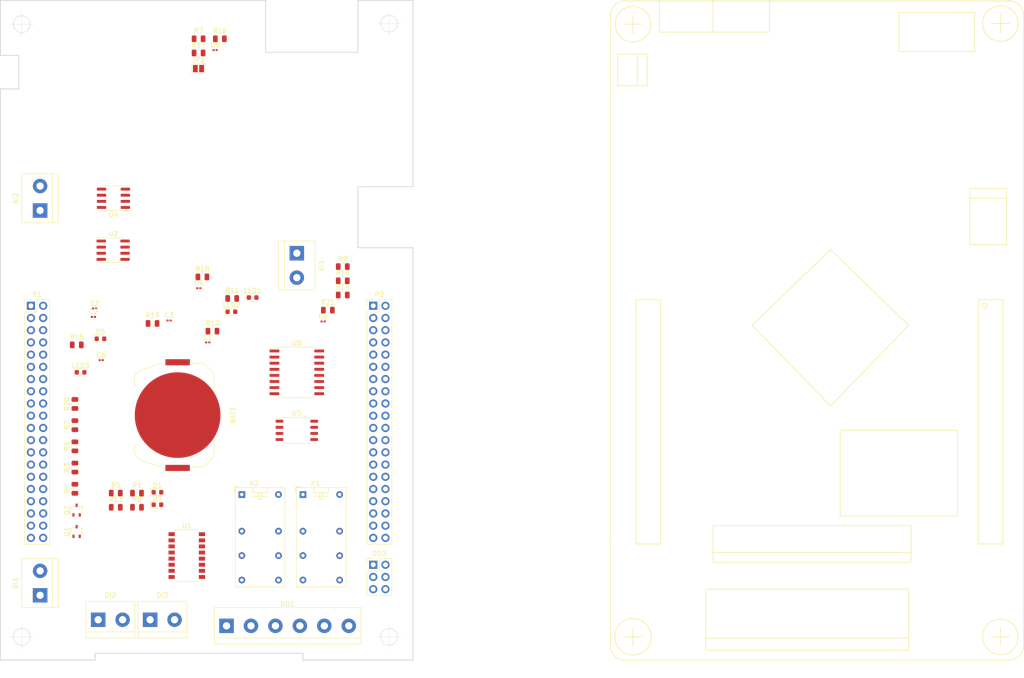
<source format=kicad_pcb>
(kicad_pcb (version 20171130) (host pcbnew 5.1.5-52549c5~86~ubuntu18.04.1)

  (general
    (thickness 1.6)
    (drawings 37)
    (tracks 0)
    (zones 0)
    (modules 56)
    (nets 108)
  )

  (page A4)
  (layers
    (0 F.Cu signal)
    (31 B.Cu signal)
    (32 B.Adhes user)
    (33 F.Adhes user)
    (34 B.Paste user)
    (35 F.Paste user)
    (36 B.SilkS user)
    (37 F.SilkS user)
    (38 B.Mask user)
    (39 F.Mask user)
    (40 Dwgs.User user hide)
    (41 Cmts.User user)
    (42 Eco1.User user)
    (43 Eco2.User user)
    (44 Edge.Cuts user)
    (45 Margin user)
    (46 B.CrtYd user)
    (47 F.CrtYd user)
    (48 B.Fab user)
    (49 F.Fab user)
  )

  (setup
    (last_trace_width 0.25)
    (trace_clearance 0.2)
    (zone_clearance 0.508)
    (zone_45_only no)
    (trace_min 0.2)
    (via_size 0.8)
    (via_drill 0.4)
    (via_min_size 0.4)
    (via_min_drill 0.3)
    (uvia_size 0.3)
    (uvia_drill 0.1)
    (uvias_allowed no)
    (uvia_min_size 0.2)
    (uvia_min_drill 0.1)
    (edge_width 0.05)
    (segment_width 0.2)
    (pcb_text_width 0.3)
    (pcb_text_size 1.5 1.5)
    (mod_edge_width 0.12)
    (mod_text_size 1 1)
    (mod_text_width 0.15)
    (pad_size 1.524 1.524)
    (pad_drill 0.762)
    (pad_to_mask_clearance 0.051)
    (solder_mask_min_width 0.25)
    (aux_axis_origin 12.0777 197.9295)
    (visible_elements FFFFF7FF)
    (pcbplotparams
      (layerselection 0x010fc_ffffffff)
      (usegerberextensions false)
      (usegerberattributes false)
      (usegerberadvancedattributes false)
      (creategerberjobfile false)
      (excludeedgelayer true)
      (linewidth 0.100000)
      (plotframeref false)
      (viasonmask false)
      (mode 1)
      (useauxorigin false)
      (hpglpennumber 1)
      (hpglpenspeed 20)
      (hpglpendiameter 15.000000)
      (psnegative false)
      (psa4output false)
      (plotreference true)
      (plotvalue true)
      (plotinvisibletext false)
      (padsonsilk false)
      (subtractmaskfromsilk false)
      (outputformat 1)
      (mirror false)
      (drillshape 1)
      (scaleselection 1)
      (outputdirectory ""))
  )

  (net 0 "")
  (net 1 "Net-(AI1-Pad2)")
  (net 2 "Net-(AI1-Pad1)")
  (net 3 "Net-(AI2-Pad1)")
  (net 4 "Net-(AI2-Pad2)")
  (net 5 GND)
  (net 6 "Net-(BAT1-Pad1)")
  (net 7 VDDA)
  (net 8 GNDA)
  (net 9 "Net-(C3-Pad1)")
  (net 10 +3V3)
  (net 11 "Net-(C6-Pad1)")
  (net 12 +5V)
  (net 13 "Net-(D1-Pad2)")
  (net 14 "Net-(D2-Pad2)")
  (net 15 "Net-(D3-Pad2)")
  (net 16 "Net-(D4-Pad2)")
  (net 17 "Net-(D5-Pad1)")
  (net 18 "Net-(D5-Pad2)")
  (net 19 "Net-(DI1-Pad1)")
  (net 20 "Net-(DI1-Pad2)")
  (net 21 "Net-(DI2-Pad2)")
  (net 22 "Net-(DI2-Pad1)")
  (net 23 "Net-(DI3-Pad1)")
  (net 24 "Net-(DI3-Pad2)")
  (net 25 /NC1A)
  (net 26 /NA1A)
  (net 27 /COM1A)
  (net 28 /COM1B)
  (net 29 /NC1B)
  (net 30 /NA1B)
  (net 31 /NA2B)
  (net 32 /NC2B)
  (net 33 /COM2B)
  (net 34 /COM2A)
  (net 35 /NA2A)
  (net 36 /NC2A)
  (net 37 "Net-(LED1-Pad2)")
  (net 38 "Net-(LED2-Pad2)")
  (net 39 "Net-(LED3-Pad2)")
  (net 40 "Net-(P1-Pad4)")
  (net 41 "Net-(P1-Pad6)")
  (net 42 "Net-(P1-Pad8)")
  (net 43 "Net-(P1-Pad9)")
  (net 44 "Net-(P1-Pad10)")
  (net 45 "Net-(P1-Pad11)")
  (net 46 "Net-(P1-Pad12)")
  (net 47 "Net-(P1-Pad13)")
  (net 48 "Net-(P1-Pad14)")
  (net 49 "Net-(P1-Pad15)")
  (net 50 "Net-(P1-Pad16)")
  (net 51 "Net-(P1-Pad18)")
  (net 52 "Net-(P1-Pad20)")
  (net 53 "Net-(P1-Pad21)")
  (net 54 "Net-(P1-Pad22)")
  (net 55 "Net-(P1-Pad23)")
  (net 56 "Net-(P1-Pad24)")
  (net 57 "Net-(P1-Pad25)")
  (net 58 "Net-(P1-Pad26)")
  (net 59 "Net-(P1-Pad27)")
  (net 60 "Net-(P1-Pad28)")
  (net 61 /GPIO0)
  (net 62 "Net-(P1-Pad30)")
  (net 63 /GPIO2)
  (net 64 /GPIO1)
  (net 65 /GPIO4)
  (net 66 /GPIO3)
  (net 67 /GPIO6)
  (net 68 /GPIO5)
  (net 69 /GPIO7)
  (net 70 /GPIO8)
  (net 71 "Net-(P2-Pad40)")
  (net 72 "Net-(P2-Pad39)")
  (net 73 "Net-(P2-Pad38)")
  (net 74 "Net-(P2-Pad37)")
  (net 75 "Net-(P2-Pad36)")
  (net 76 "Net-(P2-Pad35)")
  (net 77 "Net-(P2-Pad34)")
  (net 78 "Net-(P2-Pad33)")
  (net 79 "Net-(P2-Pad31)")
  (net 80 "Net-(P2-Pad29)")
  (net 81 "Net-(P2-Pad27)")
  (net 82 "Net-(P2-Pad25)")
  (net 83 "Net-(P2-Pad24)")
  (net 84 "Net-(P2-Pad23)")
  (net 85 "Net-(P2-Pad22)")
  (net 86 /SCL)
  (net 87 "Net-(P2-Pad20)")
  (net 88 /SDA)
  (net 89 "Net-(P2-Pad15)")
  (net 90 /ADC_CH1)
  (net 91 /ADC_CH2)
  (net 92 "Net-(P2-Pad9)")
  (net 93 "Net-(P2-Pad7)")
  (net 94 "Net-(P2-Pad6)")
  (net 95 "Net-(P2-Pad5)")
  (net 96 "Net-(P2-Pad3)")
  (net 97 "Net-(Q1-Pad1)")
  (net 98 "Net-(Q2-Pad1)")
  (net 99 "Net-(R1-Pad1)")
  (net 100 "Net-(R5-Pad1)")
  (net 101 "Net-(R12-Pad1)")
  (net 102 "Net-(U1-Pad7)")
  (net 103 "Net-(U1-Pad8)")
  (net 104 "Net-(U1-Pad9)")
  (net 105 "Net-(U1-Pad10)")
  (net 106 "Net-(U6-Pad1)")
  (net 107 "Net-(U6-Pad4)")

  (net_class Default "This is the default net class."
    (clearance 0.2)
    (trace_width 0.25)
    (via_dia 0.8)
    (via_drill 0.4)
    (uvia_dia 0.3)
    (uvia_drill 0.1)
    (add_net +3V3)
    (add_net +5V)
    (add_net /ADC_CH1)
    (add_net /ADC_CH2)
    (add_net /COM1A)
    (add_net /COM1B)
    (add_net /COM2A)
    (add_net /COM2B)
    (add_net /GPIO0)
    (add_net /GPIO1)
    (add_net /GPIO2)
    (add_net /GPIO3)
    (add_net /GPIO4)
    (add_net /GPIO5)
    (add_net /GPIO6)
    (add_net /GPIO7)
    (add_net /GPIO8)
    (add_net /NA1A)
    (add_net /NA1B)
    (add_net /NA2A)
    (add_net /NA2B)
    (add_net /NC1A)
    (add_net /NC1B)
    (add_net /NC2A)
    (add_net /NC2B)
    (add_net /SCL)
    (add_net /SDA)
    (add_net GND)
    (add_net GNDA)
    (add_net "Net-(AI1-Pad1)")
    (add_net "Net-(AI1-Pad2)")
    (add_net "Net-(AI2-Pad1)")
    (add_net "Net-(AI2-Pad2)")
    (add_net "Net-(BAT1-Pad1)")
    (add_net "Net-(C3-Pad1)")
    (add_net "Net-(C6-Pad1)")
    (add_net "Net-(D1-Pad2)")
    (add_net "Net-(D2-Pad2)")
    (add_net "Net-(D3-Pad2)")
    (add_net "Net-(D4-Pad2)")
    (add_net "Net-(D5-Pad1)")
    (add_net "Net-(D5-Pad2)")
    (add_net "Net-(DI1-Pad1)")
    (add_net "Net-(DI1-Pad2)")
    (add_net "Net-(DI2-Pad1)")
    (add_net "Net-(DI2-Pad2)")
    (add_net "Net-(DI3-Pad1)")
    (add_net "Net-(DI3-Pad2)")
    (add_net "Net-(LED1-Pad2)")
    (add_net "Net-(LED2-Pad2)")
    (add_net "Net-(LED3-Pad2)")
    (add_net "Net-(P1-Pad10)")
    (add_net "Net-(P1-Pad11)")
    (add_net "Net-(P1-Pad12)")
    (add_net "Net-(P1-Pad13)")
    (add_net "Net-(P1-Pad14)")
    (add_net "Net-(P1-Pad15)")
    (add_net "Net-(P1-Pad16)")
    (add_net "Net-(P1-Pad18)")
    (add_net "Net-(P1-Pad20)")
    (add_net "Net-(P1-Pad21)")
    (add_net "Net-(P1-Pad22)")
    (add_net "Net-(P1-Pad23)")
    (add_net "Net-(P1-Pad24)")
    (add_net "Net-(P1-Pad25)")
    (add_net "Net-(P1-Pad26)")
    (add_net "Net-(P1-Pad27)")
    (add_net "Net-(P1-Pad28)")
    (add_net "Net-(P1-Pad30)")
    (add_net "Net-(P1-Pad4)")
    (add_net "Net-(P1-Pad6)")
    (add_net "Net-(P1-Pad8)")
    (add_net "Net-(P1-Pad9)")
    (add_net "Net-(P2-Pad15)")
    (add_net "Net-(P2-Pad20)")
    (add_net "Net-(P2-Pad22)")
    (add_net "Net-(P2-Pad23)")
    (add_net "Net-(P2-Pad24)")
    (add_net "Net-(P2-Pad25)")
    (add_net "Net-(P2-Pad27)")
    (add_net "Net-(P2-Pad29)")
    (add_net "Net-(P2-Pad3)")
    (add_net "Net-(P2-Pad31)")
    (add_net "Net-(P2-Pad33)")
    (add_net "Net-(P2-Pad34)")
    (add_net "Net-(P2-Pad35)")
    (add_net "Net-(P2-Pad36)")
    (add_net "Net-(P2-Pad37)")
    (add_net "Net-(P2-Pad38)")
    (add_net "Net-(P2-Pad39)")
    (add_net "Net-(P2-Pad40)")
    (add_net "Net-(P2-Pad5)")
    (add_net "Net-(P2-Pad6)")
    (add_net "Net-(P2-Pad7)")
    (add_net "Net-(P2-Pad9)")
    (add_net "Net-(Q1-Pad1)")
    (add_net "Net-(Q2-Pad1)")
    (add_net "Net-(R1-Pad1)")
    (add_net "Net-(R12-Pad1)")
    (add_net "Net-(R5-Pad1)")
    (add_net "Net-(U1-Pad10)")
    (add_net "Net-(U1-Pad7)")
    (add_net "Net-(U1-Pad8)")
    (add_net "Net-(U1-Pad9)")
    (add_net "Net-(U6-Pad1)")
    (add_net "Net-(U6-Pad4)")
    (add_net VDDA)
  )

  (module Poncho_Esqueleto:Plantilla_EDU-CIAA (layer F.Cu) (tedit 560FA1A7) (tstamp 5ED66F96)
    (at 249.555 91.567)
    (tags "plantilla poncho EDU CIAA")
    (fp_text reference MP1 (at 5.715 -1.905) (layer Eco1.User)
      (effects (font (size 0.8 0.8) (thickness 0.12)))
    )
    (fp_text value Plantilla_EDU-CIAA (at -0.03 50.9) (layer Eco1.User)
      (effects (font (size 1.016 1.016) (thickness 0.2032)))
    )
    (fp_line (start -73.025 68.834) (end -74.93 68.834) (layer F.SilkS) (width 0.15))
    (fp_line (start -73.025 68.834) (end -71.12 68.834) (layer F.SilkS) (width 0.15))
    (fp_line (start -73.025 68.834) (end -73.025 70.739) (layer F.SilkS) (width 0.15))
    (fp_line (start -73.025 68.834) (end -73.025 66.929) (layer F.SilkS) (width 0.15))
    (fp_circle (center -73.025 68.834) (end -72.136 65.151) (layer F.SilkS) (width 0.15))
    (fp_circle (center 3.302 68.834) (end 6.858 69.85) (layer F.SilkS) (width 0.15))
    (fp_line (start 3.302 68.834) (end 5.207 68.834) (layer F.SilkS) (width 0.15))
    (fp_line (start 3.302 68.834) (end 1.397 68.834) (layer F.SilkS) (width 0.15))
    (fp_line (start 3.302 68.834) (end 3.302 70.739) (layer F.SilkS) (width 0.15))
    (fp_line (start 3.302 68.834) (end 3.302 66.929) (layer F.SilkS) (width 0.15))
    (fp_line (start 3.302 -58.674) (end 1.397 -58.674) (layer F.SilkS) (width 0.15))
    (fp_line (start 3.302 -58.674) (end 5.207 -58.674) (layer F.SilkS) (width 0.15))
    (fp_line (start 3.302 -58.674) (end 3.302 -56.769) (layer F.SilkS) (width 0.15))
    (fp_line (start 3.302 -58.674) (end 3.302 -60.579) (layer F.SilkS) (width 0.15))
    (fp_circle (center 3.302 -58.674) (end 6.731 -57.277) (layer F.SilkS) (width 0.15))
    (fp_circle (center -73.025 -58.547) (end -69.469 -59.563) (layer F.SilkS) (width 0.15))
    (fp_line (start -73.025 -58.547) (end -74.93 -58.547) (layer F.SilkS) (width 0.15))
    (fp_line (start -73.025 -58.547) (end -71.12 -58.547) (layer F.SilkS) (width 0.15))
    (fp_line (start -73.025 -58.547) (end -73.025 -56.642) (layer F.SilkS) (width 0.15))
    (fp_line (start -73.025 -58.547) (end -73.025 -60.452) (layer F.SilkS) (width 0.15))
    (fp_circle (center 0 0) (end 0.508 0) (layer F.SilkS) (width 0.15))
    (fp_line (start -72.136 -45.72) (end -70.104 -45.72) (layer F.SilkS) (width 0.15))
    (fp_line (start -70.104 -45.72) (end -70.104 -52.324) (layer F.SilkS) (width 0.15))
    (fp_line (start -70.104 -52.324) (end -72.136 -52.324) (layer F.SilkS) (width 0.15))
    (fp_text user GND (at -74.168 -50.292) (layer Eco1.User)
      (effects (font (size 1 1) (thickness 0.2)))
    )
    (fp_text user +V (at -74.168 -47.244) (layer Eco1.User)
      (effects (font (size 1 1) (thickness 0.2)))
    )
    (fp_line (start -76.2 -45.72) (end -72.136 -45.72) (layer F.SilkS) (width 0.15))
    (fp_line (start -72.136 -45.72) (end -72.136 -52.324) (layer F.SilkS) (width 0.15))
    (fp_line (start -72.136 -52.324) (end -76.2 -52.324) (layer F.SilkS) (width 0.15))
    (fp_line (start -76.2 -52.324) (end -76.2 -45.72) (layer F.SilkS) (width 0.15))
    (fp_text user DEBUG (at -53.34 -61.976) (layer Eco1.User)
      (effects (font (size 1 1) (thickness 0.2)))
    )
    (fp_text user "USB OTG" (at -64.008 -61.976) (layer Eco1.User)
      (effects (font (size 1 1) (thickness 0.2)))
    )
    (fp_line (start -56.388 -56.896) (end -56.388 -63.5) (layer F.SilkS) (width 0.15))
    (fp_line (start -44.704 -62.992) (end -44.704 -63.5) (layer F.SilkS) (width 0.15))
    (fp_line (start -67.564 -56.896) (end -67.564 -62.992) (layer F.SilkS) (width 0.15))
    (fp_line (start -67.564 -62.992) (end -67.564 -63.5) (layer F.SilkS) (width 0.15))
    (fp_line (start -44.704 -62.992) (end -44.704 -56.896) (layer F.SilkS) (width 0.15))
    (fp_line (start -44.704 -56.896) (end -59.436 -56.896) (layer F.SilkS) (width 0.15))
    (fp_line (start -67.564 -56.896) (end -59.436 -56.896) (layer F.SilkS) (width 0.15))
    (fp_text user RS485 (at -15.24 -59.436) (layer Eco1.User)
      (effects (font (size 1 1) (thickness 0.2)))
    )
    (fp_line (start -17.78 -52.832) (end -2.032 -52.832) (layer F.SilkS) (width 0.15))
    (fp_line (start -2.032 -52.832) (end -2.032 -60.96) (layer F.SilkS) (width 0.15))
    (fp_line (start -2.032 -60.96) (end -17.78 -60.96) (layer F.SilkS) (width 0.15))
    (fp_line (start -17.78 -60.96) (end -17.78 -52.832) (layer F.SilkS) (width 0.15))
    (fp_line (start -32.004 20.828) (end -48.26 4.064) (layer F.SilkS) (width 0.15))
    (fp_line (start -48.26 4.064) (end -32.004 -11.684) (layer F.SilkS) (width 0.15))
    (fp_line (start -32.004 -11.684) (end -15.748 4.064) (layer F.SilkS) (width 0.15))
    (fp_line (start -15.748 4.064) (end -32.004 20.828) (layer F.SilkS) (width 0.15))
    (fp_text user RESET (at 0 -23.368) (layer Eco1.User)
      (effects (font (size 1 1) (thickness 0.2)))
    )
    (fp_line (start -57.912 71.628) (end -57.912 69.088) (layer F.SilkS) (width 0.15))
    (fp_line (start -57.912 71.628) (end -15.748 71.628) (layer F.SilkS) (width 0.15))
    (fp_line (start -15.748 71.628) (end -15.748 69.088) (layer F.SilkS) (width 0.15))
    (fp_line (start -57.912 69.088) (end -15.748 69.088) (layer F.SilkS) (width 0.15))
    (fp_line (start -56.388 53.34) (end -56.388 51.308) (layer F.SilkS) (width 0.15))
    (fp_line (start -56.388 53.34) (end -15.24 53.34) (layer F.SilkS) (width 0.15))
    (fp_line (start -15.24 53.34) (end -15.24 51.308) (layer F.SilkS) (width 0.15))
    (fp_line (start 4.572 -22.352) (end -3.048 -22.352) (layer F.SilkS) (width 0.15))
    (fp_line (start -3.048 -12.7) (end 4.572 -12.7) (layer F.SilkS) (width 0.15))
    (fp_line (start 4.572 -12.7) (end 4.572 -24.384) (layer F.SilkS) (width 0.15))
    (fp_line (start 4.572 -24.384) (end -3.048 -24.384) (layer F.SilkS) (width 0.15))
    (fp_line (start -3.048 -24.384) (end -3.048 -12.7) (layer F.SilkS) (width 0.15))
    (fp_text user BATERIA (at -26.416 27.432) (layer Eco1.User)
      (effects (font (size 1 1) (thickness 0.2)))
    )
    (fp_line (start -29.972 43.688) (end -5.588 43.688) (layer F.SilkS) (width 0.15))
    (fp_line (start -5.588 43.688) (end -5.588 25.908) (layer F.SilkS) (width 0.15))
    (fp_line (start -5.588 25.908) (end -29.972 25.908) (layer F.SilkS) (width 0.15))
    (fp_line (start -29.972 25.908) (end -29.972 43.688) (layer F.SilkS) (width 0.15))
    (fp_text user LEDS (at -53.848 52.324) (layer Eco1.User)
      (effects (font (size 1 1) (thickness 0.2)))
    )
    (fp_line (start -56.388 51.308) (end -15.24 51.308) (layer F.SilkS) (width 0.15))
    (fp_line (start -15.24 51.308) (end -15.24 45.72) (layer F.SilkS) (width 0.15))
    (fp_line (start -15.24 45.72) (end -56.388 45.72) (layer F.SilkS) (width 0.15))
    (fp_line (start -56.388 45.72) (end -56.388 51.308) (layer F.SilkS) (width 0.15))
    (fp_text user PULSADORES (at -52.324 70.612) (layer Eco1.User)
      (effects (font (size 1 1) (thickness 0.2)))
    )
    (fp_line (start -15.748 69.596) (end -15.748 58.928) (layer F.SilkS) (width 0.15))
    (fp_line (start -15.748 58.928) (end -57.912 58.928) (layer F.SilkS) (width 0.15))
    (fp_line (start -57.912 58.928) (end -57.912 69.596) (layer F.SilkS) (width 0.15))
    (fp_line (start -77.724 49.276) (end -77.724 -1.27) (layer F.SilkS) (width 0.15))
    (fp_arc (start -74.803 70.739) (end -74.93 73.66) (angle 90) (layer F.SilkS) (width 0.15))
    (fp_arc (start 5.08 70.612) (end 8.128 70.485) (angle 90) (layer F.SilkS) (width 0.15))
    (fp_arc (start 5.207 -60.452) (end 5.207 -63.373) (angle 90) (layer F.SilkS) (width 0.15))
    (fp_line (start -77.724 -60.706) (end -77.724 -56.769) (layer F.SilkS) (width 0.15))
    (fp_line (start -72.263 -63.373) (end -74.295 -63.373) (layer F.SilkS) (width 0.15))
    (fp_arc (start -74.676 -60.325) (end -77.724 -60.706) (angle 90) (layer F.SilkS) (width 0.15))
    (fp_line (start 5.461 -63.373) (end 4.826 -63.373) (layer F.SilkS) (width 0.15))
    (fp_line (start 8.128 -60.579) (end 8.128 -60.706) (layer F.SilkS) (width 0.15))
    (fp_line (start 8.128 -60.706) (end 8.128 -60.452) (layer F.SilkS) (width 0.15))
    (fp_line (start 3.937 -63.373) (end 4.826 -63.373) (layer F.SilkS) (width 0.15))
    (fp_line (start 0 -63.373) (end 3.937 -63.373) (layer F.SilkS) (width 0.15))
    (fp_line (start 8.128 -58.293) (end 8.128 -60.579) (layer F.SilkS) (width 0.15))
    (fp_line (start 0 -63.373) (end -8.636 -63.373) (layer F.SilkS) (width 0.15))
    (fp_line (start -8.636 -63.373) (end -72.136 -63.373) (layer F.SilkS) (width 0.15))
    (fp_line (start -77.724 -1.27) (end -77.724 -56.769) (layer F.SilkS) (width 0.15))
    (fp_line (start 8.128 -1.27) (end 8.128 -10.16) (layer F.SilkS) (width 0.15))
    (fp_line (start 8.128 -10.16) (end 8.128 -27.432) (layer F.SilkS) (width 0.15))
    (fp_line (start 8.128 -27.432) (end 8.128 -48.26) (layer F.SilkS) (width 0.15))
    (fp_line (start 8.128 -48.26) (end 8.128 -55.499) (layer F.SilkS) (width 0.15))
    (fp_line (start 8.128 -55.499) (end 8.128 -58.293) (layer F.SilkS) (width 0.15))
    (fp_line (start -77.724 70.612) (end -77.724 70.104) (layer F.SilkS) (width 0.15))
    (fp_line (start -74.422 73.66) (end -74.93 73.66) (layer F.SilkS) (width 0.15))
    (fp_line (start -73.025 73.66) (end -74.422 73.66) (layer F.SilkS) (width 0.15))
    (fp_line (start -77.724 67.056) (end -77.724 70.104) (layer F.SilkS) (width 0.15))
    (fp_line (start 3.302 73.66) (end 5.207 73.66) (layer F.SilkS) (width 0.15))
    (fp_line (start 8.128 66.802) (end 8.128 70.485) (layer F.SilkS) (width 0.15))
    (fp_line (start 8.128 49.403) (end 8.128 66.802) (layer F.SilkS) (width 0.15))
    (fp_line (start -77.724 49.403) (end -77.724 67.056) (layer F.SilkS) (width 0.15))
    (fp_line (start 3.302 73.66) (end -73.025 73.66) (layer F.SilkS) (width 0.15))
    (fp_line (start 8.128 0) (end 8.128 -1.27) (layer F.SilkS) (width 0.15))
    (fp_line (start 8.128 0) (end 8.128 49.53) (layer F.SilkS) (width 0.15))
    (fp_line (start -72.39 0) (end -72.39 -1.27) (layer F.SilkS) (width 0.15))
    (fp_line (start -72.39 -1.27) (end -67.31 -1.27) (layer F.SilkS) (width 0.15))
    (fp_line (start -67.31 -1.27) (end -67.31 49.53) (layer F.SilkS) (width 0.15))
    (fp_line (start -67.31 49.53) (end -72.39 49.53) (layer F.SilkS) (width 0.15))
    (fp_line (start -72.39 49.53) (end -72.39 0) (layer F.SilkS) (width 0.15))
    (fp_line (start -1.27 49.53) (end -1.27 -1.27) (layer F.SilkS) (width 0.15))
    (fp_line (start 3.81 49.53) (end 3.81 -1.27) (layer F.SilkS) (width 0.15))
    (fp_line (start 3.81 49.53) (end -1.27 49.53) (layer F.SilkS) (width 0.15))
    (fp_line (start 3.81 -1.27) (end -1.27 -1.27) (layer F.SilkS) (width 0.15))
  )

  (module Connector_PinHeader_2.54mm:PinHeader_2x20_P2.54mm_Vertical (layer F.Cu) (tedit 59FED5CC) (tstamp 5ED613BA)
    (at 122.555 91.567)
    (descr "Through hole straight pin header, 2x20, 2.54mm pitch, double rows")
    (tags "Through hole pin header THT 2x20 2.54mm double row")
    (path /5ED025BB)
    (fp_text reference P2 (at 1.27 -2.33) (layer F.SilkS)
      (effects (font (size 1 1) (thickness 0.15)))
    )
    (fp_text value Conn_02x20 (at 1.27 50.59) (layer F.Fab)
      (effects (font (size 1 1) (thickness 0.15)))
    )
    (fp_text user %R (at 1.27 24.13 90) (layer F.Fab)
      (effects (font (size 1 1) (thickness 0.15)))
    )
    (fp_line (start 4.35 -1.8) (end -1.8 -1.8) (layer F.CrtYd) (width 0.05))
    (fp_line (start 4.35 50.05) (end 4.35 -1.8) (layer F.CrtYd) (width 0.05))
    (fp_line (start -1.8 50.05) (end 4.35 50.05) (layer F.CrtYd) (width 0.05))
    (fp_line (start -1.8 -1.8) (end -1.8 50.05) (layer F.CrtYd) (width 0.05))
    (fp_line (start -1.33 -1.33) (end 0 -1.33) (layer F.SilkS) (width 0.12))
    (fp_line (start -1.33 0) (end -1.33 -1.33) (layer F.SilkS) (width 0.12))
    (fp_line (start 1.27 -1.33) (end 3.87 -1.33) (layer F.SilkS) (width 0.12))
    (fp_line (start 1.27 1.27) (end 1.27 -1.33) (layer F.SilkS) (width 0.12))
    (fp_line (start -1.33 1.27) (end 1.27 1.27) (layer F.SilkS) (width 0.12))
    (fp_line (start 3.87 -1.33) (end 3.87 49.59) (layer F.SilkS) (width 0.12))
    (fp_line (start -1.33 1.27) (end -1.33 49.59) (layer F.SilkS) (width 0.12))
    (fp_line (start -1.33 49.59) (end 3.87 49.59) (layer F.SilkS) (width 0.12))
    (fp_line (start -1.27 0) (end 0 -1.27) (layer F.Fab) (width 0.1))
    (fp_line (start -1.27 49.53) (end -1.27 0) (layer F.Fab) (width 0.1))
    (fp_line (start 3.81 49.53) (end -1.27 49.53) (layer F.Fab) (width 0.1))
    (fp_line (start 3.81 -1.27) (end 3.81 49.53) (layer F.Fab) (width 0.1))
    (fp_line (start 0 -1.27) (end 3.81 -1.27) (layer F.Fab) (width 0.1))
    (pad 40 thru_hole oval (at 2.54 48.26) (size 1.7 1.7) (drill 1) (layers *.Cu *.Mask)
      (net 71 "Net-(P2-Pad40)"))
    (pad 39 thru_hole oval (at 0 48.26) (size 1.7 1.7) (drill 1) (layers *.Cu *.Mask)
      (net 72 "Net-(P2-Pad39)"))
    (pad 38 thru_hole oval (at 2.54 45.72) (size 1.7 1.7) (drill 1) (layers *.Cu *.Mask)
      (net 73 "Net-(P2-Pad38)"))
    (pad 37 thru_hole oval (at 0 45.72) (size 1.7 1.7) (drill 1) (layers *.Cu *.Mask)
      (net 74 "Net-(P2-Pad37)"))
    (pad 36 thru_hole oval (at 2.54 43.18) (size 1.7 1.7) (drill 1) (layers *.Cu *.Mask)
      (net 75 "Net-(P2-Pad36)"))
    (pad 35 thru_hole oval (at 0 43.18) (size 1.7 1.7) (drill 1) (layers *.Cu *.Mask)
      (net 76 "Net-(P2-Pad35)"))
    (pad 34 thru_hole oval (at 2.54 40.64) (size 1.7 1.7) (drill 1) (layers *.Cu *.Mask)
      (net 77 "Net-(P2-Pad34)"))
    (pad 33 thru_hole oval (at 0 40.64) (size 1.7 1.7) (drill 1) (layers *.Cu *.Mask)
      (net 78 "Net-(P2-Pad33)"))
    (pad 32 thru_hole oval (at 2.54 38.1) (size 1.7 1.7) (drill 1) (layers *.Cu *.Mask)
      (net 5 GND))
    (pad 31 thru_hole oval (at 0 38.1) (size 1.7 1.7) (drill 1) (layers *.Cu *.Mask)
      (net 79 "Net-(P2-Pad31)"))
    (pad 30 thru_hole oval (at 2.54 35.56) (size 1.7 1.7) (drill 1) (layers *.Cu *.Mask)
      (net 5 GND))
    (pad 29 thru_hole oval (at 0 35.56) (size 1.7 1.7) (drill 1) (layers *.Cu *.Mask)
      (net 80 "Net-(P2-Pad29)"))
    (pad 28 thru_hole oval (at 2.54 33.02) (size 1.7 1.7) (drill 1) (layers *.Cu *.Mask)
      (net 5 GND))
    (pad 27 thru_hole oval (at 0 33.02) (size 1.7 1.7) (drill 1) (layers *.Cu *.Mask)
      (net 81 "Net-(P2-Pad27)"))
    (pad 26 thru_hole oval (at 2.54 30.48) (size 1.7 1.7) (drill 1) (layers *.Cu *.Mask)
      (net 5 GND))
    (pad 25 thru_hole oval (at 0 30.48) (size 1.7 1.7) (drill 1) (layers *.Cu *.Mask)
      (net 82 "Net-(P2-Pad25)"))
    (pad 24 thru_hole oval (at 2.54 27.94) (size 1.7 1.7) (drill 1) (layers *.Cu *.Mask)
      (net 83 "Net-(P2-Pad24)"))
    (pad 23 thru_hole oval (at 0 27.94) (size 1.7 1.7) (drill 1) (layers *.Cu *.Mask)
      (net 84 "Net-(P2-Pad23)"))
    (pad 22 thru_hole oval (at 2.54 25.4) (size 1.7 1.7) (drill 1) (layers *.Cu *.Mask)
      (net 85 "Net-(P2-Pad22)"))
    (pad 21 thru_hole oval (at 0 25.4) (size 1.7 1.7) (drill 1) (layers *.Cu *.Mask)
      (net 86 /SCL))
    (pad 20 thru_hole oval (at 2.54 22.86) (size 1.7 1.7) (drill 1) (layers *.Cu *.Mask)
      (net 87 "Net-(P2-Pad20)"))
    (pad 19 thru_hole oval (at 0 22.86) (size 1.7 1.7) (drill 1) (layers *.Cu *.Mask)
      (net 88 /SDA))
    (pad 18 thru_hole oval (at 2.54 20.32) (size 1.7 1.7) (drill 1) (layers *.Cu *.Mask)
      (net 8 GNDA))
    (pad 17 thru_hole oval (at 0 20.32) (size 1.7 1.7) (drill 1) (layers *.Cu *.Mask)
      (net 7 VDDA))
    (pad 16 thru_hole oval (at 2.54 17.78) (size 1.7 1.7) (drill 1) (layers *.Cu *.Mask)
      (net 8 GNDA))
    (pad 15 thru_hole oval (at 0 17.78) (size 1.7 1.7) (drill 1) (layers *.Cu *.Mask)
      (net 89 "Net-(P2-Pad15)"))
    (pad 14 thru_hole oval (at 2.54 15.24) (size 1.7 1.7) (drill 1) (layers *.Cu *.Mask)
      (net 8 GNDA))
    (pad 13 thru_hole oval (at 0 15.24) (size 1.7 1.7) (drill 1) (layers *.Cu *.Mask)
      (net 90 /ADC_CH1))
    (pad 12 thru_hole oval (at 2.54 12.7) (size 1.7 1.7) (drill 1) (layers *.Cu *.Mask)
      (net 8 GNDA))
    (pad 11 thru_hole oval (at 0 12.7) (size 1.7 1.7) (drill 1) (layers *.Cu *.Mask)
      (net 91 /ADC_CH2))
    (pad 10 thru_hole oval (at 2.54 10.16) (size 1.7 1.7) (drill 1) (layers *.Cu *.Mask)
      (net 8 GNDA))
    (pad 9 thru_hole oval (at 0 10.16) (size 1.7 1.7) (drill 1) (layers *.Cu *.Mask)
      (net 92 "Net-(P2-Pad9)"))
    (pad 8 thru_hole oval (at 2.54 7.62) (size 1.7 1.7) (drill 1) (layers *.Cu *.Mask)
      (net 8 GNDA))
    (pad 7 thru_hole oval (at 0 7.62) (size 1.7 1.7) (drill 1) (layers *.Cu *.Mask)
      (net 93 "Net-(P2-Pad7)"))
    (pad 6 thru_hole oval (at 2.54 5.08) (size 1.7 1.7) (drill 1) (layers *.Cu *.Mask)
      (net 94 "Net-(P2-Pad6)"))
    (pad 5 thru_hole oval (at 0 5.08) (size 1.7 1.7) (drill 1) (layers *.Cu *.Mask)
      (net 95 "Net-(P2-Pad5)"))
    (pad 4 thru_hole oval (at 2.54 2.54) (size 1.7 1.7) (drill 1) (layers *.Cu *.Mask)
      (net 5 GND))
    (pad 3 thru_hole oval (at 0 2.54) (size 1.7 1.7) (drill 1) (layers *.Cu *.Mask)
      (net 96 "Net-(P2-Pad3)"))
    (pad 2 thru_hole oval (at 2.54 0) (size 1.7 1.7) (drill 1) (layers *.Cu *.Mask)
      (net 12 +5V))
    (pad 1 thru_hole rect (at 0 0) (size 1.7 1.7) (drill 1) (layers *.Cu *.Mask)
      (net 10 +3V3))
    (model ${KISYS3DMOD}/Connector_PinHeader_2.54mm.3dshapes/PinHeader_2x20_P2.54mm_Vertical.wrl
      (at (xyz 0 0 0))
      (scale (xyz 1 1 1))
      (rotate (xyz 0 0 0))
    )
  )

  (module Connector_PinHeader_2.54mm:PinHeader_2x20_P2.54mm_Vertical (layer F.Cu) (tedit 59FED5CC) (tstamp 5ED614CE)
    (at 51.435 91.567)
    (descr "Through hole straight pin header, 2x20, 2.54mm pitch, double rows")
    (tags "Through hole pin header THT 2x20 2.54mm double row")
    (path /5EC89B56)
    (fp_text reference P1 (at 1.27 -2.33) (layer F.SilkS)
      (effects (font (size 1 1) (thickness 0.15)))
    )
    (fp_text value Conn_02x20 (at 1.27 50.59) (layer F.Fab)
      (effects (font (size 1 1) (thickness 0.15)))
    )
    (fp_text user %R (at 1.27 24.13 90) (layer F.Fab)
      (effects (font (size 1 1) (thickness 0.15)))
    )
    (fp_line (start 4.35 -1.8) (end -1.8 -1.8) (layer F.CrtYd) (width 0.05))
    (fp_line (start 4.35 50.05) (end 4.35 -1.8) (layer F.CrtYd) (width 0.05))
    (fp_line (start -1.8 50.05) (end 4.35 50.05) (layer F.CrtYd) (width 0.05))
    (fp_line (start -1.8 -1.8) (end -1.8 50.05) (layer F.CrtYd) (width 0.05))
    (fp_line (start -1.33 -1.33) (end 0 -1.33) (layer F.SilkS) (width 0.12))
    (fp_line (start -1.33 0) (end -1.33 -1.33) (layer F.SilkS) (width 0.12))
    (fp_line (start 1.27 -1.33) (end 3.87 -1.33) (layer F.SilkS) (width 0.12))
    (fp_line (start 1.27 1.27) (end 1.27 -1.33) (layer F.SilkS) (width 0.12))
    (fp_line (start -1.33 1.27) (end 1.27 1.27) (layer F.SilkS) (width 0.12))
    (fp_line (start 3.87 -1.33) (end 3.87 49.59) (layer F.SilkS) (width 0.12))
    (fp_line (start -1.33 1.27) (end -1.33 49.59) (layer F.SilkS) (width 0.12))
    (fp_line (start -1.33 49.59) (end 3.87 49.59) (layer F.SilkS) (width 0.12))
    (fp_line (start -1.27 0) (end 0 -1.27) (layer F.Fab) (width 0.1))
    (fp_line (start -1.27 49.53) (end -1.27 0) (layer F.Fab) (width 0.1))
    (fp_line (start 3.81 49.53) (end -1.27 49.53) (layer F.Fab) (width 0.1))
    (fp_line (start 3.81 -1.27) (end 3.81 49.53) (layer F.Fab) (width 0.1))
    (fp_line (start 0 -1.27) (end 3.81 -1.27) (layer F.Fab) (width 0.1))
    (pad 40 thru_hole oval (at 2.54 48.26) (size 1.7 1.7) (drill 1) (layers *.Cu *.Mask)
      (net 70 /GPIO8))
    (pad 39 thru_hole oval (at 0 48.26) (size 1.7 1.7) (drill 1) (layers *.Cu *.Mask)
      (net 5 GND))
    (pad 38 thru_hole oval (at 2.54 45.72) (size 1.7 1.7) (drill 1) (layers *.Cu *.Mask)
      (net 69 /GPIO7))
    (pad 37 thru_hole oval (at 0 45.72) (size 1.7 1.7) (drill 1) (layers *.Cu *.Mask)
      (net 5 GND))
    (pad 36 thru_hole oval (at 2.54 43.18) (size 1.7 1.7) (drill 1) (layers *.Cu *.Mask)
      (net 68 /GPIO5))
    (pad 35 thru_hole oval (at 0 43.18) (size 1.7 1.7) (drill 1) (layers *.Cu *.Mask)
      (net 67 /GPIO6))
    (pad 34 thru_hole oval (at 2.54 40.64) (size 1.7 1.7) (drill 1) (layers *.Cu *.Mask)
      (net 66 /GPIO3))
    (pad 33 thru_hole oval (at 0 40.64) (size 1.7 1.7) (drill 1) (layers *.Cu *.Mask)
      (net 65 /GPIO4))
    (pad 32 thru_hole oval (at 2.54 38.1) (size 1.7 1.7) (drill 1) (layers *.Cu *.Mask)
      (net 64 /GPIO1))
    (pad 31 thru_hole oval (at 0 38.1) (size 1.7 1.7) (drill 1) (layers *.Cu *.Mask)
      (net 63 /GPIO2))
    (pad 30 thru_hole oval (at 2.54 35.56) (size 1.7 1.7) (drill 1) (layers *.Cu *.Mask)
      (net 62 "Net-(P1-Pad30)"))
    (pad 29 thru_hole oval (at 0 35.56) (size 1.7 1.7) (drill 1) (layers *.Cu *.Mask)
      (net 61 /GPIO0))
    (pad 28 thru_hole oval (at 2.54 33.02) (size 1.7 1.7) (drill 1) (layers *.Cu *.Mask)
      (net 60 "Net-(P1-Pad28)"))
    (pad 27 thru_hole oval (at 0 33.02) (size 1.7 1.7) (drill 1) (layers *.Cu *.Mask)
      (net 59 "Net-(P1-Pad27)"))
    (pad 26 thru_hole oval (at 2.54 30.48) (size 1.7 1.7) (drill 1) (layers *.Cu *.Mask)
      (net 58 "Net-(P1-Pad26)"))
    (pad 25 thru_hole oval (at 0 30.48) (size 1.7 1.7) (drill 1) (layers *.Cu *.Mask)
      (net 57 "Net-(P1-Pad25)"))
    (pad 24 thru_hole oval (at 2.54 27.94) (size 1.7 1.7) (drill 1) (layers *.Cu *.Mask)
      (net 56 "Net-(P1-Pad24)"))
    (pad 23 thru_hole oval (at 0 27.94) (size 1.7 1.7) (drill 1) (layers *.Cu *.Mask)
      (net 55 "Net-(P1-Pad23)"))
    (pad 22 thru_hole oval (at 2.54 25.4) (size 1.7 1.7) (drill 1) (layers *.Cu *.Mask)
      (net 54 "Net-(P1-Pad22)"))
    (pad 21 thru_hole oval (at 0 25.4) (size 1.7 1.7) (drill 1) (layers *.Cu *.Mask)
      (net 53 "Net-(P1-Pad21)"))
    (pad 20 thru_hole oval (at 2.54 22.86) (size 1.7 1.7) (drill 1) (layers *.Cu *.Mask)
      (net 52 "Net-(P1-Pad20)"))
    (pad 19 thru_hole oval (at 0 22.86) (size 1.7 1.7) (drill 1) (layers *.Cu *.Mask)
      (net 5 GND))
    (pad 18 thru_hole oval (at 2.54 20.32) (size 1.7 1.7) (drill 1) (layers *.Cu *.Mask)
      (net 51 "Net-(P1-Pad18)"))
    (pad 17 thru_hole oval (at 0 20.32) (size 1.7 1.7) (drill 1) (layers *.Cu *.Mask)
      (net 5 GND))
    (pad 16 thru_hole oval (at 2.54 17.78) (size 1.7 1.7) (drill 1) (layers *.Cu *.Mask)
      (net 50 "Net-(P1-Pad16)"))
    (pad 15 thru_hole oval (at 0 17.78) (size 1.7 1.7) (drill 1) (layers *.Cu *.Mask)
      (net 49 "Net-(P1-Pad15)"))
    (pad 14 thru_hole oval (at 2.54 15.24) (size 1.7 1.7) (drill 1) (layers *.Cu *.Mask)
      (net 48 "Net-(P1-Pad14)"))
    (pad 13 thru_hole oval (at 0 15.24) (size 1.7 1.7) (drill 1) (layers *.Cu *.Mask)
      (net 47 "Net-(P1-Pad13)"))
    (pad 12 thru_hole oval (at 2.54 12.7) (size 1.7 1.7) (drill 1) (layers *.Cu *.Mask)
      (net 46 "Net-(P1-Pad12)"))
    (pad 11 thru_hole oval (at 0 12.7) (size 1.7 1.7) (drill 1) (layers *.Cu *.Mask)
      (net 45 "Net-(P1-Pad11)"))
    (pad 10 thru_hole oval (at 2.54 10.16) (size 1.7 1.7) (drill 1) (layers *.Cu *.Mask)
      (net 44 "Net-(P1-Pad10)"))
    (pad 9 thru_hole oval (at 0 10.16) (size 1.7 1.7) (drill 1) (layers *.Cu *.Mask)
      (net 43 "Net-(P1-Pad9)"))
    (pad 8 thru_hole oval (at 2.54 7.62) (size 1.7 1.7) (drill 1) (layers *.Cu *.Mask)
      (net 42 "Net-(P1-Pad8)"))
    (pad 7 thru_hole oval (at 0 7.62) (size 1.7 1.7) (drill 1) (layers *.Cu *.Mask)
      (net 5 GND))
    (pad 6 thru_hole oval (at 2.54 5.08) (size 1.7 1.7) (drill 1) (layers *.Cu *.Mask)
      (net 41 "Net-(P1-Pad6)"))
    (pad 5 thru_hole oval (at 0 5.08) (size 1.7 1.7) (drill 1) (layers *.Cu *.Mask)
      (net 5 GND))
    (pad 4 thru_hole oval (at 2.54 2.54) (size 1.7 1.7) (drill 1) (layers *.Cu *.Mask)
      (net 40 "Net-(P1-Pad4)"))
    (pad 3 thru_hole oval (at 0 2.54) (size 1.7 1.7) (drill 1) (layers *.Cu *.Mask)
      (net 5 GND))
    (pad 2 thru_hole oval (at 2.54 0) (size 1.7 1.7) (drill 1) (layers *.Cu *.Mask)
      (net 12 +5V))
    (pad 1 thru_hole rect (at 0 0) (size 1.7 1.7) (drill 1) (layers *.Cu *.Mask)
      (net 10 +3V3))
    (model ${KISYS3DMOD}/Connector_PinHeader_2.54mm.3dshapes/PinHeader_2x20_P2.54mm_Vertical.wrl
      (at (xyz 0 0 0))
      (scale (xyz 1 1 1))
      (rotate (xyz 0 0 0))
    )
  )

  (module TerminalBlock:TerminalBlock_bornier-2_P5.08mm (layer F.Cu) (tedit 59FF03AB) (tstamp 5ED5F803)
    (at 106.68 80.645 270)
    (descr "simple 2-pin terminal block, pitch 5.08mm, revamped version of bornier2")
    (tags "terminal block bornier2")
    (path /62625E8A)
    (fp_text reference AI1 (at 2.54 -5.08 90) (layer F.SilkS)
      (effects (font (size 1 1) (thickness 0.15)))
    )
    (fp_text value 01x02 (at 2.54 5.08 90) (layer F.Fab)
      (effects (font (size 1 1) (thickness 0.15)))
    )
    (fp_line (start 7.79 4) (end -2.71 4) (layer F.CrtYd) (width 0.05))
    (fp_line (start 7.79 4) (end 7.79 -4) (layer F.CrtYd) (width 0.05))
    (fp_line (start -2.71 -4) (end -2.71 4) (layer F.CrtYd) (width 0.05))
    (fp_line (start -2.71 -4) (end 7.79 -4) (layer F.CrtYd) (width 0.05))
    (fp_line (start -2.54 3.81) (end 7.62 3.81) (layer F.SilkS) (width 0.12))
    (fp_line (start -2.54 -3.81) (end -2.54 3.81) (layer F.SilkS) (width 0.12))
    (fp_line (start 7.62 -3.81) (end -2.54 -3.81) (layer F.SilkS) (width 0.12))
    (fp_line (start 7.62 3.81) (end 7.62 -3.81) (layer F.SilkS) (width 0.12))
    (fp_line (start 7.62 2.54) (end -2.54 2.54) (layer F.SilkS) (width 0.12))
    (fp_line (start 7.54 -3.75) (end -2.46 -3.75) (layer F.Fab) (width 0.1))
    (fp_line (start 7.54 3.75) (end 7.54 -3.75) (layer F.Fab) (width 0.1))
    (fp_line (start -2.46 3.75) (end 7.54 3.75) (layer F.Fab) (width 0.1))
    (fp_line (start -2.46 -3.75) (end -2.46 3.75) (layer F.Fab) (width 0.1))
    (fp_line (start -2.41 2.55) (end 7.49 2.55) (layer F.Fab) (width 0.1))
    (fp_text user %R (at 2.54 0 90) (layer F.Fab)
      (effects (font (size 1 1) (thickness 0.15)))
    )
    (pad 2 thru_hole circle (at 5.08 0 270) (size 3 3) (drill 1.52) (layers *.Cu *.Mask)
      (net 1 "Net-(AI1-Pad2)"))
    (pad 1 thru_hole rect (at 0 0 270) (size 3 3) (drill 1.52) (layers *.Cu *.Mask)
      (net 2 "Net-(AI1-Pad1)"))
    (model ${KISYS3DMOD}/TerminalBlock.3dshapes/TerminalBlock_bornier-2_P5.08mm.wrl
      (offset (xyz 2.539999961853027 0 0))
      (scale (xyz 1 1 1))
      (rotate (xyz 0 0 0))
    )
  )

  (module TerminalBlock:TerminalBlock_bornier-2_P5.08mm (layer F.Cu) (tedit 59FF03AB) (tstamp 5ED5F7C7)
    (at 53.34 71.755 90)
    (descr "simple 2-pin terminal block, pitch 5.08mm, revamped version of bornier2")
    (tags "terminal block bornier2")
    (path /62653978)
    (fp_text reference AI2 (at 2.54 -5.08 90) (layer F.SilkS)
      (effects (font (size 1 1) (thickness 0.15)))
    )
    (fp_text value 01x02 (at 2.54 5.08 90) (layer F.Fab)
      (effects (font (size 1 1) (thickness 0.15)))
    )
    (fp_text user %R (at 2.54 0 90) (layer F.Fab)
      (effects (font (size 1 1) (thickness 0.15)))
    )
    (fp_line (start -2.41 2.55) (end 7.49 2.55) (layer F.Fab) (width 0.1))
    (fp_line (start -2.46 -3.75) (end -2.46 3.75) (layer F.Fab) (width 0.1))
    (fp_line (start -2.46 3.75) (end 7.54 3.75) (layer F.Fab) (width 0.1))
    (fp_line (start 7.54 3.75) (end 7.54 -3.75) (layer F.Fab) (width 0.1))
    (fp_line (start 7.54 -3.75) (end -2.46 -3.75) (layer F.Fab) (width 0.1))
    (fp_line (start 7.62 2.54) (end -2.54 2.54) (layer F.SilkS) (width 0.12))
    (fp_line (start 7.62 3.81) (end 7.62 -3.81) (layer F.SilkS) (width 0.12))
    (fp_line (start 7.62 -3.81) (end -2.54 -3.81) (layer F.SilkS) (width 0.12))
    (fp_line (start -2.54 -3.81) (end -2.54 3.81) (layer F.SilkS) (width 0.12))
    (fp_line (start -2.54 3.81) (end 7.62 3.81) (layer F.SilkS) (width 0.12))
    (fp_line (start -2.71 -4) (end 7.79 -4) (layer F.CrtYd) (width 0.05))
    (fp_line (start -2.71 -4) (end -2.71 4) (layer F.CrtYd) (width 0.05))
    (fp_line (start 7.79 4) (end 7.79 -4) (layer F.CrtYd) (width 0.05))
    (fp_line (start 7.79 4) (end -2.71 4) (layer F.CrtYd) (width 0.05))
    (pad 1 thru_hole rect (at 0 0 90) (size 3 3) (drill 1.52) (layers *.Cu *.Mask)
      (net 3 "Net-(AI2-Pad1)"))
    (pad 2 thru_hole circle (at 5.08 0 90) (size 3 3) (drill 1.52) (layers *.Cu *.Mask)
      (net 4 "Net-(AI2-Pad2)"))
    (model ${KISYS3DMOD}/TerminalBlock.3dshapes/TerminalBlock_bornier-2_P5.08mm.wrl
      (offset (xyz 2.539999961853027 0 0))
      (scale (xyz 1 1 1))
      (rotate (xyz 0 0 0))
    )
  )

  (module Battery:BatteryHolder_Keystone_3034_1x20mm (layer F.Cu) (tedit 5D9CBF18) (tstamp 5ED5DFD2)
    (at 81.915 114.3 270)
    (descr "Keystone 3034 SMD battery holder for 2020, 2025 and 2032 coincell batteries. http://www.keyelco.com/product-pdf.cfm?p=798")
    (tags "Keystone type 3034 coin cell retainer")
    (path /5F51C004)
    (attr smd)
    (fp_text reference BAT1 (at 0 -11.5 90) (layer F.SilkS)
      (effects (font (size 1 1) (thickness 0.15)))
    )
    (fp_text value CR2032 (at 0 11.5 90) (layer F.Fab)
      (effects (font (size 1 1) (thickness 0.15)))
    )
    (fp_text user %R (at 0 -2.9 90) (layer F.Fab)
      (effects (font (size 1 1) (thickness 0.15)))
    )
    (fp_circle (center 0 0) (end 0 10.25) (layer Dwgs.User) (width 0.15))
    (fp_arc (start -7.31 6.85) (end -9.34 7.58) (angle -107.5) (layer F.SilkS) (width 0.12))
    (fp_line (start -10.78 3.63) (end -9.34 7.58) (layer F.SilkS) (width 0.12))
    (fp_line (start -8.7 -7.54) (end -10.78 -5.46) (layer F.SilkS) (width 0.12))
    (fp_line (start -5.2 -7.54) (end -8.7 -7.54) (layer F.SilkS) (width 0.12))
    (fp_line (start 8.7 -7.54) (end 10.78 -5.46) (layer F.SilkS) (width 0.12))
    (fp_line (start 10.78 3.63) (end 9.34 7.58) (layer F.SilkS) (width 0.12))
    (fp_arc (start 7.31 6.85) (end 6 8.55) (angle -107.5) (layer F.SilkS) (width 0.12))
    (fp_line (start -10.78 -5.46) (end -10.78 -3) (layer F.SilkS) (width 0.12))
    (fp_line (start -10.78 3) (end -10.78 3.63) (layer F.SilkS) (width 0.12))
    (fp_line (start 10.78 -5.46) (end 10.78 -3) (layer F.SilkS) (width 0.12))
    (fp_line (start 10.78 3) (end 10.78 3.63) (layer F.SilkS) (width 0.12))
    (fp_line (start -9.19 7.53) (end -10.63 3.6) (layer F.Fab) (width 0.1))
    (fp_line (start -10.63 3.6) (end -10.63 -5.4) (layer F.Fab) (width 0.1))
    (fp_line (start -10.63 -5.4) (end -8.64 -7.39) (layer F.Fab) (width 0.1))
    (fp_line (start -8.64 -7.39) (end 8.64 -7.39) (layer F.Fab) (width 0.1))
    (fp_line (start 8.64 -7.39) (end 10.63 -5.4) (layer F.Fab) (width 0.1))
    (fp_line (start 10.63 -5.4) (end 10.63 3.6) (layer F.Fab) (width 0.1))
    (fp_line (start 10.63 3.6) (end 9.19 7.53) (layer F.Fab) (width 0.1))
    (fp_arc (start 7.31 6.85) (end 6.1 8.43) (angle -107.5) (layer F.Fab) (width 0.1))
    (fp_arc (start 0 16.36) (end 6.1 8.43) (angle -75.1) (layer F.Fab) (width 0.1))
    (fp_arc (start -7.31 6.85) (end -9.19 7.53) (angle -107.5) (layer F.Fab) (width 0.1))
    (fp_line (start 11.87 -2.79) (end 10.88 -2.79) (layer F.CrtYd) (width 0.05))
    (fp_line (start 10.88 -2.79) (end 10.88 -5.5) (layer F.CrtYd) (width 0.05))
    (fp_line (start 10.88 -5.5) (end 8.74 -7.64) (layer F.CrtYd) (width 0.05))
    (fp_line (start 8.74 -7.64) (end 7.2 -7.64) (layer F.CrtYd) (width 0.05))
    (fp_arc (start 0 0) (end 7.2 -7.64) (angle -86.6) (layer F.CrtYd) (width 0.05))
    (fp_line (start -7.2 -7.64) (end -8.74 -7.64) (layer F.CrtYd) (width 0.05))
    (fp_line (start -8.74 -7.64) (end -10.88 -5.5) (layer F.CrtYd) (width 0.05))
    (fp_line (start -10.88 -5.5) (end -10.88 -2.79) (layer F.CrtYd) (width 0.05))
    (fp_line (start -10.88 -2.79) (end -11.87 -2.79) (layer F.CrtYd) (width 0.05))
    (fp_line (start -11.87 -2.79) (end -11.87 2.79) (layer F.CrtYd) (width 0.05))
    (fp_line (start -11.87 2.79) (end -10.88 2.79) (layer F.CrtYd) (width 0.05))
    (fp_line (start -10.88 2.79) (end -10.88 3.64) (layer F.CrtYd) (width 0.05))
    (fp_line (start -10.88 3.64) (end -9.44 7.62) (layer F.CrtYd) (width 0.05))
    (fp_arc (start -7.31 6.85) (end -9.43 7.62) (angle -106.9) (layer F.CrtYd) (width 0.05))
    (fp_arc (start 0 0) (end -5.96 8.64) (angle -69.1) (layer F.CrtYd) (width 0.05))
    (fp_arc (start 7.31 6.85) (end 5.96 8.64) (angle -106.9) (layer F.CrtYd) (width 0.05))
    (fp_line (start 9.43 7.63) (end 10.88 3.64) (layer F.CrtYd) (width 0.05))
    (fp_line (start 10.88 3.64) (end 10.88 2.79) (layer F.CrtYd) (width 0.05))
    (fp_line (start 10.88 2.79) (end 11.87 2.79) (layer F.CrtYd) (width 0.05))
    (fp_line (start 11.87 2.79) (end 11.87 -2.79) (layer F.CrtYd) (width 0.05))
    (fp_line (start 8.7 -7.54) (end 5.2 -7.54) (layer F.SilkS) (width 0.12))
    (pad 2 smd circle (at 0 0 270) (size 17.8 17.8) (layers F.Cu F.Mask)
      (net 5 GND))
    (pad 1 smd rect (at 10.985 0 270) (size 1.27 5.08) (layers F.Cu F.Paste F.Mask)
      (net 6 "Net-(BAT1-Pad1)"))
    (pad 1 smd rect (at -10.985 0 270) (size 1.27 5.08) (layers F.Cu F.Paste F.Mask)
      (net 6 "Net-(BAT1-Pad1)"))
    (model ${KISYS3DMOD}/Battery.3dshapes/BatteryHolder_Keystone_3034_1x20mm.wrl
      (at (xyz 0 0 0))
      (scale (xyz 1 1 1))
      (rotate (xyz 0 0 0))
    )
  )

  (module Capacitor_SMD:C_0201_0603Metric (layer F.Cu) (tedit 5B301BBE) (tstamp 5ED5D69A)
    (at 88.176001 99.188501)
    (descr "Capacitor SMD 0201 (0603 Metric), square (rectangular) end terminal, IPC_7351 nominal, (Body size source: https://www.vishay.com/docs/20052/crcw0201e3.pdf), generated with kicad-footprint-generator")
    (tags capacitor)
    (path /5EDC253D)
    (attr smd)
    (fp_text reference C1 (at 0 -1.05) (layer F.SilkS)
      (effects (font (size 1 1) (thickness 0.15)))
    )
    (fp_text value 100nF (at 0 1.05) (layer F.Fab)
      (effects (font (size 1 1) (thickness 0.15)))
    )
    (fp_line (start -0.3 0.15) (end -0.3 -0.15) (layer F.Fab) (width 0.1))
    (fp_line (start -0.3 -0.15) (end 0.3 -0.15) (layer F.Fab) (width 0.1))
    (fp_line (start 0.3 -0.15) (end 0.3 0.15) (layer F.Fab) (width 0.1))
    (fp_line (start 0.3 0.15) (end -0.3 0.15) (layer F.Fab) (width 0.1))
    (fp_line (start -0.7 0.35) (end -0.7 -0.35) (layer F.CrtYd) (width 0.05))
    (fp_line (start -0.7 -0.35) (end 0.7 -0.35) (layer F.CrtYd) (width 0.05))
    (fp_line (start 0.7 -0.35) (end 0.7 0.35) (layer F.CrtYd) (width 0.05))
    (fp_line (start 0.7 0.35) (end -0.7 0.35) (layer F.CrtYd) (width 0.05))
    (fp_text user %R (at 0 -0.68) (layer F.Fab)
      (effects (font (size 0.25 0.25) (thickness 0.04)))
    )
    (pad "" smd roundrect (at -0.345 0) (size 0.318 0.36) (layers F.Paste) (roundrect_rratio 0.25))
    (pad "" smd roundrect (at 0.345 0) (size 0.318 0.36) (layers F.Paste) (roundrect_rratio 0.25))
    (pad 1 smd roundrect (at -0.32 0) (size 0.46 0.4) (layers F.Cu F.Mask) (roundrect_rratio 0.25)
      (net 7 VDDA))
    (pad 2 smd roundrect (at 0.32 0) (size 0.46 0.4) (layers F.Cu F.Mask) (roundrect_rratio 0.25)
      (net 8 GNDA))
    (model ${KISYS3DMOD}/Capacitor_SMD.3dshapes/C_0201_0603Metric.wrl
      (at (xyz 0 0 0))
      (scale (xyz 1 1 1))
      (rotate (xyz 0 0 0))
    )
  )

  (module Capacitor_SMD:C_0201_0603Metric (layer F.Cu) (tedit 5B301BBE) (tstamp 5ED5D6AB)
    (at 64.415001 93.880001)
    (descr "Capacitor SMD 0201 (0603 Metric), square (rectangular) end terminal, IPC_7351 nominal, (Body size source: https://www.vishay.com/docs/20052/crcw0201e3.pdf), generated with kicad-footprint-generator")
    (tags capacitor)
    (path /5EDC316E)
    (attr smd)
    (fp_text reference C2 (at 0 -1.05) (layer F.SilkS)
      (effects (font (size 1 1) (thickness 0.15)))
    )
    (fp_text value 100nF (at 0 1.05) (layer F.Fab)
      (effects (font (size 1 1) (thickness 0.15)))
    )
    (fp_text user %R (at 0 -0.68) (layer F.Fab)
      (effects (font (size 0.25 0.25) (thickness 0.04)))
    )
    (fp_line (start 0.7 0.35) (end -0.7 0.35) (layer F.CrtYd) (width 0.05))
    (fp_line (start 0.7 -0.35) (end 0.7 0.35) (layer F.CrtYd) (width 0.05))
    (fp_line (start -0.7 -0.35) (end 0.7 -0.35) (layer F.CrtYd) (width 0.05))
    (fp_line (start -0.7 0.35) (end -0.7 -0.35) (layer F.CrtYd) (width 0.05))
    (fp_line (start 0.3 0.15) (end -0.3 0.15) (layer F.Fab) (width 0.1))
    (fp_line (start 0.3 -0.15) (end 0.3 0.15) (layer F.Fab) (width 0.1))
    (fp_line (start -0.3 -0.15) (end 0.3 -0.15) (layer F.Fab) (width 0.1))
    (fp_line (start -0.3 0.15) (end -0.3 -0.15) (layer F.Fab) (width 0.1))
    (pad 2 smd roundrect (at 0.32 0) (size 0.46 0.4) (layers F.Cu F.Mask) (roundrect_rratio 0.25)
      (net 8 GNDA))
    (pad 1 smd roundrect (at -0.32 0) (size 0.46 0.4) (layers F.Cu F.Mask) (roundrect_rratio 0.25)
      (net 7 VDDA))
    (pad "" smd roundrect (at 0.345 0) (size 0.318 0.36) (layers F.Paste) (roundrect_rratio 0.25))
    (pad "" smd roundrect (at -0.345 0) (size 0.318 0.36) (layers F.Paste) (roundrect_rratio 0.25))
    (model ${KISYS3DMOD}/Capacitor_SMD.3dshapes/C_0201_0603Metric.wrl
      (at (xyz 0 0 0))
      (scale (xyz 1 1 1))
      (rotate (xyz 0 0 0))
    )
  )

  (module Capacitor_SMD:C_0201_0603Metric (layer F.Cu) (tedit 5B301BBE) (tstamp 5ED5D6BC)
    (at 80.141001 94.638501)
    (descr "Capacitor SMD 0201 (0603 Metric), square (rectangular) end terminal, IPC_7351 nominal, (Body size source: https://www.vishay.com/docs/20052/crcw0201e3.pdf), generated with kicad-footprint-generator")
    (tags capacitor)
    (path /5EDDAF3A)
    (attr smd)
    (fp_text reference C3 (at 0 -1.05) (layer F.SilkS)
      (effects (font (size 1 1) (thickness 0.15)))
    )
    (fp_text value 1nF (at 0 1.05) (layer F.Fab)
      (effects (font (size 1 1) (thickness 0.15)))
    )
    (fp_text user %R (at 0 -0.68) (layer F.Fab)
      (effects (font (size 0.25 0.25) (thickness 0.04)))
    )
    (fp_line (start 0.7 0.35) (end -0.7 0.35) (layer F.CrtYd) (width 0.05))
    (fp_line (start 0.7 -0.35) (end 0.7 0.35) (layer F.CrtYd) (width 0.05))
    (fp_line (start -0.7 -0.35) (end 0.7 -0.35) (layer F.CrtYd) (width 0.05))
    (fp_line (start -0.7 0.35) (end -0.7 -0.35) (layer F.CrtYd) (width 0.05))
    (fp_line (start 0.3 0.15) (end -0.3 0.15) (layer F.Fab) (width 0.1))
    (fp_line (start 0.3 -0.15) (end 0.3 0.15) (layer F.Fab) (width 0.1))
    (fp_line (start -0.3 -0.15) (end 0.3 -0.15) (layer F.Fab) (width 0.1))
    (fp_line (start -0.3 0.15) (end -0.3 -0.15) (layer F.Fab) (width 0.1))
    (pad 2 smd roundrect (at 0.32 0) (size 0.46 0.4) (layers F.Cu F.Mask) (roundrect_rratio 0.25)
      (net 8 GNDA))
    (pad 1 smd roundrect (at -0.32 0) (size 0.46 0.4) (layers F.Cu F.Mask) (roundrect_rratio 0.25)
      (net 9 "Net-(C3-Pad1)"))
    (pad "" smd roundrect (at 0.345 0) (size 0.318 0.36) (layers F.Paste) (roundrect_rratio 0.25))
    (pad "" smd roundrect (at -0.345 0) (size 0.318 0.36) (layers F.Paste) (roundrect_rratio 0.25))
    (model ${KISYS3DMOD}/Capacitor_SMD.3dshapes/C_0201_0603Metric.wrl
      (at (xyz 0 0 0))
      (scale (xyz 1 1 1))
      (rotate (xyz 0 0 0))
    )
  )

  (module Capacitor_SMD:C_0201_0603Metric (layer F.Cu) (tedit 5B301BBE) (tstamp 5ED5D6CD)
    (at 112.146001 94.828501)
    (descr "Capacitor SMD 0201 (0603 Metric), square (rectangular) end terminal, IPC_7351 nominal, (Body size source: https://www.vishay.com/docs/20052/crcw0201e3.pdf), generated with kicad-footprint-generator")
    (tags capacitor)
    (path /6398494A)
    (attr smd)
    (fp_text reference C4 (at 0 -1.05) (layer F.SilkS)
      (effects (font (size 1 1) (thickness 0.15)))
    )
    (fp_text value 100nF (at 0 1.05) (layer F.Fab)
      (effects (font (size 1 1) (thickness 0.15)))
    )
    (fp_line (start -0.3 0.15) (end -0.3 -0.15) (layer F.Fab) (width 0.1))
    (fp_line (start -0.3 -0.15) (end 0.3 -0.15) (layer F.Fab) (width 0.1))
    (fp_line (start 0.3 -0.15) (end 0.3 0.15) (layer F.Fab) (width 0.1))
    (fp_line (start 0.3 0.15) (end -0.3 0.15) (layer F.Fab) (width 0.1))
    (fp_line (start -0.7 0.35) (end -0.7 -0.35) (layer F.CrtYd) (width 0.05))
    (fp_line (start -0.7 -0.35) (end 0.7 -0.35) (layer F.CrtYd) (width 0.05))
    (fp_line (start 0.7 -0.35) (end 0.7 0.35) (layer F.CrtYd) (width 0.05))
    (fp_line (start 0.7 0.35) (end -0.7 0.35) (layer F.CrtYd) (width 0.05))
    (fp_text user %R (at 0 -0.68) (layer F.Fab)
      (effects (font (size 0.25 0.25) (thickness 0.04)))
    )
    (pad "" smd roundrect (at -0.345 0) (size 0.318 0.36) (layers F.Paste) (roundrect_rratio 0.25))
    (pad "" smd roundrect (at 0.345 0) (size 0.318 0.36) (layers F.Paste) (roundrect_rratio 0.25))
    (pad 1 smd roundrect (at -0.32 0) (size 0.46 0.4) (layers F.Cu F.Mask) (roundrect_rratio 0.25)
      (net 10 +3V3))
    (pad 2 smd roundrect (at 0.32 0) (size 0.46 0.4) (layers F.Cu F.Mask) (roundrect_rratio 0.25)
      (net 5 GND))
    (model ${KISYS3DMOD}/Capacitor_SMD.3dshapes/C_0201_0603Metric.wrl
      (at (xyz 0 0 0))
      (scale (xyz 1 1 1))
      (rotate (xyz 0 0 0))
    )
  )

  (module Capacitor_SMD:C_0201_0603Metric (layer F.Cu) (tedit 5B301BBE) (tstamp 5ED5D6DE)
    (at 89.705001 38.405001)
    (descr "Capacitor SMD 0201 (0603 Metric), square (rectangular) end terminal, IPC_7351 nominal, (Body size source: https://www.vishay.com/docs/20052/crcw0201e3.pdf), generated with kicad-footprint-generator")
    (tags capacitor)
    (path /63984940)
    (attr smd)
    (fp_text reference C5 (at 0 -1.05) (layer F.SilkS)
      (effects (font (size 1 1) (thickness 0.15)))
    )
    (fp_text value 100nF (at 0 1.05) (layer F.Fab)
      (effects (font (size 1 1) (thickness 0.15)))
    )
    (fp_text user %R (at 0 -0.68) (layer F.Fab)
      (effects (font (size 0.25 0.25) (thickness 0.04)))
    )
    (fp_line (start 0.7 0.35) (end -0.7 0.35) (layer F.CrtYd) (width 0.05))
    (fp_line (start 0.7 -0.35) (end 0.7 0.35) (layer F.CrtYd) (width 0.05))
    (fp_line (start -0.7 -0.35) (end 0.7 -0.35) (layer F.CrtYd) (width 0.05))
    (fp_line (start -0.7 0.35) (end -0.7 -0.35) (layer F.CrtYd) (width 0.05))
    (fp_line (start 0.3 0.15) (end -0.3 0.15) (layer F.Fab) (width 0.1))
    (fp_line (start 0.3 -0.15) (end 0.3 0.15) (layer F.Fab) (width 0.1))
    (fp_line (start -0.3 -0.15) (end 0.3 -0.15) (layer F.Fab) (width 0.1))
    (fp_line (start -0.3 0.15) (end -0.3 -0.15) (layer F.Fab) (width 0.1))
    (pad 2 smd roundrect (at 0.32 0) (size 0.46 0.4) (layers F.Cu F.Mask) (roundrect_rratio 0.25)
      (net 5 GND))
    (pad 1 smd roundrect (at -0.32 0) (size 0.46 0.4) (layers F.Cu F.Mask) (roundrect_rratio 0.25)
      (net 10 +3V3))
    (pad "" smd roundrect (at 0.345 0) (size 0.318 0.36) (layers F.Paste) (roundrect_rratio 0.25))
    (pad "" smd roundrect (at -0.345 0) (size 0.318 0.36) (layers F.Paste) (roundrect_rratio 0.25))
    (model ${KISYS3DMOD}/Capacitor_SMD.3dshapes/C_0201_0603Metric.wrl
      (at (xyz 0 0 0))
      (scale (xyz 1 1 1))
      (rotate (xyz 0 0 0))
    )
  )

  (module Capacitor_SMD:C_0201_0603Metric (layer F.Cu) (tedit 5B301BBE) (tstamp 5ED5D6EF)
    (at 66.04 102.87)
    (descr "Capacitor SMD 0201 (0603 Metric), square (rectangular) end terminal, IPC_7351 nominal, (Body size source: https://www.vishay.com/docs/20052/crcw0201e3.pdf), generated with kicad-footprint-generator")
    (tags capacitor)
    (path /62653942)
    (attr smd)
    (fp_text reference C6 (at 0 -1.05) (layer F.SilkS)
      (effects (font (size 1 1) (thickness 0.15)))
    )
    (fp_text value 1nF (at 0 1.05) (layer F.Fab)
      (effects (font (size 1 1) (thickness 0.15)))
    )
    (fp_line (start -0.3 0.15) (end -0.3 -0.15) (layer F.Fab) (width 0.1))
    (fp_line (start -0.3 -0.15) (end 0.3 -0.15) (layer F.Fab) (width 0.1))
    (fp_line (start 0.3 -0.15) (end 0.3 0.15) (layer F.Fab) (width 0.1))
    (fp_line (start 0.3 0.15) (end -0.3 0.15) (layer F.Fab) (width 0.1))
    (fp_line (start -0.7 0.35) (end -0.7 -0.35) (layer F.CrtYd) (width 0.05))
    (fp_line (start -0.7 -0.35) (end 0.7 -0.35) (layer F.CrtYd) (width 0.05))
    (fp_line (start 0.7 -0.35) (end 0.7 0.35) (layer F.CrtYd) (width 0.05))
    (fp_line (start 0.7 0.35) (end -0.7 0.35) (layer F.CrtYd) (width 0.05))
    (fp_text user %R (at 0 -0.68) (layer F.Fab)
      (effects (font (size 0.25 0.25) (thickness 0.04)))
    )
    (pad "" smd roundrect (at -0.345 0) (size 0.318 0.36) (layers F.Paste) (roundrect_rratio 0.25))
    (pad "" smd roundrect (at 0.345 0) (size 0.318 0.36) (layers F.Paste) (roundrect_rratio 0.25))
    (pad 1 smd roundrect (at -0.32 0) (size 0.46 0.4) (layers F.Cu F.Mask) (roundrect_rratio 0.25)
      (net 11 "Net-(C6-Pad1)"))
    (pad 2 smd roundrect (at 0.32 0) (size 0.46 0.4) (layers F.Cu F.Mask) (roundrect_rratio 0.25)
      (net 8 GNDA))
    (model ${KISYS3DMOD}/Capacitor_SMD.3dshapes/C_0201_0603Metric.wrl
      (at (xyz 0 0 0))
      (scale (xyz 1 1 1))
      (rotate (xyz 0 0 0))
    )
  )

  (module Diode_SMD:D_0603_1608Metric (layer F.Cu) (tedit 5B301BBE) (tstamp 5ED5D702)
    (at 77.721001 130.338501)
    (descr "Diode SMD 0603 (1608 Metric), square (rectangular) end terminal, IPC_7351 nominal, (Body size source: http://www.tortai-tech.com/upload/download/2011102023233369053.pdf), generated with kicad-footprint-generator")
    (tags diode)
    (path /6096DE65)
    (attr smd)
    (fp_text reference D1 (at 0 -1.43) (layer F.SilkS)
      (effects (font (size 1 1) (thickness 0.15)))
    )
    (fp_text value 1N4148 (at 0 1.43) (layer F.Fab)
      (effects (font (size 1 1) (thickness 0.15)))
    )
    (fp_line (start 0.8 -0.4) (end -0.5 -0.4) (layer F.Fab) (width 0.1))
    (fp_line (start -0.5 -0.4) (end -0.8 -0.1) (layer F.Fab) (width 0.1))
    (fp_line (start -0.8 -0.1) (end -0.8 0.4) (layer F.Fab) (width 0.1))
    (fp_line (start -0.8 0.4) (end 0.8 0.4) (layer F.Fab) (width 0.1))
    (fp_line (start 0.8 0.4) (end 0.8 -0.4) (layer F.Fab) (width 0.1))
    (fp_line (start 0.8 -0.735) (end -1.485 -0.735) (layer F.SilkS) (width 0.12))
    (fp_line (start -1.485 -0.735) (end -1.485 0.735) (layer F.SilkS) (width 0.12))
    (fp_line (start -1.485 0.735) (end 0.8 0.735) (layer F.SilkS) (width 0.12))
    (fp_line (start -1.48 0.73) (end -1.48 -0.73) (layer F.CrtYd) (width 0.05))
    (fp_line (start -1.48 -0.73) (end 1.48 -0.73) (layer F.CrtYd) (width 0.05))
    (fp_line (start 1.48 -0.73) (end 1.48 0.73) (layer F.CrtYd) (width 0.05))
    (fp_line (start 1.48 0.73) (end -1.48 0.73) (layer F.CrtYd) (width 0.05))
    (fp_text user %R (at 0 0) (layer F.Fab)
      (effects (font (size 0.4 0.4) (thickness 0.06)))
    )
    (pad 1 smd roundrect (at -0.7875 0) (size 0.875 0.95) (layers F.Cu F.Paste F.Mask) (roundrect_rratio 0.25)
      (net 12 +5V))
    (pad 2 smd roundrect (at 0.7875 0) (size 0.875 0.95) (layers F.Cu F.Paste F.Mask) (roundrect_rratio 0.25)
      (net 13 "Net-(D1-Pad2)"))
    (model ${KISYS3DMOD}/Diode_SMD.3dshapes/D_0603_1608Metric.wrl
      (at (xyz 0 0 0))
      (scale (xyz 1 1 1))
      (rotate (xyz 0 0 0))
    )
  )

  (module LED_SMD:LED_0201_0603Metric (layer F.Cu) (tedit 5B301BBE) (tstamp 5ED5D716)
    (at 64.650001 92.130001)
    (descr "LED SMD 0201 (0603 Metric), square (rectangular) end terminal, IPC_7351 nominal, (Body size source: https://www.vishay.com/docs/20052/crcw0201e3.pdf), generated with kicad-footprint-generator")
    (tags LED)
    (path /5F54DFE2)
    (attr smd)
    (fp_text reference D2 (at 0 -1.05) (layer F.SilkS)
      (effects (font (size 1 1) (thickness 0.15)))
    )
    (fp_text value rojo (at 0 1.05) (layer F.Fab)
      (effects (font (size 1 1) (thickness 0.15)))
    )
    (fp_text user %R (at 0 -0.68) (layer F.Fab)
      (effects (font (size 0.25 0.25) (thickness 0.04)))
    )
    (fp_line (start 0.7 0.35) (end -0.7 0.35) (layer F.CrtYd) (width 0.05))
    (fp_line (start 0.7 -0.35) (end 0.7 0.35) (layer F.CrtYd) (width 0.05))
    (fp_line (start -0.7 -0.35) (end 0.7 -0.35) (layer F.CrtYd) (width 0.05))
    (fp_line (start -0.7 0.35) (end -0.7 -0.35) (layer F.CrtYd) (width 0.05))
    (fp_line (start -0.1 0.15) (end -0.1 -0.15) (layer F.Fab) (width 0.1))
    (fp_line (start -0.2 0.15) (end -0.2 -0.15) (layer F.Fab) (width 0.1))
    (fp_line (start 0.3 0.15) (end -0.3 0.15) (layer F.Fab) (width 0.1))
    (fp_line (start 0.3 -0.15) (end 0.3 0.15) (layer F.Fab) (width 0.1))
    (fp_line (start -0.3 -0.15) (end 0.3 -0.15) (layer F.Fab) (width 0.1))
    (fp_line (start -0.3 0.15) (end -0.3 -0.15) (layer F.Fab) (width 0.1))
    (fp_circle (center -0.86 0) (end -0.81 0) (layer F.SilkS) (width 0.1))
    (pad 2 smd roundrect (at 0.32 0) (size 0.46 0.4) (layers F.Cu F.Mask) (roundrect_rratio 0.25)
      (net 14 "Net-(D2-Pad2)"))
    (pad 1 smd roundrect (at -0.32 0) (size 0.46 0.4) (layers F.Cu F.Mask) (roundrect_rratio 0.25)
      (net 13 "Net-(D1-Pad2)"))
    (pad "" smd roundrect (at 0.345 0) (size 0.318 0.36) (layers F.Paste) (roundrect_rratio 0.25))
    (pad "" smd roundrect (at -0.345 0) (size 0.318 0.36) (layers F.Paste) (roundrect_rratio 0.25))
    (model ${KISYS3DMOD}/LED_SMD.3dshapes/LED_0201_0603Metric.wrl
      (at (xyz 0 0 0))
      (scale (xyz 1 1 1))
      (rotate (xyz 0 0 0))
    )
  )

  (module Diode_SMD:D_0603_1608Metric (layer F.Cu) (tedit 5B301BBE) (tstamp 5ED5D729)
    (at 77.721001 132.928501)
    (descr "Diode SMD 0603 (1608 Metric), square (rectangular) end terminal, IPC_7351 nominal, (Body size source: http://www.tortai-tech.com/upload/download/2011102023233369053.pdf), generated with kicad-footprint-generator")
    (tags diode)
    (path /61C963DE)
    (attr smd)
    (fp_text reference D3 (at 0 -1.43) (layer F.SilkS)
      (effects (font (size 1 1) (thickness 0.15)))
    )
    (fp_text value 1N4148 (at 0 1.43) (layer F.Fab)
      (effects (font (size 1 1) (thickness 0.15)))
    )
    (fp_text user %R (at 0 0) (layer F.Fab)
      (effects (font (size 0.4 0.4) (thickness 0.06)))
    )
    (fp_line (start 1.48 0.73) (end -1.48 0.73) (layer F.CrtYd) (width 0.05))
    (fp_line (start 1.48 -0.73) (end 1.48 0.73) (layer F.CrtYd) (width 0.05))
    (fp_line (start -1.48 -0.73) (end 1.48 -0.73) (layer F.CrtYd) (width 0.05))
    (fp_line (start -1.48 0.73) (end -1.48 -0.73) (layer F.CrtYd) (width 0.05))
    (fp_line (start -1.485 0.735) (end 0.8 0.735) (layer F.SilkS) (width 0.12))
    (fp_line (start -1.485 -0.735) (end -1.485 0.735) (layer F.SilkS) (width 0.12))
    (fp_line (start 0.8 -0.735) (end -1.485 -0.735) (layer F.SilkS) (width 0.12))
    (fp_line (start 0.8 0.4) (end 0.8 -0.4) (layer F.Fab) (width 0.1))
    (fp_line (start -0.8 0.4) (end 0.8 0.4) (layer F.Fab) (width 0.1))
    (fp_line (start -0.8 -0.1) (end -0.8 0.4) (layer F.Fab) (width 0.1))
    (fp_line (start -0.5 -0.4) (end -0.8 -0.1) (layer F.Fab) (width 0.1))
    (fp_line (start 0.8 -0.4) (end -0.5 -0.4) (layer F.Fab) (width 0.1))
    (pad 2 smd roundrect (at 0.7875 0) (size 0.875 0.95) (layers F.Cu F.Paste F.Mask) (roundrect_rratio 0.25)
      (net 15 "Net-(D3-Pad2)"))
    (pad 1 smd roundrect (at -0.7875 0) (size 0.875 0.95) (layers F.Cu F.Paste F.Mask) (roundrect_rratio 0.25)
      (net 12 +5V))
    (model ${KISYS3DMOD}/Diode_SMD.3dshapes/D_0603_1608Metric.wrl
      (at (xyz 0 0 0))
      (scale (xyz 1 1 1))
      (rotate (xyz 0 0 0))
    )
  )

  (module LED_SMD:LED_0201_0603Metric (layer F.Cu) (tedit 5B301BBE) (tstamp 5ED5D73D)
    (at 86.316001 87.918501)
    (descr "LED SMD 0201 (0603 Metric), square (rectangular) end terminal, IPC_7351 nominal, (Body size source: https://www.vishay.com/docs/20052/crcw0201e3.pdf), generated with kicad-footprint-generator")
    (tags LED)
    (path /61C963A9)
    (attr smd)
    (fp_text reference D4 (at 0 -1.05) (layer F.SilkS)
      (effects (font (size 1 1) (thickness 0.15)))
    )
    (fp_text value rojo (at 0 1.05) (layer F.Fab)
      (effects (font (size 1 1) (thickness 0.15)))
    )
    (fp_circle (center -0.86 0) (end -0.81 0) (layer F.SilkS) (width 0.1))
    (fp_line (start -0.3 0.15) (end -0.3 -0.15) (layer F.Fab) (width 0.1))
    (fp_line (start -0.3 -0.15) (end 0.3 -0.15) (layer F.Fab) (width 0.1))
    (fp_line (start 0.3 -0.15) (end 0.3 0.15) (layer F.Fab) (width 0.1))
    (fp_line (start 0.3 0.15) (end -0.3 0.15) (layer F.Fab) (width 0.1))
    (fp_line (start -0.2 0.15) (end -0.2 -0.15) (layer F.Fab) (width 0.1))
    (fp_line (start -0.1 0.15) (end -0.1 -0.15) (layer F.Fab) (width 0.1))
    (fp_line (start -0.7 0.35) (end -0.7 -0.35) (layer F.CrtYd) (width 0.05))
    (fp_line (start -0.7 -0.35) (end 0.7 -0.35) (layer F.CrtYd) (width 0.05))
    (fp_line (start 0.7 -0.35) (end 0.7 0.35) (layer F.CrtYd) (width 0.05))
    (fp_line (start 0.7 0.35) (end -0.7 0.35) (layer F.CrtYd) (width 0.05))
    (fp_text user %R (at 0 -0.68) (layer F.Fab)
      (effects (font (size 0.25 0.25) (thickness 0.04)))
    )
    (pad "" smd roundrect (at -0.345 0) (size 0.318 0.36) (layers F.Paste) (roundrect_rratio 0.25))
    (pad "" smd roundrect (at 0.345 0) (size 0.318 0.36) (layers F.Paste) (roundrect_rratio 0.25))
    (pad 1 smd roundrect (at -0.32 0) (size 0.46 0.4) (layers F.Cu F.Mask) (roundrect_rratio 0.25)
      (net 15 "Net-(D3-Pad2)"))
    (pad 2 smd roundrect (at 0.32 0) (size 0.46 0.4) (layers F.Cu F.Mask) (roundrect_rratio 0.25)
      (net 16 "Net-(D4-Pad2)"))
    (model ${KISYS3DMOD}/LED_SMD.3dshapes/LED_0201_0603Metric.wrl
      (at (xyz 0 0 0))
      (scale (xyz 1 1 1))
      (rotate (xyz 0 0 0))
    )
  )

  (module Diode_SMD:D_0603_1608Metric (layer F.Cu) (tedit 5B301BBE) (tstamp 5ED5D750)
    (at 65.8875 98.425)
    (descr "Diode SMD 0603 (1608 Metric), square (rectangular) end terminal, IPC_7351 nominal, (Body size source: http://www.tortai-tech.com/upload/download/2011102023233369053.pdf), generated with kicad-footprint-generator")
    (tags diode)
    (path /63AF481C)
    (attr smd)
    (fp_text reference D5 (at 0 -1.43) (layer F.SilkS)
      (effects (font (size 1 1) (thickness 0.15)))
    )
    (fp_text value 1N4148 (at 0 1.43) (layer F.Fab)
      (effects (font (size 1 1) (thickness 0.15)))
    )
    (fp_line (start 0.8 -0.4) (end -0.5 -0.4) (layer F.Fab) (width 0.1))
    (fp_line (start -0.5 -0.4) (end -0.8 -0.1) (layer F.Fab) (width 0.1))
    (fp_line (start -0.8 -0.1) (end -0.8 0.4) (layer F.Fab) (width 0.1))
    (fp_line (start -0.8 0.4) (end 0.8 0.4) (layer F.Fab) (width 0.1))
    (fp_line (start 0.8 0.4) (end 0.8 -0.4) (layer F.Fab) (width 0.1))
    (fp_line (start 0.8 -0.735) (end -1.485 -0.735) (layer F.SilkS) (width 0.12))
    (fp_line (start -1.485 -0.735) (end -1.485 0.735) (layer F.SilkS) (width 0.12))
    (fp_line (start -1.485 0.735) (end 0.8 0.735) (layer F.SilkS) (width 0.12))
    (fp_line (start -1.48 0.73) (end -1.48 -0.73) (layer F.CrtYd) (width 0.05))
    (fp_line (start -1.48 -0.73) (end 1.48 -0.73) (layer F.CrtYd) (width 0.05))
    (fp_line (start 1.48 -0.73) (end 1.48 0.73) (layer F.CrtYd) (width 0.05))
    (fp_line (start 1.48 0.73) (end -1.48 0.73) (layer F.CrtYd) (width 0.05))
    (fp_text user %R (at 0 0) (layer F.Fab)
      (effects (font (size 0.4 0.4) (thickness 0.06)))
    )
    (pad 1 smd roundrect (at -0.7875 0) (size 0.875 0.95) (layers F.Cu F.Paste F.Mask) (roundrect_rratio 0.25)
      (net 17 "Net-(D5-Pad1)"))
    (pad 2 smd roundrect (at 0.7875 0) (size 0.875 0.95) (layers F.Cu F.Paste F.Mask) (roundrect_rratio 0.25)
      (net 18 "Net-(D5-Pad2)"))
    (model ${KISYS3DMOD}/Diode_SMD.3dshapes/D_0603_1608Metric.wrl
      (at (xyz 0 0 0))
      (scale (xyz 1 1 1))
      (rotate (xyz 0 0 0))
    )
  )

  (module TerminalBlock:TerminalBlock_bornier-2_P5.08mm (layer F.Cu) (tedit 59FF03AB) (tstamp 5ED5DAF7)
    (at 53.34 151.765 90)
    (descr "simple 2-pin terminal block, pitch 5.08mm, revamped version of bornier2")
    (tags "terminal block bornier2")
    (path /5F16C92E)
    (fp_text reference DI1 (at 2.54 -5.08 90) (layer F.SilkS)
      (effects (font (size 1 1) (thickness 0.15)))
    )
    (fp_text value 01x02 (at 2.54 5.08 90) (layer F.Fab)
      (effects (font (size 1 1) (thickness 0.15)))
    )
    (fp_text user %R (at 2.54 0 90) (layer F.Fab)
      (effects (font (size 1 1) (thickness 0.15)))
    )
    (fp_line (start -2.41 2.55) (end 7.49 2.55) (layer F.Fab) (width 0.1))
    (fp_line (start -2.46 -3.75) (end -2.46 3.75) (layer F.Fab) (width 0.1))
    (fp_line (start -2.46 3.75) (end 7.54 3.75) (layer F.Fab) (width 0.1))
    (fp_line (start 7.54 3.75) (end 7.54 -3.75) (layer F.Fab) (width 0.1))
    (fp_line (start 7.54 -3.75) (end -2.46 -3.75) (layer F.Fab) (width 0.1))
    (fp_line (start 7.62 2.54) (end -2.54 2.54) (layer F.SilkS) (width 0.12))
    (fp_line (start 7.62 3.81) (end 7.62 -3.81) (layer F.SilkS) (width 0.12))
    (fp_line (start 7.62 -3.81) (end -2.54 -3.81) (layer F.SilkS) (width 0.12))
    (fp_line (start -2.54 -3.81) (end -2.54 3.81) (layer F.SilkS) (width 0.12))
    (fp_line (start -2.54 3.81) (end 7.62 3.81) (layer F.SilkS) (width 0.12))
    (fp_line (start -2.71 -4) (end 7.79 -4) (layer F.CrtYd) (width 0.05))
    (fp_line (start -2.71 -4) (end -2.71 4) (layer F.CrtYd) (width 0.05))
    (fp_line (start 7.79 4) (end 7.79 -4) (layer F.CrtYd) (width 0.05))
    (fp_line (start 7.79 4) (end -2.71 4) (layer F.CrtYd) (width 0.05))
    (pad 1 thru_hole rect (at 0 0 90) (size 3 3) (drill 1.52) (layers *.Cu *.Mask)
      (net 19 "Net-(DI1-Pad1)"))
    (pad 2 thru_hole circle (at 5.08 0 90) (size 3 3) (drill 1.52) (layers *.Cu *.Mask)
      (net 20 "Net-(DI1-Pad2)"))
    (model ${KISYS3DMOD}/TerminalBlock.3dshapes/TerminalBlock_bornier-2_P5.08mm.wrl
      (offset (xyz 2.539999961853027 0 0))
      (scale (xyz 1 1 1))
      (rotate (xyz 0 0 0))
    )
  )

  (module TerminalBlock:TerminalBlock_bornier-2_P5.08mm (layer F.Cu) (tedit 59FF03AB) (tstamp 5ED5DABB)
    (at 65.405 156.845)
    (descr "simple 2-pin terminal block, pitch 5.08mm, revamped version of bornier2")
    (tags "terminal block bornier2")
    (path /6055598E)
    (fp_text reference DI2 (at 2.54 -5.08) (layer F.SilkS)
      (effects (font (size 1 1) (thickness 0.15)))
    )
    (fp_text value 01x02 (at 2.54 5.08) (layer F.Fab)
      (effects (font (size 1 1) (thickness 0.15)))
    )
    (fp_line (start 7.79 4) (end -2.71 4) (layer F.CrtYd) (width 0.05))
    (fp_line (start 7.79 4) (end 7.79 -4) (layer F.CrtYd) (width 0.05))
    (fp_line (start -2.71 -4) (end -2.71 4) (layer F.CrtYd) (width 0.05))
    (fp_line (start -2.71 -4) (end 7.79 -4) (layer F.CrtYd) (width 0.05))
    (fp_line (start -2.54 3.81) (end 7.62 3.81) (layer F.SilkS) (width 0.12))
    (fp_line (start -2.54 -3.81) (end -2.54 3.81) (layer F.SilkS) (width 0.12))
    (fp_line (start 7.62 -3.81) (end -2.54 -3.81) (layer F.SilkS) (width 0.12))
    (fp_line (start 7.62 3.81) (end 7.62 -3.81) (layer F.SilkS) (width 0.12))
    (fp_line (start 7.62 2.54) (end -2.54 2.54) (layer F.SilkS) (width 0.12))
    (fp_line (start 7.54 -3.75) (end -2.46 -3.75) (layer F.Fab) (width 0.1))
    (fp_line (start 7.54 3.75) (end 7.54 -3.75) (layer F.Fab) (width 0.1))
    (fp_line (start -2.46 3.75) (end 7.54 3.75) (layer F.Fab) (width 0.1))
    (fp_line (start -2.46 -3.75) (end -2.46 3.75) (layer F.Fab) (width 0.1))
    (fp_line (start -2.41 2.55) (end 7.49 2.55) (layer F.Fab) (width 0.1))
    (fp_text user %R (at 2.54 0) (layer F.Fab)
      (effects (font (size 1 1) (thickness 0.15)))
    )
    (pad 2 thru_hole circle (at 5.08 0) (size 3 3) (drill 1.52) (layers *.Cu *.Mask)
      (net 21 "Net-(DI2-Pad2)"))
    (pad 1 thru_hole rect (at 0 0) (size 3 3) (drill 1.52) (layers *.Cu *.Mask)
      (net 22 "Net-(DI2-Pad1)"))
    (model ${KISYS3DMOD}/TerminalBlock.3dshapes/TerminalBlock_bornier-2_P5.08mm.wrl
      (offset (xyz 2.539999961853027 0 0))
      (scale (xyz 1 1 1))
      (rotate (xyz 0 0 0))
    )
  )

  (module TerminalBlock:TerminalBlock_bornier-2_P5.08mm (layer F.Cu) (tedit 59FF03AB) (tstamp 5ED5DB33)
    (at 76.2 156.845)
    (descr "simple 2-pin terminal block, pitch 5.08mm, revamped version of bornier2")
    (tags "terminal block bornier2")
    (path /6066CF1C)
    (fp_text reference DI3 (at 2.54 -5.08) (layer F.SilkS)
      (effects (font (size 1 1) (thickness 0.15)))
    )
    (fp_text value 01x02 (at 2.54 5.08) (layer F.Fab)
      (effects (font (size 1 1) (thickness 0.15)))
    )
    (fp_text user %R (at 2.54 0) (layer F.Fab)
      (effects (font (size 1 1) (thickness 0.15)))
    )
    (fp_line (start -2.41 2.55) (end 7.49 2.55) (layer F.Fab) (width 0.1))
    (fp_line (start -2.46 -3.75) (end -2.46 3.75) (layer F.Fab) (width 0.1))
    (fp_line (start -2.46 3.75) (end 7.54 3.75) (layer F.Fab) (width 0.1))
    (fp_line (start 7.54 3.75) (end 7.54 -3.75) (layer F.Fab) (width 0.1))
    (fp_line (start 7.54 -3.75) (end -2.46 -3.75) (layer F.Fab) (width 0.1))
    (fp_line (start 7.62 2.54) (end -2.54 2.54) (layer F.SilkS) (width 0.12))
    (fp_line (start 7.62 3.81) (end 7.62 -3.81) (layer F.SilkS) (width 0.12))
    (fp_line (start 7.62 -3.81) (end -2.54 -3.81) (layer F.SilkS) (width 0.12))
    (fp_line (start -2.54 -3.81) (end -2.54 3.81) (layer F.SilkS) (width 0.12))
    (fp_line (start -2.54 3.81) (end 7.62 3.81) (layer F.SilkS) (width 0.12))
    (fp_line (start -2.71 -4) (end 7.79 -4) (layer F.CrtYd) (width 0.05))
    (fp_line (start -2.71 -4) (end -2.71 4) (layer F.CrtYd) (width 0.05))
    (fp_line (start 7.79 4) (end 7.79 -4) (layer F.CrtYd) (width 0.05))
    (fp_line (start 7.79 4) (end -2.71 4) (layer F.CrtYd) (width 0.05))
    (pad 1 thru_hole rect (at 0 0) (size 3 3) (drill 1.52) (layers *.Cu *.Mask)
      (net 23 "Net-(DI3-Pad1)"))
    (pad 2 thru_hole circle (at 5.08 0) (size 3 3) (drill 1.52) (layers *.Cu *.Mask)
      (net 24 "Net-(DI3-Pad2)"))
    (model ${KISYS3DMOD}/TerminalBlock.3dshapes/TerminalBlock_bornier-2_P5.08mm.wrl
      (offset (xyz 2.539999961853027 0 0))
      (scale (xyz 1 1 1))
      (rotate (xyz 0 0 0))
    )
  )

  (module TerminalBlock:TerminalBlock_bornier-6_P5.08mm (layer F.Cu) (tedit 59FF03F5) (tstamp 5ED6165F)
    (at 92.075 158.115)
    (descr "simple 6pin terminal block, pitch 5.08mm, revamped version of bornier6")
    (tags "terminal block bornier6")
    (path /60FDFDCC)
    (fp_text reference DO1 (at 12.65 -4.55) (layer F.SilkS)
      (effects (font (size 1 1) (thickness 0.15)))
    )
    (fp_text value 01x06 (at 12.7 4.75) (layer F.Fab)
      (effects (font (size 1 1) (thickness 0.15)))
    )
    (fp_text user %R (at 12.7 0) (layer F.Fab)
      (effects (font (size 1 1) (thickness 0.15)))
    )
    (fp_line (start -2.5 2.55) (end 27.9 2.55) (layer F.Fab) (width 0.1))
    (fp_line (start -2.5 -3.75) (end -2.5 3.75) (layer F.Fab) (width 0.1))
    (fp_line (start -2.5 3.75) (end 27.9 3.75) (layer F.Fab) (width 0.1))
    (fp_line (start 27.9 3.75) (end 27.9 -3.75) (layer F.Fab) (width 0.1))
    (fp_line (start 27.9 -3.75) (end -2.5 -3.75) (layer F.Fab) (width 0.1))
    (fp_line (start -2.54 -3.81) (end -2.54 3.81) (layer F.SilkS) (width 0.12))
    (fp_line (start 27.94 3.81) (end 27.94 -3.81) (layer F.SilkS) (width 0.12))
    (fp_line (start -2.54 2.54) (end 27.94 2.54) (layer F.SilkS) (width 0.12))
    (fp_line (start -2.54 -3.81) (end 27.94 -3.81) (layer F.SilkS) (width 0.12))
    (fp_line (start -2.54 3.81) (end 27.94 3.81) (layer F.SilkS) (width 0.12))
    (fp_line (start -2.75 -4) (end 28.15 -4) (layer F.CrtYd) (width 0.05))
    (fp_line (start -2.75 -4) (end -2.75 4) (layer F.CrtYd) (width 0.05))
    (fp_line (start 28.15 4) (end 28.15 -4) (layer F.CrtYd) (width 0.05))
    (fp_line (start 28.15 4) (end -2.75 4) (layer F.CrtYd) (width 0.05))
    (pad 2 thru_hole circle (at 5.08 0) (size 3 3) (drill 1.52) (layers *.Cu *.Mask)
      (net 25 /NC1A))
    (pad 3 thru_hole circle (at 10.16 0) (size 3 3) (drill 1.52) (layers *.Cu *.Mask)
      (net 26 /NA1A))
    (pad 1 thru_hole rect (at 0 0) (size 3 3) (drill 1.52) (layers *.Cu *.Mask)
      (net 27 /COM1A))
    (pad 4 thru_hole circle (at 15.24 0) (size 3 3) (drill 1.52) (layers *.Cu *.Mask)
      (net 34 /COM2A))
    (pad 5 thru_hole circle (at 20.32 0) (size 3 3) (drill 1.52) (layers *.Cu *.Mask)
      (net 36 /NC2A))
    (pad 6 thru_hole circle (at 25.4 0) (size 3 3) (drill 1.52) (layers *.Cu *.Mask)
      (net 35 /NA2A))
    (model ${KISYS3DMOD}/TerminalBlock.3dshapes/TerminalBlock_bornier-6_P5.08mm.wrl
      (offset (xyz 12.69999980926514 0 0))
      (scale (xyz 1 1 1))
      (rotate (xyz 0 0 0))
    )
  )

  (module Jumper:SolderJumper-2_P1.3mm_Open_Pad1.0x1.5mm (layer F.Cu) (tedit 5A3EABFC) (tstamp 5ED5D7CF)
    (at 86.245001 42.255001)
    (descr "SMD Solder Jumper, 1x1.5mm Pads, 0.3mm gap, open")
    (tags "solder jumper open")
    (path /63AED5BB)
    (attr virtual)
    (fp_text reference JP1 (at 0 -1.8) (layer F.SilkS)
      (effects (font (size 1 1) (thickness 0.15)))
    )
    (fp_text value Jumper (at 0 1.9) (layer F.Fab)
      (effects (font (size 1 1) (thickness 0.15)))
    )
    (fp_line (start -1.4 1) (end -1.4 -1) (layer F.SilkS) (width 0.12))
    (fp_line (start 1.4 1) (end -1.4 1) (layer F.SilkS) (width 0.12))
    (fp_line (start 1.4 -1) (end 1.4 1) (layer F.SilkS) (width 0.12))
    (fp_line (start -1.4 -1) (end 1.4 -1) (layer F.SilkS) (width 0.12))
    (fp_line (start -1.65 -1.25) (end 1.65 -1.25) (layer F.CrtYd) (width 0.05))
    (fp_line (start -1.65 -1.25) (end -1.65 1.25) (layer F.CrtYd) (width 0.05))
    (fp_line (start 1.65 1.25) (end 1.65 -1.25) (layer F.CrtYd) (width 0.05))
    (fp_line (start 1.65 1.25) (end -1.65 1.25) (layer F.CrtYd) (width 0.05))
    (pad 2 smd rect (at 0.65 0) (size 1 1.5) (layers F.Cu F.Mask)
      (net 6 "Net-(BAT1-Pad1)"))
    (pad 1 smd rect (at -0.65 0) (size 1 1.5) (layers F.Cu F.Mask)
      (net 17 "Net-(D5-Pad1)"))
  )

  (module Relay_THT:Relay_DPDT_Omron_G5V-2 (layer F.Cu) (tedit 59D689A9) (tstamp 5ED5D7F5)
    (at 107.95 130.81)
    (descr http://omronfs.omron.com/en_US/ecb/products/pdf/en-g5v2.pdf)
    (tags "Omron G5V-2 Relay DPDT")
    (path /6176A9D4)
    (fp_text reference K1 (at 2.6 -2.3) (layer F.SilkS)
      (effects (font (size 1 1) (thickness 0.15)))
    )
    (fp_text value G5V-2-5DC (at -2.41 9.01 90) (layer F.Fab)
      (effects (font (size 1 1) (thickness 0.15)))
    )
    (fp_line (start -1.45 -1.55) (end -1.45 19.33) (layer F.CrtYd) (width 0.05))
    (fp_line (start 4.17 -0.24) (end 3.47 -0.24) (layer F.SilkS) (width 0.12))
    (fp_line (start 4.17 0.96) (end 4.17 -0.24) (layer F.SilkS) (width 0.12))
    (fp_line (start 3.47 0.96) (end 4.17 0.96) (layer F.SilkS) (width 0.12))
    (fp_line (start 3.47 -0.24) (end 3.47 0.96) (layer F.SilkS) (width 0.12))
    (fp_line (start 3.47 0.56) (end 4.17 0.16) (layer F.SilkS) (width 0.12))
    (fp_line (start 4.17 0.39) (end 5.27 0.39) (layer F.SilkS) (width 0.12))
    (fp_line (start 3.47 0.39) (end 2.37 0.39) (layer F.SilkS) (width 0.12))
    (fp_text user %R (at 3.94 9.16) (layer F.Fab)
      (effects (font (size 1 1) (thickness 0.15)))
    )
    (fp_line (start 9.07 -1.55) (end 9.07 19.33) (layer F.CrtYd) (width 0.05))
    (fp_line (start -1.45 -1.55) (end 9.07 -1.55) (layer F.CrtYd) (width 0.05))
    (fp_line (start 9.07 19.33) (end -1.45 19.33) (layer F.CrtYd) (width 0.05))
    (fp_line (start 5.3 -0.39) (end 5.3 -1.45) (layer F.SilkS) (width 0.12))
    (fp_line (start 2.3 -0.39) (end 5.3 -0.39) (layer F.SilkS) (width 0.12))
    (fp_line (start 2.3 -1.45) (end 2.3 -0.41) (layer F.SilkS) (width 0.12))
    (fp_line (start 8.97 -1.45) (end -1.35 -1.45) (layer F.SilkS) (width 0.12))
    (fp_line (start 8.97 19.22) (end 8.97 -1.45) (layer F.SilkS) (width 0.12))
    (fp_line (start -1.35 19.22) (end 8.97 19.22) (layer F.SilkS) (width 0.12))
    (fp_line (start -1.35 -1.45) (end -1.35 19.22) (layer F.SilkS) (width 0.12))
    (fp_line (start 8.83 19.07) (end 8.83 -1.31) (layer F.Fab) (width 0.12))
    (fp_line (start -1.21 19.07) (end 8.83 19.07) (layer F.Fab) (width 0.12))
    (fp_line (start -1.21 -0.3) (end -1.21 19.58) (layer F.Fab) (width 0.12))
    (fp_line (start 8.83 -1.31) (end -0.3 -1.31) (layer F.Fab) (width 0.12))
    (fp_line (start -1.21 -0.3) (end -0.3 -1.31) (layer F.Fab) (width 0.12))
    (fp_line (start -1.51 -0.3) (end -1.51 -1.6) (layer F.SilkS) (width 0.12))
    (fp_line (start -1.51 -1.6) (end -0.3 -1.6) (layer F.SilkS) (width 0.12))
    (pad 13 thru_hole circle (at 7.62 7.62) (size 1.4 1.4) (drill 0.7) (layers *.Cu *.Mask)
      (net 28 /COM1B))
    (pad 9 thru_hole circle (at 7.63 17.79) (size 1.4 1.4) (drill 0.7) (layers *.Cu *.Mask)
      (net 30 /NA1B))
    (pad 11 thru_hole circle (at 7.63 12.71) (size 1.4 1.4) (drill 0.7) (layers *.Cu *.Mask)
      (net 29 /NC1B))
    (pad 4 thru_hole circle (at 0 7.62) (size 1.4 1.4) (drill 0.7) (layers *.Cu *.Mask)
      (net 27 /COM1A))
    (pad 8 thru_hole circle (at 0 17.78) (size 1.4 1.4) (drill 0.7) (layers *.Cu *.Mask)
      (net 26 /NA1A))
    (pad 6 thru_hole circle (at 0 12.69) (size 1.4 1.4) (drill 0.7) (layers *.Cu *.Mask)
      (net 25 /NC1A))
    (pad 16 thru_hole circle (at 7.62 0) (size 1.4 1.4) (drill 0.7) (layers *.Cu *.Mask)
      (net 13 "Net-(D1-Pad2)"))
    (pad 1 thru_hole rect (at 0 0) (size 1.4 1.4) (drill 0.7) (layers *.Cu *.Mask)
      (net 12 +5V))
    (model ${KISYS3DMOD}/Relay_THT.3dshapes/Relay_DPDT_Omron_G5V-2.wrl
      (at (xyz 0 0 0))
      (scale (xyz 1 1 1))
      (rotate (xyz 0 0 0))
    )
  )

  (module Relay_THT:Relay_DPDT_Omron_G5V-2 (layer F.Cu) (tedit 59D689A9) (tstamp 5ED5D81B)
    (at 95.25 130.81)
    (descr http://omronfs.omron.com/en_US/ecb/products/pdf/en-g5v2.pdf)
    (tags "Omron G5V-2 Relay DPDT")
    (path /61C96414)
    (fp_text reference K2 (at 2.6 -2.3) (layer F.SilkS)
      (effects (font (size 1 1) (thickness 0.15)))
    )
    (fp_text value G5V-2-5DC (at -2.41 9.01 90) (layer F.Fab)
      (effects (font (size 1 1) (thickness 0.15)))
    )
    (fp_line (start -1.51 -1.6) (end -0.3 -1.6) (layer F.SilkS) (width 0.12))
    (fp_line (start -1.51 -0.3) (end -1.51 -1.6) (layer F.SilkS) (width 0.12))
    (fp_line (start -1.21 -0.3) (end -0.3 -1.31) (layer F.Fab) (width 0.12))
    (fp_line (start 8.83 -1.31) (end -0.3 -1.31) (layer F.Fab) (width 0.12))
    (fp_line (start -1.21 -0.3) (end -1.21 19.58) (layer F.Fab) (width 0.12))
    (fp_line (start -1.21 19.07) (end 8.83 19.07) (layer F.Fab) (width 0.12))
    (fp_line (start 8.83 19.07) (end 8.83 -1.31) (layer F.Fab) (width 0.12))
    (fp_line (start -1.35 -1.45) (end -1.35 19.22) (layer F.SilkS) (width 0.12))
    (fp_line (start -1.35 19.22) (end 8.97 19.22) (layer F.SilkS) (width 0.12))
    (fp_line (start 8.97 19.22) (end 8.97 -1.45) (layer F.SilkS) (width 0.12))
    (fp_line (start 8.97 -1.45) (end -1.35 -1.45) (layer F.SilkS) (width 0.12))
    (fp_line (start 2.3 -1.45) (end 2.3 -0.41) (layer F.SilkS) (width 0.12))
    (fp_line (start 2.3 -0.39) (end 5.3 -0.39) (layer F.SilkS) (width 0.12))
    (fp_line (start 5.3 -0.39) (end 5.3 -1.45) (layer F.SilkS) (width 0.12))
    (fp_line (start 9.07 19.33) (end -1.45 19.33) (layer F.CrtYd) (width 0.05))
    (fp_line (start -1.45 -1.55) (end 9.07 -1.55) (layer F.CrtYd) (width 0.05))
    (fp_line (start 9.07 -1.55) (end 9.07 19.33) (layer F.CrtYd) (width 0.05))
    (fp_text user %R (at 3.94 9.16) (layer F.Fab)
      (effects (font (size 1 1) (thickness 0.15)))
    )
    (fp_line (start 3.47 0.39) (end 2.37 0.39) (layer F.SilkS) (width 0.12))
    (fp_line (start 4.17 0.39) (end 5.27 0.39) (layer F.SilkS) (width 0.12))
    (fp_line (start 3.47 0.56) (end 4.17 0.16) (layer F.SilkS) (width 0.12))
    (fp_line (start 3.47 -0.24) (end 3.47 0.96) (layer F.SilkS) (width 0.12))
    (fp_line (start 3.47 0.96) (end 4.17 0.96) (layer F.SilkS) (width 0.12))
    (fp_line (start 4.17 0.96) (end 4.17 -0.24) (layer F.SilkS) (width 0.12))
    (fp_line (start 4.17 -0.24) (end 3.47 -0.24) (layer F.SilkS) (width 0.12))
    (fp_line (start -1.45 -1.55) (end -1.45 19.33) (layer F.CrtYd) (width 0.05))
    (pad 1 thru_hole rect (at 0 0) (size 1.4 1.4) (drill 0.7) (layers *.Cu *.Mask)
      (net 12 +5V))
    (pad 16 thru_hole circle (at 7.62 0) (size 1.4 1.4) (drill 0.7) (layers *.Cu *.Mask)
      (net 15 "Net-(D3-Pad2)"))
    (pad 6 thru_hole circle (at 0 12.69) (size 1.4 1.4) (drill 0.7) (layers *.Cu *.Mask)
      (net 25 /NC1A))
    (pad 8 thru_hole circle (at 0 17.78) (size 1.4 1.4) (drill 0.7) (layers *.Cu *.Mask)
      (net 26 /NA1A))
    (pad 4 thru_hole circle (at 0 7.62) (size 1.4 1.4) (drill 0.7) (layers *.Cu *.Mask)
      (net 27 /COM1A))
    (pad 11 thru_hole circle (at 7.63 12.71) (size 1.4 1.4) (drill 0.7) (layers *.Cu *.Mask)
      (net 29 /NC1B))
    (pad 9 thru_hole circle (at 7.63 17.79) (size 1.4 1.4) (drill 0.7) (layers *.Cu *.Mask)
      (net 30 /NA1B))
    (pad 13 thru_hole circle (at 7.62 7.62) (size 1.4 1.4) (drill 0.7) (layers *.Cu *.Mask)
      (net 28 /COM1B))
    (model ${KISYS3DMOD}/Relay_THT.3dshapes/Relay_DPDT_Omron_G5V-2.wrl
      (at (xyz 0 0 0))
      (scale (xyz 1 1 1))
      (rotate (xyz 0 0 0))
    )
  )

  (module LED_SMD:LED_0603_1608Metric (layer F.Cu) (tedit 5B301BBE) (tstamp 5ED5D82E)
    (at 97.496001 89.858501)
    (descr "LED SMD 0603 (1608 Metric), square (rectangular) end terminal, IPC_7351 nominal, (Body size source: http://www.tortai-tech.com/upload/download/2011102023233369053.pdf), generated with kicad-footprint-generator")
    (tags diode)
    (path /5F79458B)
    (attr smd)
    (fp_text reference LED1 (at 0 -1.43) (layer F.SilkS)
      (effects (font (size 1 1) (thickness 0.15)))
    )
    (fp_text value green (at 0 1.43) (layer F.Fab)
      (effects (font (size 1 1) (thickness 0.15)))
    )
    (fp_text user %R (at 0 0) (layer F.Fab)
      (effects (font (size 0.4 0.4) (thickness 0.06)))
    )
    (fp_line (start 1.48 0.73) (end -1.48 0.73) (layer F.CrtYd) (width 0.05))
    (fp_line (start 1.48 -0.73) (end 1.48 0.73) (layer F.CrtYd) (width 0.05))
    (fp_line (start -1.48 -0.73) (end 1.48 -0.73) (layer F.CrtYd) (width 0.05))
    (fp_line (start -1.48 0.73) (end -1.48 -0.73) (layer F.CrtYd) (width 0.05))
    (fp_line (start -1.485 0.735) (end 0.8 0.735) (layer F.SilkS) (width 0.12))
    (fp_line (start -1.485 -0.735) (end -1.485 0.735) (layer F.SilkS) (width 0.12))
    (fp_line (start 0.8 -0.735) (end -1.485 -0.735) (layer F.SilkS) (width 0.12))
    (fp_line (start 0.8 0.4) (end 0.8 -0.4) (layer F.Fab) (width 0.1))
    (fp_line (start -0.8 0.4) (end 0.8 0.4) (layer F.Fab) (width 0.1))
    (fp_line (start -0.8 -0.1) (end -0.8 0.4) (layer F.Fab) (width 0.1))
    (fp_line (start -0.5 -0.4) (end -0.8 -0.1) (layer F.Fab) (width 0.1))
    (fp_line (start 0.8 -0.4) (end -0.5 -0.4) (layer F.Fab) (width 0.1))
    (pad 2 smd roundrect (at 0.7875 0) (size 0.875 0.95) (layers F.Cu F.Paste F.Mask) (roundrect_rratio 0.25)
      (net 37 "Net-(LED1-Pad2)"))
    (pad 1 smd roundrect (at -0.7875 0) (size 0.875 0.95) (layers F.Cu F.Paste F.Mask) (roundrect_rratio 0.25)
      (net 5 GND))
    (model ${KISYS3DMOD}/LED_SMD.3dshapes/LED_0603_1608Metric.wrl
      (at (xyz 0 0 0))
      (scale (xyz 1 1 1))
      (rotate (xyz 0 0 0))
    )
  )

  (module LED_SMD:LED_0603_1608Metric (layer F.Cu) (tedit 5B301BBE) (tstamp 5ED5D841)
    (at 93.086001 92.808501)
    (descr "LED SMD 0603 (1608 Metric), square (rectangular) end terminal, IPC_7351 nominal, (Body size source: http://www.tortai-tech.com/upload/download/2011102023233369053.pdf), generated with kicad-footprint-generator")
    (tags diode)
    (path /605559D3)
    (attr smd)
    (fp_text reference LED2 (at 0 -1.43) (layer F.SilkS)
      (effects (font (size 1 1) (thickness 0.15)))
    )
    (fp_text value green (at 0 1.43) (layer F.Fab)
      (effects (font (size 1 1) (thickness 0.15)))
    )
    (fp_line (start 0.8 -0.4) (end -0.5 -0.4) (layer F.Fab) (width 0.1))
    (fp_line (start -0.5 -0.4) (end -0.8 -0.1) (layer F.Fab) (width 0.1))
    (fp_line (start -0.8 -0.1) (end -0.8 0.4) (layer F.Fab) (width 0.1))
    (fp_line (start -0.8 0.4) (end 0.8 0.4) (layer F.Fab) (width 0.1))
    (fp_line (start 0.8 0.4) (end 0.8 -0.4) (layer F.Fab) (width 0.1))
    (fp_line (start 0.8 -0.735) (end -1.485 -0.735) (layer F.SilkS) (width 0.12))
    (fp_line (start -1.485 -0.735) (end -1.485 0.735) (layer F.SilkS) (width 0.12))
    (fp_line (start -1.485 0.735) (end 0.8 0.735) (layer F.SilkS) (width 0.12))
    (fp_line (start -1.48 0.73) (end -1.48 -0.73) (layer F.CrtYd) (width 0.05))
    (fp_line (start -1.48 -0.73) (end 1.48 -0.73) (layer F.CrtYd) (width 0.05))
    (fp_line (start 1.48 -0.73) (end 1.48 0.73) (layer F.CrtYd) (width 0.05))
    (fp_line (start 1.48 0.73) (end -1.48 0.73) (layer F.CrtYd) (width 0.05))
    (fp_text user %R (at 0 0) (layer F.Fab)
      (effects (font (size 0.4 0.4) (thickness 0.06)))
    )
    (pad 1 smd roundrect (at -0.7875 0) (size 0.875 0.95) (layers F.Cu F.Paste F.Mask) (roundrect_rratio 0.25)
      (net 5 GND))
    (pad 2 smd roundrect (at 0.7875 0) (size 0.875 0.95) (layers F.Cu F.Paste F.Mask) (roundrect_rratio 0.25)
      (net 38 "Net-(LED2-Pad2)"))
    (model ${KISYS3DMOD}/LED_SMD.3dshapes/LED_0603_1608Metric.wrl
      (at (xyz 0 0 0))
      (scale (xyz 1 1 1))
      (rotate (xyz 0 0 0))
    )
  )

  (module LED_SMD:LED_0603_1608Metric (layer F.Cu) (tedit 5B301BBE) (tstamp 5ED5D854)
    (at 61.7475 105.41)
    (descr "LED SMD 0603 (1608 Metric), square (rectangular) end terminal, IPC_7351 nominal, (Body size source: http://www.tortai-tech.com/upload/download/2011102023233369053.pdf), generated with kicad-footprint-generator")
    (tags diode)
    (path /6066CF61)
    (attr smd)
    (fp_text reference LED3 (at 0 -1.43) (layer F.SilkS)
      (effects (font (size 1 1) (thickness 0.15)))
    )
    (fp_text value green (at 0 1.43) (layer F.Fab)
      (effects (font (size 1 1) (thickness 0.15)))
    )
    (fp_line (start 0.8 -0.4) (end -0.5 -0.4) (layer F.Fab) (width 0.1))
    (fp_line (start -0.5 -0.4) (end -0.8 -0.1) (layer F.Fab) (width 0.1))
    (fp_line (start -0.8 -0.1) (end -0.8 0.4) (layer F.Fab) (width 0.1))
    (fp_line (start -0.8 0.4) (end 0.8 0.4) (layer F.Fab) (width 0.1))
    (fp_line (start 0.8 0.4) (end 0.8 -0.4) (layer F.Fab) (width 0.1))
    (fp_line (start 0.8 -0.735) (end -1.485 -0.735) (layer F.SilkS) (width 0.12))
    (fp_line (start -1.485 -0.735) (end -1.485 0.735) (layer F.SilkS) (width 0.12))
    (fp_line (start -1.485 0.735) (end 0.8 0.735) (layer F.SilkS) (width 0.12))
    (fp_line (start -1.48 0.73) (end -1.48 -0.73) (layer F.CrtYd) (width 0.05))
    (fp_line (start -1.48 -0.73) (end 1.48 -0.73) (layer F.CrtYd) (width 0.05))
    (fp_line (start 1.48 -0.73) (end 1.48 0.73) (layer F.CrtYd) (width 0.05))
    (fp_line (start 1.48 0.73) (end -1.48 0.73) (layer F.CrtYd) (width 0.05))
    (fp_text user %R (at 0 0) (layer F.Fab)
      (effects (font (size 0.4 0.4) (thickness 0.06)))
    )
    (pad 1 smd roundrect (at -0.7875 0) (size 0.875 0.95) (layers F.Cu F.Paste F.Mask) (roundrect_rratio 0.25)
      (net 5 GND))
    (pad 2 smd roundrect (at 0.7875 0) (size 0.875 0.95) (layers F.Cu F.Paste F.Mask) (roundrect_rratio 0.25)
      (net 39 "Net-(LED3-Pad2)"))
    (model ${KISYS3DMOD}/LED_SMD.3dshapes/LED_0603_1608Metric.wrl
      (at (xyz 0 0 0))
      (scale (xyz 1 1 1))
      (rotate (xyz 0 0 0))
    )
  )

  (module Package_TO_SOT_SMD:SOT-323_SC-70 (layer F.Cu) (tedit 5A02FF57) (tstamp 5ED5E39A)
    (at 60.925001 138.499999 90)
    (descr "SOT-323, SC-70")
    (tags "SOT-323 SC-70")
    (path /5ED51A62)
    (attr smd)
    (fp_text reference Q1 (at -0.05 -1.95 90) (layer F.SilkS)
      (effects (font (size 1 1) (thickness 0.15)))
    )
    (fp_text value BC817W (at -0.05 2.05 90) (layer F.Fab)
      (effects (font (size 1 1) (thickness 0.15)))
    )
    (fp_line (start -0.18 -1.1) (end -0.68 -0.6) (layer F.Fab) (width 0.1))
    (fp_line (start 0.67 1.1) (end -0.68 1.1) (layer F.Fab) (width 0.1))
    (fp_line (start 0.67 -1.1) (end 0.67 1.1) (layer F.Fab) (width 0.1))
    (fp_line (start -0.68 -0.6) (end -0.68 1.1) (layer F.Fab) (width 0.1))
    (fp_line (start 0.67 -1.1) (end -0.18 -1.1) (layer F.Fab) (width 0.1))
    (fp_line (start -0.68 1.16) (end 0.73 1.16) (layer F.SilkS) (width 0.12))
    (fp_line (start 0.73 -1.16) (end -1.3 -1.16) (layer F.SilkS) (width 0.12))
    (fp_line (start -1.7 1.3) (end -1.7 -1.3) (layer F.CrtYd) (width 0.05))
    (fp_line (start -1.7 -1.3) (end 1.7 -1.3) (layer F.CrtYd) (width 0.05))
    (fp_line (start 1.7 -1.3) (end 1.7 1.3) (layer F.CrtYd) (width 0.05))
    (fp_line (start 1.7 1.3) (end -1.7 1.3) (layer F.CrtYd) (width 0.05))
    (fp_line (start 0.73 -1.16) (end 0.73 -0.5) (layer F.SilkS) (width 0.12))
    (fp_line (start 0.73 0.5) (end 0.73 1.16) (layer F.SilkS) (width 0.12))
    (fp_text user %R (at 0 0) (layer F.Fab)
      (effects (font (size 0.5 0.5) (thickness 0.075)))
    )
    (pad 3 smd rect (at 1 0) (size 0.45 0.7) (layers F.Cu F.Paste F.Mask)
      (net 13 "Net-(D1-Pad2)"))
    (pad 2 smd rect (at -1 0.65) (size 0.45 0.7) (layers F.Cu F.Paste F.Mask)
      (net 5 GND))
    (pad 1 smd rect (at -1 -0.65) (size 0.45 0.7) (layers F.Cu F.Paste F.Mask)
      (net 97 "Net-(Q1-Pad1)"))
    (model ${KISYS3DMOD}/Package_TO_SOT_SMD.3dshapes/SOT-323_SC-70.wrl
      (at (xyz 0 0 0))
      (scale (xyz 1 1 1))
      (rotate (xyz 0 0 0))
    )
  )

  (module Package_TO_SOT_SMD:SOT-323_SC-70 (layer F.Cu) (tedit 5A02FF57) (tstamp 5ED5E35E)
    (at 60.925001 134.049999 90)
    (descr "SOT-323, SC-70")
    (tags "SOT-323 SC-70")
    (path /61C963D4)
    (attr smd)
    (fp_text reference Q2 (at -0.05 -1.95 90) (layer F.SilkS)
      (effects (font (size 1 1) (thickness 0.15)))
    )
    (fp_text value BC817W (at -0.05 2.05 90) (layer F.Fab)
      (effects (font (size 1 1) (thickness 0.15)))
    )
    (fp_text user %R (at 0 0) (layer F.Fab)
      (effects (font (size 0.5 0.5) (thickness 0.075)))
    )
    (fp_line (start 0.73 0.5) (end 0.73 1.16) (layer F.SilkS) (width 0.12))
    (fp_line (start 0.73 -1.16) (end 0.73 -0.5) (layer F.SilkS) (width 0.12))
    (fp_line (start 1.7 1.3) (end -1.7 1.3) (layer F.CrtYd) (width 0.05))
    (fp_line (start 1.7 -1.3) (end 1.7 1.3) (layer F.CrtYd) (width 0.05))
    (fp_line (start -1.7 -1.3) (end 1.7 -1.3) (layer F.CrtYd) (width 0.05))
    (fp_line (start -1.7 1.3) (end -1.7 -1.3) (layer F.CrtYd) (width 0.05))
    (fp_line (start 0.73 -1.16) (end -1.3 -1.16) (layer F.SilkS) (width 0.12))
    (fp_line (start -0.68 1.16) (end 0.73 1.16) (layer F.SilkS) (width 0.12))
    (fp_line (start 0.67 -1.1) (end -0.18 -1.1) (layer F.Fab) (width 0.1))
    (fp_line (start -0.68 -0.6) (end -0.68 1.1) (layer F.Fab) (width 0.1))
    (fp_line (start 0.67 -1.1) (end 0.67 1.1) (layer F.Fab) (width 0.1))
    (fp_line (start 0.67 1.1) (end -0.68 1.1) (layer F.Fab) (width 0.1))
    (fp_line (start -0.18 -1.1) (end -0.68 -0.6) (layer F.Fab) (width 0.1))
    (pad 1 smd rect (at -1 -0.65) (size 0.45 0.7) (layers F.Cu F.Paste F.Mask)
      (net 98 "Net-(Q2-Pad1)"))
    (pad 2 smd rect (at -1 0.65) (size 0.45 0.7) (layers F.Cu F.Paste F.Mask)
      (net 5 GND))
    (pad 3 smd rect (at 1 0) (size 0.45 0.7) (layers F.Cu F.Paste F.Mask)
      (net 15 "Net-(D3-Pad2)"))
    (model ${KISYS3DMOD}/Package_TO_SOT_SMD.3dshapes/SOT-323_SC-70.wrl
      (at (xyz 0 0 0))
      (scale (xyz 1 1 1))
      (rotate (xyz 0 0 0))
    )
  )

  (module Resistor_SMD:R_0805_2012Metric (layer F.Cu) (tedit 5B36C52B) (tstamp 5ED5D987)
    (at 73.471001 130.518501)
    (descr "Resistor SMD 0805 (2012 Metric), square (rectangular) end terminal, IPC_7351 nominal, (Body size source: https://docs.google.com/spreadsheets/d/1BsfQQcO9C6DZCsRaXUlFlo91Tg2WpOkGARC1WS5S8t0/edit?usp=sharing), generated with kicad-footprint-generator")
    (tags resistor)
    (path /5F674B28)
    (attr smd)
    (fp_text reference R1 (at 0 -1.65) (layer F.SilkS)
      (effects (font (size 1 1) (thickness 0.15)))
    )
    (fp_text value 3k3 (at 0 1.65) (layer F.Fab)
      (effects (font (size 1 1) (thickness 0.15)))
    )
    (fp_line (start -1 0.6) (end -1 -0.6) (layer F.Fab) (width 0.1))
    (fp_line (start -1 -0.6) (end 1 -0.6) (layer F.Fab) (width 0.1))
    (fp_line (start 1 -0.6) (end 1 0.6) (layer F.Fab) (width 0.1))
    (fp_line (start 1 0.6) (end -1 0.6) (layer F.Fab) (width 0.1))
    (fp_line (start -0.258578 -0.71) (end 0.258578 -0.71) (layer F.SilkS) (width 0.12))
    (fp_line (start -0.258578 0.71) (end 0.258578 0.71) (layer F.SilkS) (width 0.12))
    (fp_line (start -1.68 0.95) (end -1.68 -0.95) (layer F.CrtYd) (width 0.05))
    (fp_line (start -1.68 -0.95) (end 1.68 -0.95) (layer F.CrtYd) (width 0.05))
    (fp_line (start 1.68 -0.95) (end 1.68 0.95) (layer F.CrtYd) (width 0.05))
    (fp_line (start 1.68 0.95) (end -1.68 0.95) (layer F.CrtYd) (width 0.05))
    (fp_text user %R (at 0 0) (layer F.Fab)
      (effects (font (size 0.5 0.5) (thickness 0.08)))
    )
    (pad 1 smd roundrect (at -0.9375 0) (size 0.975 1.4) (layers F.Cu F.Paste F.Mask) (roundrect_rratio 0.25)
      (net 99 "Net-(R1-Pad1)"))
    (pad 2 smd roundrect (at 0.9375 0) (size 0.975 1.4) (layers F.Cu F.Paste F.Mask) (roundrect_rratio 0.25)
      (net 19 "Net-(DI1-Pad1)"))
    (model ${KISYS3DMOD}/Resistor_SMD.3dshapes/R_0805_2012Metric.wrl
      (at (xyz 0 0 0))
      (scale (xyz 1 1 1))
      (rotate (xyz 0 0 0))
    )
  )

  (module Resistor_SMD:R_0805_2012Metric (layer F.Cu) (tedit 5B36C52B) (tstamp 5ED5E2CA)
    (at 60.575001 116.389999 90)
    (descr "Resistor SMD 0805 (2012 Metric), square (rectangular) end terminal, IPC_7351 nominal, (Body size source: https://docs.google.com/spreadsheets/d/1BsfQQcO9C6DZCsRaXUlFlo91Tg2WpOkGARC1WS5S8t0/edit?usp=sharing), generated with kicad-footprint-generator")
    (tags resistor)
    (path /5F76DBB2)
    (attr smd)
    (fp_text reference R2 (at 0 -1.65 90) (layer F.SilkS)
      (effects (font (size 1 1) (thickness 0.15)))
    )
    (fp_text value 100k (at 0 1.65 90) (layer F.Fab)
      (effects (font (size 1 1) (thickness 0.15)))
    )
    (fp_text user %R (at 0 0 90) (layer F.Fab)
      (effects (font (size 0.5 0.5) (thickness 0.08)))
    )
    (fp_line (start 1.68 0.95) (end -1.68 0.95) (layer F.CrtYd) (width 0.05))
    (fp_line (start 1.68 -0.95) (end 1.68 0.95) (layer F.CrtYd) (width 0.05))
    (fp_line (start -1.68 -0.95) (end 1.68 -0.95) (layer F.CrtYd) (width 0.05))
    (fp_line (start -1.68 0.95) (end -1.68 -0.95) (layer F.CrtYd) (width 0.05))
    (fp_line (start -0.258578 0.71) (end 0.258578 0.71) (layer F.SilkS) (width 0.12))
    (fp_line (start -0.258578 -0.71) (end 0.258578 -0.71) (layer F.SilkS) (width 0.12))
    (fp_line (start 1 0.6) (end -1 0.6) (layer F.Fab) (width 0.1))
    (fp_line (start 1 -0.6) (end 1 0.6) (layer F.Fab) (width 0.1))
    (fp_line (start -1 -0.6) (end 1 -0.6) (layer F.Fab) (width 0.1))
    (fp_line (start -1 0.6) (end -1 -0.6) (layer F.Fab) (width 0.1))
    (pad 2 smd roundrect (at 0.9375 0 90) (size 0.975 1.4) (layers F.Cu F.Paste F.Mask) (roundrect_rratio 0.25)
      (net 5 GND))
    (pad 1 smd roundrect (at -0.9375 0 90) (size 0.975 1.4) (layers F.Cu F.Paste F.Mask) (roundrect_rratio 0.25)
      (net 64 /GPIO1))
    (model ${KISYS3DMOD}/Resistor_SMD.3dshapes/R_0805_2012Metric.wrl
      (at (xyz 0 0 0))
      (scale (xyz 1 1 1))
      (rotate (xyz 0 0 0))
    )
  )

  (module Resistor_SMD:R_0805_2012Metric (layer F.Cu) (tedit 5B36C52B) (tstamp 5ED5E2FA)
    (at 60.575001 125.209999 90)
    (descr "Resistor SMD 0805 (2012 Metric), square (rectangular) end terminal, IPC_7351 nominal, (Body size source: https://docs.google.com/spreadsheets/d/1BsfQQcO9C6DZCsRaXUlFlo91Tg2WpOkGARC1WS5S8t0/edit?usp=sharing), generated with kicad-footprint-generator")
    (tags resistor)
    (path /5F67518F)
    (attr smd)
    (fp_text reference R3 (at 0 -1.65 90) (layer F.SilkS)
      (effects (font (size 1 1) (thickness 0.15)))
    )
    (fp_text value 4k7 (at 0 1.65 90) (layer F.Fab)
      (effects (font (size 1 1) (thickness 0.15)))
    )
    (fp_text user %R (at 0 0 90) (layer F.Fab)
      (effects (font (size 0.5 0.5) (thickness 0.08)))
    )
    (fp_line (start 1.68 0.95) (end -1.68 0.95) (layer F.CrtYd) (width 0.05))
    (fp_line (start 1.68 -0.95) (end 1.68 0.95) (layer F.CrtYd) (width 0.05))
    (fp_line (start -1.68 -0.95) (end 1.68 -0.95) (layer F.CrtYd) (width 0.05))
    (fp_line (start -1.68 0.95) (end -1.68 -0.95) (layer F.CrtYd) (width 0.05))
    (fp_line (start -0.258578 0.71) (end 0.258578 0.71) (layer F.SilkS) (width 0.12))
    (fp_line (start -0.258578 -0.71) (end 0.258578 -0.71) (layer F.SilkS) (width 0.12))
    (fp_line (start 1 0.6) (end -1 0.6) (layer F.Fab) (width 0.1))
    (fp_line (start 1 -0.6) (end 1 0.6) (layer F.Fab) (width 0.1))
    (fp_line (start -1 -0.6) (end 1 -0.6) (layer F.Fab) (width 0.1))
    (fp_line (start -1 0.6) (end -1 -0.6) (layer F.Fab) (width 0.1))
    (pad 2 smd roundrect (at 0.9375 0 90) (size 0.975 1.4) (layers F.Cu F.Paste F.Mask) (roundrect_rratio 0.25)
      (net 99 "Net-(R1-Pad1)"))
    (pad 1 smd roundrect (at -0.9375 0 90) (size 0.975 1.4) (layers F.Cu F.Paste F.Mask) (roundrect_rratio 0.25)
      (net 20 "Net-(DI1-Pad2)"))
    (model ${KISYS3DMOD}/Resistor_SMD.3dshapes/R_0805_2012Metric.wrl
      (at (xyz 0 0 0))
      (scale (xyz 1 1 1))
      (rotate (xyz 0 0 0))
    )
  )

  (module Resistor_SMD:R_0805_2012Metric (layer F.Cu) (tedit 5B36C52B) (tstamp 5ED5E32A)
    (at 60.575001 129.619999 90)
    (descr "Resistor SMD 0805 (2012 Metric), square (rectangular) end terminal, IPC_7351 nominal, (Body size source: https://docs.google.com/spreadsheets/d/1BsfQQcO9C6DZCsRaXUlFlo91Tg2WpOkGARC1WS5S8t0/edit?usp=sharing), generated with kicad-footprint-generator")
    (tags resistor)
    (path /5F771556)
    (attr smd)
    (fp_text reference R4 (at 0 -1.65 90) (layer F.SilkS)
      (effects (font (size 1 1) (thickness 0.15)))
    )
    (fp_text value 1k (at 0 1.65 90) (layer F.Fab)
      (effects (font (size 1 1) (thickness 0.15)))
    )
    (fp_text user %R (at 0 0 90) (layer F.Fab)
      (effects (font (size 0.5 0.5) (thickness 0.08)))
    )
    (fp_line (start 1.68 0.95) (end -1.68 0.95) (layer F.CrtYd) (width 0.05))
    (fp_line (start 1.68 -0.95) (end 1.68 0.95) (layer F.CrtYd) (width 0.05))
    (fp_line (start -1.68 -0.95) (end 1.68 -0.95) (layer F.CrtYd) (width 0.05))
    (fp_line (start -1.68 0.95) (end -1.68 -0.95) (layer F.CrtYd) (width 0.05))
    (fp_line (start -0.258578 0.71) (end 0.258578 0.71) (layer F.SilkS) (width 0.12))
    (fp_line (start -0.258578 -0.71) (end 0.258578 -0.71) (layer F.SilkS) (width 0.12))
    (fp_line (start 1 0.6) (end -1 0.6) (layer F.Fab) (width 0.1))
    (fp_line (start 1 -0.6) (end 1 0.6) (layer F.Fab) (width 0.1))
    (fp_line (start -1 -0.6) (end 1 -0.6) (layer F.Fab) (width 0.1))
    (fp_line (start -1 0.6) (end -1 -0.6) (layer F.Fab) (width 0.1))
    (pad 2 smd roundrect (at 0.9375 0 90) (size 0.975 1.4) (layers F.Cu F.Paste F.Mask) (roundrect_rratio 0.25)
      (net 37 "Net-(LED1-Pad2)"))
    (pad 1 smd roundrect (at -0.9375 0 90) (size 0.975 1.4) (layers F.Cu F.Paste F.Mask) (roundrect_rratio 0.25)
      (net 64 /GPIO1))
    (model ${KISYS3DMOD}/Resistor_SMD.3dshapes/R_0805_2012Metric.wrl
      (at (xyz 0 0 0))
      (scale (xyz 1 1 1))
      (rotate (xyz 0 0 0))
    )
  )

  (module Resistor_SMD:R_0805_2012Metric (layer F.Cu) (tedit 5B36C52B) (tstamp 5ED5D9CB)
    (at 69.061001 130.518501)
    (descr "Resistor SMD 0805 (2012 Metric), square (rectangular) end terminal, IPC_7351 nominal, (Body size source: https://docs.google.com/spreadsheets/d/1BsfQQcO9C6DZCsRaXUlFlo91Tg2WpOkGARC1WS5S8t0/edit?usp=sharing), generated with kicad-footprint-generator")
    (tags resistor)
    (path /605559A2)
    (attr smd)
    (fp_text reference R5 (at 0 -1.65) (layer F.SilkS)
      (effects (font (size 1 1) (thickness 0.15)))
    )
    (fp_text value 3k3 (at 0 1.65) (layer F.Fab)
      (effects (font (size 1 1) (thickness 0.15)))
    )
    (fp_text user %R (at 0 0) (layer F.Fab)
      (effects (font (size 0.5 0.5) (thickness 0.08)))
    )
    (fp_line (start 1.68 0.95) (end -1.68 0.95) (layer F.CrtYd) (width 0.05))
    (fp_line (start 1.68 -0.95) (end 1.68 0.95) (layer F.CrtYd) (width 0.05))
    (fp_line (start -1.68 -0.95) (end 1.68 -0.95) (layer F.CrtYd) (width 0.05))
    (fp_line (start -1.68 0.95) (end -1.68 -0.95) (layer F.CrtYd) (width 0.05))
    (fp_line (start -0.258578 0.71) (end 0.258578 0.71) (layer F.SilkS) (width 0.12))
    (fp_line (start -0.258578 -0.71) (end 0.258578 -0.71) (layer F.SilkS) (width 0.12))
    (fp_line (start 1 0.6) (end -1 0.6) (layer F.Fab) (width 0.1))
    (fp_line (start 1 -0.6) (end 1 0.6) (layer F.Fab) (width 0.1))
    (fp_line (start -1 -0.6) (end 1 -0.6) (layer F.Fab) (width 0.1))
    (fp_line (start -1 0.6) (end -1 -0.6) (layer F.Fab) (width 0.1))
    (pad 2 smd roundrect (at 0.9375 0) (size 0.975 1.4) (layers F.Cu F.Paste F.Mask) (roundrect_rratio 0.25)
      (net 22 "Net-(DI2-Pad1)"))
    (pad 1 smd roundrect (at -0.9375 0) (size 0.975 1.4) (layers F.Cu F.Paste F.Mask) (roundrect_rratio 0.25)
      (net 100 "Net-(R5-Pad1)"))
    (model ${KISYS3DMOD}/Resistor_SMD.3dshapes/R_0805_2012Metric.wrl
      (at (xyz 0 0 0))
      (scale (xyz 1 1 1))
      (rotate (xyz 0 0 0))
    )
  )

  (module Resistor_SMD:R_0805_2012Metric (layer F.Cu) (tedit 5B36C52B) (tstamp 5ED5E402)
    (at 60.575001 120.799999 90)
    (descr "Resistor SMD 0805 (2012 Metric), square (rectangular) end terminal, IPC_7351 nominal, (Body size source: https://docs.google.com/spreadsheets/d/1BsfQQcO9C6DZCsRaXUlFlo91Tg2WpOkGARC1WS5S8t0/edit?usp=sharing), generated with kicad-footprint-generator")
    (tags resistor)
    (path /5F54DFD8)
    (attr smd)
    (fp_text reference R6 (at 0 -1.65 90) (layer F.SilkS)
      (effects (font (size 1 1) (thickness 0.15)))
    )
    (fp_text value 1k (at 0 1.65 90) (layer F.Fab)
      (effects (font (size 1 1) (thickness 0.15)))
    )
    (fp_line (start -1 0.6) (end -1 -0.6) (layer F.Fab) (width 0.1))
    (fp_line (start -1 -0.6) (end 1 -0.6) (layer F.Fab) (width 0.1))
    (fp_line (start 1 -0.6) (end 1 0.6) (layer F.Fab) (width 0.1))
    (fp_line (start 1 0.6) (end -1 0.6) (layer F.Fab) (width 0.1))
    (fp_line (start -0.258578 -0.71) (end 0.258578 -0.71) (layer F.SilkS) (width 0.12))
    (fp_line (start -0.258578 0.71) (end 0.258578 0.71) (layer F.SilkS) (width 0.12))
    (fp_line (start -1.68 0.95) (end -1.68 -0.95) (layer F.CrtYd) (width 0.05))
    (fp_line (start -1.68 -0.95) (end 1.68 -0.95) (layer F.CrtYd) (width 0.05))
    (fp_line (start 1.68 -0.95) (end 1.68 0.95) (layer F.CrtYd) (width 0.05))
    (fp_line (start 1.68 0.95) (end -1.68 0.95) (layer F.CrtYd) (width 0.05))
    (fp_text user %R (at 0 0 90) (layer F.Fab)
      (effects (font (size 0.5 0.5) (thickness 0.08)))
    )
    (pad 1 smd roundrect (at -0.9375 0 90) (size 0.975 1.4) (layers F.Cu F.Paste F.Mask) (roundrect_rratio 0.25)
      (net 14 "Net-(D2-Pad2)"))
    (pad 2 smd roundrect (at 0.9375 0 90) (size 0.975 1.4) (layers F.Cu F.Paste F.Mask) (roundrect_rratio 0.25)
      (net 12 +5V))
    (model ${KISYS3DMOD}/Resistor_SMD.3dshapes/R_0805_2012Metric.wrl
      (at (xyz 0 0 0))
      (scale (xyz 1 1 1))
      (rotate (xyz 0 0 0))
    )
  )

  (module Resistor_SMD:R_0805_2012Metric (layer F.Cu) (tedit 5B36C52B) (tstamp 5ED5D9ED)
    (at 86.275001 36.055001)
    (descr "Resistor SMD 0805 (2012 Metric), square (rectangular) end terminal, IPC_7351 nominal, (Body size source: https://docs.google.com/spreadsheets/d/1BsfQQcO9C6DZCsRaXUlFlo91Tg2WpOkGARC1WS5S8t0/edit?usp=sharing), generated with kicad-footprint-generator")
    (tags resistor)
    (path /605559DD)
    (attr smd)
    (fp_text reference R7 (at 0 -1.65) (layer F.SilkS)
      (effects (font (size 1 1) (thickness 0.15)))
    )
    (fp_text value 100k (at 0 1.65) (layer F.Fab)
      (effects (font (size 1 1) (thickness 0.15)))
    )
    (fp_text user %R (at 0 0) (layer F.Fab)
      (effects (font (size 0.5 0.5) (thickness 0.08)))
    )
    (fp_line (start 1.68 0.95) (end -1.68 0.95) (layer F.CrtYd) (width 0.05))
    (fp_line (start 1.68 -0.95) (end 1.68 0.95) (layer F.CrtYd) (width 0.05))
    (fp_line (start -1.68 -0.95) (end 1.68 -0.95) (layer F.CrtYd) (width 0.05))
    (fp_line (start -1.68 0.95) (end -1.68 -0.95) (layer F.CrtYd) (width 0.05))
    (fp_line (start -0.258578 0.71) (end 0.258578 0.71) (layer F.SilkS) (width 0.12))
    (fp_line (start -0.258578 -0.71) (end 0.258578 -0.71) (layer F.SilkS) (width 0.12))
    (fp_line (start 1 0.6) (end -1 0.6) (layer F.Fab) (width 0.1))
    (fp_line (start 1 -0.6) (end 1 0.6) (layer F.Fab) (width 0.1))
    (fp_line (start -1 -0.6) (end 1 -0.6) (layer F.Fab) (width 0.1))
    (fp_line (start -1 0.6) (end -1 -0.6) (layer F.Fab) (width 0.1))
    (pad 2 smd roundrect (at 0.9375 0) (size 0.975 1.4) (layers F.Cu F.Paste F.Mask) (roundrect_rratio 0.25)
      (net 5 GND))
    (pad 1 smd roundrect (at -0.9375 0) (size 0.975 1.4) (layers F.Cu F.Paste F.Mask) (roundrect_rratio 0.25)
      (net 66 /GPIO3))
    (model ${KISYS3DMOD}/Resistor_SMD.3dshapes/R_0805_2012Metric.wrl
      (at (xyz 0 0 0))
      (scale (xyz 1 1 1))
      (rotate (xyz 0 0 0))
    )
  )

  (module Resistor_SMD:R_0805_2012Metric (layer F.Cu) (tedit 5B36C52B) (tstamp 5ED5D9FE)
    (at 73.471001 133.468501)
    (descr "Resistor SMD 0805 (2012 Metric), square (rectangular) end terminal, IPC_7351 nominal, (Body size source: https://docs.google.com/spreadsheets/d/1BsfQQcO9C6DZCsRaXUlFlo91Tg2WpOkGARC1WS5S8t0/edit?usp=sharing), generated with kicad-footprint-generator")
    (tags resistor)
    (path /605559AE)
    (attr smd)
    (fp_text reference R8 (at 0 -1.65) (layer F.SilkS)
      (effects (font (size 1 1) (thickness 0.15)))
    )
    (fp_text value 4k7 (at 0 1.65) (layer F.Fab)
      (effects (font (size 1 1) (thickness 0.15)))
    )
    (fp_line (start -1 0.6) (end -1 -0.6) (layer F.Fab) (width 0.1))
    (fp_line (start -1 -0.6) (end 1 -0.6) (layer F.Fab) (width 0.1))
    (fp_line (start 1 -0.6) (end 1 0.6) (layer F.Fab) (width 0.1))
    (fp_line (start 1 0.6) (end -1 0.6) (layer F.Fab) (width 0.1))
    (fp_line (start -0.258578 -0.71) (end 0.258578 -0.71) (layer F.SilkS) (width 0.12))
    (fp_line (start -0.258578 0.71) (end 0.258578 0.71) (layer F.SilkS) (width 0.12))
    (fp_line (start -1.68 0.95) (end -1.68 -0.95) (layer F.CrtYd) (width 0.05))
    (fp_line (start -1.68 -0.95) (end 1.68 -0.95) (layer F.CrtYd) (width 0.05))
    (fp_line (start 1.68 -0.95) (end 1.68 0.95) (layer F.CrtYd) (width 0.05))
    (fp_line (start 1.68 0.95) (end -1.68 0.95) (layer F.CrtYd) (width 0.05))
    (fp_text user %R (at 0 0) (layer F.Fab)
      (effects (font (size 0.5 0.5) (thickness 0.08)))
    )
    (pad 1 smd roundrect (at -0.9375 0) (size 0.975 1.4) (layers F.Cu F.Paste F.Mask) (roundrect_rratio 0.25)
      (net 21 "Net-(DI2-Pad2)"))
    (pad 2 smd roundrect (at 0.9375 0) (size 0.975 1.4) (layers F.Cu F.Paste F.Mask) (roundrect_rratio 0.25)
      (net 100 "Net-(R5-Pad1)"))
    (model ${KISYS3DMOD}/Resistor_SMD.3dshapes/R_0805_2012Metric.wrl
      (at (xyz 0 0 0))
      (scale (xyz 1 1 1))
      (rotate (xyz 0 0 0))
    )
  )

  (module Resistor_SMD:R_0805_2012Metric (layer F.Cu) (tedit 5B36C52B) (tstamp 5ED5DA0F)
    (at 116.226001 83.428501)
    (descr "Resistor SMD 0805 (2012 Metric), square (rectangular) end terminal, IPC_7351 nominal, (Body size source: https://docs.google.com/spreadsheets/d/1BsfQQcO9C6DZCsRaXUlFlo91Tg2WpOkGARC1WS5S8t0/edit?usp=sharing), generated with kicad-footprint-generator")
    (tags resistor)
    (path /605559E7)
    (attr smd)
    (fp_text reference R9 (at 0 -1.65) (layer F.SilkS)
      (effects (font (size 1 1) (thickness 0.15)))
    )
    (fp_text value 1k (at 0 1.65) (layer F.Fab)
      (effects (font (size 1 1) (thickness 0.15)))
    )
    (fp_line (start -1 0.6) (end -1 -0.6) (layer F.Fab) (width 0.1))
    (fp_line (start -1 -0.6) (end 1 -0.6) (layer F.Fab) (width 0.1))
    (fp_line (start 1 -0.6) (end 1 0.6) (layer F.Fab) (width 0.1))
    (fp_line (start 1 0.6) (end -1 0.6) (layer F.Fab) (width 0.1))
    (fp_line (start -0.258578 -0.71) (end 0.258578 -0.71) (layer F.SilkS) (width 0.12))
    (fp_line (start -0.258578 0.71) (end 0.258578 0.71) (layer F.SilkS) (width 0.12))
    (fp_line (start -1.68 0.95) (end -1.68 -0.95) (layer F.CrtYd) (width 0.05))
    (fp_line (start -1.68 -0.95) (end 1.68 -0.95) (layer F.CrtYd) (width 0.05))
    (fp_line (start 1.68 -0.95) (end 1.68 0.95) (layer F.CrtYd) (width 0.05))
    (fp_line (start 1.68 0.95) (end -1.68 0.95) (layer F.CrtYd) (width 0.05))
    (fp_text user %R (at 0 0) (layer F.Fab)
      (effects (font (size 0.5 0.5) (thickness 0.08)))
    )
    (pad 1 smd roundrect (at -0.9375 0) (size 0.975 1.4) (layers F.Cu F.Paste F.Mask) (roundrect_rratio 0.25)
      (net 66 /GPIO3))
    (pad 2 smd roundrect (at 0.9375 0) (size 0.975 1.4) (layers F.Cu F.Paste F.Mask) (roundrect_rratio 0.25)
      (net 38 "Net-(LED2-Pad2)"))
    (model ${KISYS3DMOD}/Resistor_SMD.3dshapes/R_0805_2012Metric.wrl
      (at (xyz 0 0 0))
      (scale (xyz 1 1 1))
      (rotate (xyz 0 0 0))
    )
  )

  (module Resistor_SMD:R_0805_2012Metric (layer F.Cu) (tedit 5B36C52B) (tstamp 5ED5DA20)
    (at 116.226001 86.378501)
    (descr "Resistor SMD 0805 (2012 Metric), square (rectangular) end terminal, IPC_7351 nominal, (Body size source: https://docs.google.com/spreadsheets/d/1BsfQQcO9C6DZCsRaXUlFlo91Tg2WpOkGARC1WS5S8t0/edit?usp=sharing), generated with kicad-footprint-generator")
    (tags resistor)
    (path /5F8186AF)
    (attr smd)
    (fp_text reference R10 (at 0 -1.65) (layer F.SilkS)
      (effects (font (size 1 1) (thickness 0.15)))
    )
    (fp_text value 1k (at 0 1.65) (layer F.Fab)
      (effects (font (size 1 1) (thickness 0.15)))
    )
    (fp_text user %R (at 0 0) (layer F.Fab)
      (effects (font (size 0.5 0.5) (thickness 0.08)))
    )
    (fp_line (start 1.68 0.95) (end -1.68 0.95) (layer F.CrtYd) (width 0.05))
    (fp_line (start 1.68 -0.95) (end 1.68 0.95) (layer F.CrtYd) (width 0.05))
    (fp_line (start -1.68 -0.95) (end 1.68 -0.95) (layer F.CrtYd) (width 0.05))
    (fp_line (start -1.68 0.95) (end -1.68 -0.95) (layer F.CrtYd) (width 0.05))
    (fp_line (start -0.258578 0.71) (end 0.258578 0.71) (layer F.SilkS) (width 0.12))
    (fp_line (start -0.258578 -0.71) (end 0.258578 -0.71) (layer F.SilkS) (width 0.12))
    (fp_line (start 1 0.6) (end -1 0.6) (layer F.Fab) (width 0.1))
    (fp_line (start 1 -0.6) (end 1 0.6) (layer F.Fab) (width 0.1))
    (fp_line (start -1 -0.6) (end 1 -0.6) (layer F.Fab) (width 0.1))
    (fp_line (start -1 0.6) (end -1 -0.6) (layer F.Fab) (width 0.1))
    (pad 2 smd roundrect (at 0.9375 0) (size 0.975 1.4) (layers F.Cu F.Paste F.Mask) (roundrect_rratio 0.25)
      (net 69 /GPIO7))
    (pad 1 smd roundrect (at -0.9375 0) (size 0.975 1.4) (layers F.Cu F.Paste F.Mask) (roundrect_rratio 0.25)
      (net 97 "Net-(Q1-Pad1)"))
    (model ${KISYS3DMOD}/Resistor_SMD.3dshapes/R_0805_2012Metric.wrl
      (at (xyz 0 0 0))
      (scale (xyz 1 1 1))
      (rotate (xyz 0 0 0))
    )
  )

  (module Resistor_SMD:R_0805_2012Metric (layer F.Cu) (tedit 5B36C52B) (tstamp 5ED5DA31)
    (at 93.246001 90.038501)
    (descr "Resistor SMD 0805 (2012 Metric), square (rectangular) end terminal, IPC_7351 nominal, (Body size source: https://docs.google.com/spreadsheets/d/1BsfQQcO9C6DZCsRaXUlFlo91Tg2WpOkGARC1WS5S8t0/edit?usp=sharing), generated with kicad-footprint-generator")
    (tags resistor)
    (path /5F8186B9)
    (attr smd)
    (fp_text reference R11 (at 0 -1.65) (layer F.SilkS)
      (effects (font (size 1 1) (thickness 0.15)))
    )
    (fp_text value 10k (at 0 1.65) (layer F.Fab)
      (effects (font (size 1 1) (thickness 0.15)))
    )
    (fp_line (start -1 0.6) (end -1 -0.6) (layer F.Fab) (width 0.1))
    (fp_line (start -1 -0.6) (end 1 -0.6) (layer F.Fab) (width 0.1))
    (fp_line (start 1 -0.6) (end 1 0.6) (layer F.Fab) (width 0.1))
    (fp_line (start 1 0.6) (end -1 0.6) (layer F.Fab) (width 0.1))
    (fp_line (start -0.258578 -0.71) (end 0.258578 -0.71) (layer F.SilkS) (width 0.12))
    (fp_line (start -0.258578 0.71) (end 0.258578 0.71) (layer F.SilkS) (width 0.12))
    (fp_line (start -1.68 0.95) (end -1.68 -0.95) (layer F.CrtYd) (width 0.05))
    (fp_line (start -1.68 -0.95) (end 1.68 -0.95) (layer F.CrtYd) (width 0.05))
    (fp_line (start 1.68 -0.95) (end 1.68 0.95) (layer F.CrtYd) (width 0.05))
    (fp_line (start 1.68 0.95) (end -1.68 0.95) (layer F.CrtYd) (width 0.05))
    (fp_text user %R (at 0 0) (layer F.Fab)
      (effects (font (size 0.5 0.5) (thickness 0.08)))
    )
    (pad 1 smd roundrect (at -0.9375 0) (size 0.975 1.4) (layers F.Cu F.Paste F.Mask) (roundrect_rratio 0.25)
      (net 97 "Net-(Q1-Pad1)"))
    (pad 2 smd roundrect (at 0.9375 0) (size 0.975 1.4) (layers F.Cu F.Paste F.Mask) (roundrect_rratio 0.25)
      (net 5 GND))
    (model ${KISYS3DMOD}/Resistor_SMD.3dshapes/R_0805_2012Metric.wrl
      (at (xyz 0 0 0))
      (scale (xyz 1 1 1))
      (rotate (xyz 0 0 0))
    )
  )

  (module Resistor_SMD:R_0805_2012Metric (layer F.Cu) (tedit 5B36C52B) (tstamp 5ED5DA42)
    (at 89.156001 96.838501)
    (descr "Resistor SMD 0805 (2012 Metric), square (rectangular) end terminal, IPC_7351 nominal, (Body size source: https://docs.google.com/spreadsheets/d/1BsfQQcO9C6DZCsRaXUlFlo91Tg2WpOkGARC1WS5S8t0/edit?usp=sharing), generated with kicad-footprint-generator")
    (tags resistor)
    (path /6066CF30)
    (attr smd)
    (fp_text reference R12 (at 0 -1.65) (layer F.SilkS)
      (effects (font (size 1 1) (thickness 0.15)))
    )
    (fp_text value 3k3 (at 0 1.65) (layer F.Fab)
      (effects (font (size 1 1) (thickness 0.15)))
    )
    (fp_line (start -1 0.6) (end -1 -0.6) (layer F.Fab) (width 0.1))
    (fp_line (start -1 -0.6) (end 1 -0.6) (layer F.Fab) (width 0.1))
    (fp_line (start 1 -0.6) (end 1 0.6) (layer F.Fab) (width 0.1))
    (fp_line (start 1 0.6) (end -1 0.6) (layer F.Fab) (width 0.1))
    (fp_line (start -0.258578 -0.71) (end 0.258578 -0.71) (layer F.SilkS) (width 0.12))
    (fp_line (start -0.258578 0.71) (end 0.258578 0.71) (layer F.SilkS) (width 0.12))
    (fp_line (start -1.68 0.95) (end -1.68 -0.95) (layer F.CrtYd) (width 0.05))
    (fp_line (start -1.68 -0.95) (end 1.68 -0.95) (layer F.CrtYd) (width 0.05))
    (fp_line (start 1.68 -0.95) (end 1.68 0.95) (layer F.CrtYd) (width 0.05))
    (fp_line (start 1.68 0.95) (end -1.68 0.95) (layer F.CrtYd) (width 0.05))
    (fp_text user %R (at 0 0) (layer F.Fab)
      (effects (font (size 0.5 0.5) (thickness 0.08)))
    )
    (pad 1 smd roundrect (at -0.9375 0) (size 0.975 1.4) (layers F.Cu F.Paste F.Mask) (roundrect_rratio 0.25)
      (net 101 "Net-(R12-Pad1)"))
    (pad 2 smd roundrect (at 0.9375 0) (size 0.975 1.4) (layers F.Cu F.Paste F.Mask) (roundrect_rratio 0.25)
      (net 23 "Net-(DI3-Pad1)"))
    (model ${KISYS3DMOD}/Resistor_SMD.3dshapes/R_0805_2012Metric.wrl
      (at (xyz 0 0 0))
      (scale (xyz 1 1 1))
      (rotate (xyz 0 0 0))
    )
  )

  (module Resistor_SMD:R_0805_2012Metric (layer F.Cu) (tedit 5B36C52B) (tstamp 5ED5DA53)
    (at 69.061001 133.468501)
    (descr "Resistor SMD 0805 (2012 Metric), square (rectangular) end terminal, IPC_7351 nominal, (Body size source: https://docs.google.com/spreadsheets/d/1BsfQQcO9C6DZCsRaXUlFlo91Tg2WpOkGARC1WS5S8t0/edit?usp=sharing), generated with kicad-footprint-generator")
    (tags resistor)
    (path /6066CF6B)
    (attr smd)
    (fp_text reference R13 (at 0 -1.65) (layer F.SilkS)
      (effects (font (size 1 1) (thickness 0.15)))
    )
    (fp_text value 100k (at 0 1.65) (layer F.Fab)
      (effects (font (size 1 1) (thickness 0.15)))
    )
    (fp_line (start -1 0.6) (end -1 -0.6) (layer F.Fab) (width 0.1))
    (fp_line (start -1 -0.6) (end 1 -0.6) (layer F.Fab) (width 0.1))
    (fp_line (start 1 -0.6) (end 1 0.6) (layer F.Fab) (width 0.1))
    (fp_line (start 1 0.6) (end -1 0.6) (layer F.Fab) (width 0.1))
    (fp_line (start -0.258578 -0.71) (end 0.258578 -0.71) (layer F.SilkS) (width 0.12))
    (fp_line (start -0.258578 0.71) (end 0.258578 0.71) (layer F.SilkS) (width 0.12))
    (fp_line (start -1.68 0.95) (end -1.68 -0.95) (layer F.CrtYd) (width 0.05))
    (fp_line (start -1.68 -0.95) (end 1.68 -0.95) (layer F.CrtYd) (width 0.05))
    (fp_line (start 1.68 -0.95) (end 1.68 0.95) (layer F.CrtYd) (width 0.05))
    (fp_line (start 1.68 0.95) (end -1.68 0.95) (layer F.CrtYd) (width 0.05))
    (fp_text user %R (at 0 0) (layer F.Fab)
      (effects (font (size 0.5 0.5) (thickness 0.08)))
    )
    (pad 1 smd roundrect (at -0.9375 0) (size 0.975 1.4) (layers F.Cu F.Paste F.Mask) (roundrect_rratio 0.25)
      (net 68 /GPIO5))
    (pad 2 smd roundrect (at 0.9375 0) (size 0.975 1.4) (layers F.Cu F.Paste F.Mask) (roundrect_rratio 0.25)
      (net 5 GND))
    (model ${KISYS3DMOD}/Resistor_SMD.3dshapes/R_0805_2012Metric.wrl
      (at (xyz 0 0 0))
      (scale (xyz 1 1 1))
      (rotate (xyz 0 0 0))
    )
  )

  (module Resistor_SMD:R_0805_2012Metric (layer F.Cu) (tedit 5B36C52B) (tstamp 5ED5DA64)
    (at 116.226001 89.328501)
    (descr "Resistor SMD 0805 (2012 Metric), square (rectangular) end terminal, IPC_7351 nominal, (Body size source: https://docs.google.com/spreadsheets/d/1BsfQQcO9C6DZCsRaXUlFlo91Tg2WpOkGARC1WS5S8t0/edit?usp=sharing), generated with kicad-footprint-generator")
    (tags resistor)
    (path /6066CF3C)
    (attr smd)
    (fp_text reference R14 (at 0 -1.65) (layer F.SilkS)
      (effects (font (size 1 1) (thickness 0.15)))
    )
    (fp_text value 4k7 (at 0 1.65) (layer F.Fab)
      (effects (font (size 1 1) (thickness 0.15)))
    )
    (fp_text user %R (at 0 0) (layer F.Fab)
      (effects (font (size 0.5 0.5) (thickness 0.08)))
    )
    (fp_line (start 1.68 0.95) (end -1.68 0.95) (layer F.CrtYd) (width 0.05))
    (fp_line (start 1.68 -0.95) (end 1.68 0.95) (layer F.CrtYd) (width 0.05))
    (fp_line (start -1.68 -0.95) (end 1.68 -0.95) (layer F.CrtYd) (width 0.05))
    (fp_line (start -1.68 0.95) (end -1.68 -0.95) (layer F.CrtYd) (width 0.05))
    (fp_line (start -0.258578 0.71) (end 0.258578 0.71) (layer F.SilkS) (width 0.12))
    (fp_line (start -0.258578 -0.71) (end 0.258578 -0.71) (layer F.SilkS) (width 0.12))
    (fp_line (start 1 0.6) (end -1 0.6) (layer F.Fab) (width 0.1))
    (fp_line (start 1 -0.6) (end 1 0.6) (layer F.Fab) (width 0.1))
    (fp_line (start -1 -0.6) (end 1 -0.6) (layer F.Fab) (width 0.1))
    (fp_line (start -1 0.6) (end -1 -0.6) (layer F.Fab) (width 0.1))
    (pad 2 smd roundrect (at 0.9375 0) (size 0.975 1.4) (layers F.Cu F.Paste F.Mask) (roundrect_rratio 0.25)
      (net 101 "Net-(R12-Pad1)"))
    (pad 1 smd roundrect (at -0.9375 0) (size 0.975 1.4) (layers F.Cu F.Paste F.Mask) (roundrect_rratio 0.25)
      (net 24 "Net-(DI3-Pad2)"))
    (model ${KISYS3DMOD}/Resistor_SMD.3dshapes/R_0805_2012Metric.wrl
      (at (xyz 0 0 0))
      (scale (xyz 1 1 1))
      (rotate (xyz 0 0 0))
    )
  )

  (module Resistor_SMD:R_0805_2012Metric (layer F.Cu) (tedit 5B36C52B) (tstamp 5ED5DA75)
    (at 60.96 99.695)
    (descr "Resistor SMD 0805 (2012 Metric), square (rectangular) end terminal, IPC_7351 nominal, (Body size source: https://docs.google.com/spreadsheets/d/1BsfQQcO9C6DZCsRaXUlFlo91Tg2WpOkGARC1WS5S8t0/edit?usp=sharing), generated with kicad-footprint-generator")
    (tags resistor)
    (path /6066CF75)
    (attr smd)
    (fp_text reference R15 (at 0 -1.65) (layer F.SilkS)
      (effects (font (size 1 1) (thickness 0.15)))
    )
    (fp_text value 1k (at 0 1.65) (layer F.Fab)
      (effects (font (size 1 1) (thickness 0.15)))
    )
    (fp_text user %R (at 0 0) (layer F.Fab)
      (effects (font (size 0.5 0.5) (thickness 0.08)))
    )
    (fp_line (start 1.68 0.95) (end -1.68 0.95) (layer F.CrtYd) (width 0.05))
    (fp_line (start 1.68 -0.95) (end 1.68 0.95) (layer F.CrtYd) (width 0.05))
    (fp_line (start -1.68 -0.95) (end 1.68 -0.95) (layer F.CrtYd) (width 0.05))
    (fp_line (start -1.68 0.95) (end -1.68 -0.95) (layer F.CrtYd) (width 0.05))
    (fp_line (start -0.258578 0.71) (end 0.258578 0.71) (layer F.SilkS) (width 0.12))
    (fp_line (start -0.258578 -0.71) (end 0.258578 -0.71) (layer F.SilkS) (width 0.12))
    (fp_line (start 1 0.6) (end -1 0.6) (layer F.Fab) (width 0.1))
    (fp_line (start 1 -0.6) (end 1 0.6) (layer F.Fab) (width 0.1))
    (fp_line (start -1 -0.6) (end 1 -0.6) (layer F.Fab) (width 0.1))
    (fp_line (start -1 0.6) (end -1 -0.6) (layer F.Fab) (width 0.1))
    (pad 2 smd roundrect (at 0.9375 0) (size 0.975 1.4) (layers F.Cu F.Paste F.Mask) (roundrect_rratio 0.25)
      (net 39 "Net-(LED3-Pad2)"))
    (pad 1 smd roundrect (at -0.9375 0) (size 0.975 1.4) (layers F.Cu F.Paste F.Mask) (roundrect_rratio 0.25)
      (net 68 /GPIO5))
    (model ${KISYS3DMOD}/Resistor_SMD.3dshapes/R_0805_2012Metric.wrl
      (at (xyz 0 0 0))
      (scale (xyz 1 1 1))
      (rotate (xyz 0 0 0))
    )
  )

  (module Resistor_SMD:R_0805_2012Metric (layer F.Cu) (tedit 5B36C52B) (tstamp 5ED5DA86)
    (at 90.685001 36.055001)
    (descr "Resistor SMD 0805 (2012 Metric), square (rectangular) end terminal, IPC_7351 nominal, (Body size source: https://docs.google.com/spreadsheets/d/1BsfQQcO9C6DZCsRaXUlFlo91Tg2WpOkGARC1WS5S8t0/edit?usp=sharing), generated with kicad-footprint-generator")
    (tags resistor)
    (path /61C9639F)
    (attr smd)
    (fp_text reference R16 (at 0 -1.65) (layer F.SilkS)
      (effects (font (size 1 1) (thickness 0.15)))
    )
    (fp_text value 1k (at 0 1.65) (layer F.Fab)
      (effects (font (size 1 1) (thickness 0.15)))
    )
    (fp_line (start -1 0.6) (end -1 -0.6) (layer F.Fab) (width 0.1))
    (fp_line (start -1 -0.6) (end 1 -0.6) (layer F.Fab) (width 0.1))
    (fp_line (start 1 -0.6) (end 1 0.6) (layer F.Fab) (width 0.1))
    (fp_line (start 1 0.6) (end -1 0.6) (layer F.Fab) (width 0.1))
    (fp_line (start -0.258578 -0.71) (end 0.258578 -0.71) (layer F.SilkS) (width 0.12))
    (fp_line (start -0.258578 0.71) (end 0.258578 0.71) (layer F.SilkS) (width 0.12))
    (fp_line (start -1.68 0.95) (end -1.68 -0.95) (layer F.CrtYd) (width 0.05))
    (fp_line (start -1.68 -0.95) (end 1.68 -0.95) (layer F.CrtYd) (width 0.05))
    (fp_line (start 1.68 -0.95) (end 1.68 0.95) (layer F.CrtYd) (width 0.05))
    (fp_line (start 1.68 0.95) (end -1.68 0.95) (layer F.CrtYd) (width 0.05))
    (fp_text user %R (at 0 0) (layer F.Fab)
      (effects (font (size 0.5 0.5) (thickness 0.08)))
    )
    (pad 1 smd roundrect (at -0.9375 0) (size 0.975 1.4) (layers F.Cu F.Paste F.Mask) (roundrect_rratio 0.25)
      (net 16 "Net-(D4-Pad2)"))
    (pad 2 smd roundrect (at 0.9375 0) (size 0.975 1.4) (layers F.Cu F.Paste F.Mask) (roundrect_rratio 0.25)
      (net 12 +5V))
    (model ${KISYS3DMOD}/Resistor_SMD.3dshapes/R_0805_2012Metric.wrl
      (at (xyz 0 0 0))
      (scale (xyz 1 1 1))
      (rotate (xyz 0 0 0))
    )
  )

  (module Resistor_SMD:R_0805_2012Metric (layer F.Cu) (tedit 5B36C52B) (tstamp 5ED5DA97)
    (at 86.275001 39.005001)
    (descr "Resistor SMD 0805 (2012 Metric), square (rectangular) end terminal, IPC_7351 nominal, (Body size source: https://docs.google.com/spreadsheets/d/1BsfQQcO9C6DZCsRaXUlFlo91Tg2WpOkGARC1WS5S8t0/edit?usp=sharing), generated with kicad-footprint-generator")
    (tags resistor)
    (path /61C963B3)
    (attr smd)
    (fp_text reference R17 (at 0 -1.65) (layer F.SilkS)
      (effects (font (size 1 1) (thickness 0.15)))
    )
    (fp_text value 1k (at 0 1.65) (layer F.Fab)
      (effects (font (size 1 1) (thickness 0.15)))
    )
    (fp_text user %R (at 0 0) (layer F.Fab)
      (effects (font (size 0.5 0.5) (thickness 0.08)))
    )
    (fp_line (start 1.68 0.95) (end -1.68 0.95) (layer F.CrtYd) (width 0.05))
    (fp_line (start 1.68 -0.95) (end 1.68 0.95) (layer F.CrtYd) (width 0.05))
    (fp_line (start -1.68 -0.95) (end 1.68 -0.95) (layer F.CrtYd) (width 0.05))
    (fp_line (start -1.68 0.95) (end -1.68 -0.95) (layer F.CrtYd) (width 0.05))
    (fp_line (start -0.258578 0.71) (end 0.258578 0.71) (layer F.SilkS) (width 0.12))
    (fp_line (start -0.258578 -0.71) (end 0.258578 -0.71) (layer F.SilkS) (width 0.12))
    (fp_line (start 1 0.6) (end -1 0.6) (layer F.Fab) (width 0.1))
    (fp_line (start 1 -0.6) (end 1 0.6) (layer F.Fab) (width 0.1))
    (fp_line (start -1 -0.6) (end 1 -0.6) (layer F.Fab) (width 0.1))
    (fp_line (start -1 0.6) (end -1 -0.6) (layer F.Fab) (width 0.1))
    (pad 2 smd roundrect (at 0.9375 0) (size 0.975 1.4) (layers F.Cu F.Paste F.Mask) (roundrect_rratio 0.25)
      (net 70 /GPIO8))
    (pad 1 smd roundrect (at -0.9375 0) (size 0.975 1.4) (layers F.Cu F.Paste F.Mask) (roundrect_rratio 0.25)
      (net 98 "Net-(Q2-Pad1)"))
    (model ${KISYS3DMOD}/Resistor_SMD.3dshapes/R_0805_2012Metric.wrl
      (at (xyz 0 0 0))
      (scale (xyz 1 1 1))
      (rotate (xyz 0 0 0))
    )
  )

  (module Resistor_SMD:R_0805_2012Metric (layer F.Cu) (tedit 5B36C52B) (tstamp 5ED5DAA8)
    (at 87.061001 85.568501)
    (descr "Resistor SMD 0805 (2012 Metric), square (rectangular) end terminal, IPC_7351 nominal, (Body size source: https://docs.google.com/spreadsheets/d/1BsfQQcO9C6DZCsRaXUlFlo91Tg2WpOkGARC1WS5S8t0/edit?usp=sharing), generated with kicad-footprint-generator")
    (tags resistor)
    (path /63AEC5EB)
    (attr smd)
    (fp_text reference R18 (at 0 -1.65) (layer F.SilkS)
      (effects (font (size 1 1) (thickness 0.15)))
    )
    (fp_text value 4k7 (at 0 1.65) (layer F.Fab)
      (effects (font (size 1 1) (thickness 0.15)))
    )
    (fp_text user %R (at 0 0) (layer F.Fab)
      (effects (font (size 0.5 0.5) (thickness 0.08)))
    )
    (fp_line (start 1.68 0.95) (end -1.68 0.95) (layer F.CrtYd) (width 0.05))
    (fp_line (start 1.68 -0.95) (end 1.68 0.95) (layer F.CrtYd) (width 0.05))
    (fp_line (start -1.68 -0.95) (end 1.68 -0.95) (layer F.CrtYd) (width 0.05))
    (fp_line (start -1.68 0.95) (end -1.68 -0.95) (layer F.CrtYd) (width 0.05))
    (fp_line (start -0.258578 0.71) (end 0.258578 0.71) (layer F.SilkS) (width 0.12))
    (fp_line (start -0.258578 -0.71) (end 0.258578 -0.71) (layer F.SilkS) (width 0.12))
    (fp_line (start 1 0.6) (end -1 0.6) (layer F.Fab) (width 0.1))
    (fp_line (start 1 -0.6) (end 1 0.6) (layer F.Fab) (width 0.1))
    (fp_line (start -1 -0.6) (end 1 -0.6) (layer F.Fab) (width 0.1))
    (fp_line (start -1 0.6) (end -1 -0.6) (layer F.Fab) (width 0.1))
    (pad 2 smd roundrect (at 0.9375 0) (size 0.975 1.4) (layers F.Cu F.Paste F.Mask) (roundrect_rratio 0.25)
      (net 10 +3V3))
    (pad 1 smd roundrect (at -0.9375 0) (size 0.975 1.4) (layers F.Cu F.Paste F.Mask) (roundrect_rratio 0.25)
      (net 18 "Net-(D5-Pad2)"))
    (model ${KISYS3DMOD}/Resistor_SMD.3dshapes/R_0805_2012Metric.wrl
      (at (xyz 0 0 0))
      (scale (xyz 1 1 1))
      (rotate (xyz 0 0 0))
    )
  )

  (module Resistor_SMD:R_0805_2012Metric (layer F.Cu) (tedit 5B36C52B) (tstamp 5ED5DAB9)
    (at 76.711001 95.238501)
    (descr "Resistor SMD 0805 (2012 Metric), square (rectangular) end terminal, IPC_7351 nominal, (Body size source: https://docs.google.com/spreadsheets/d/1BsfQQcO9C6DZCsRaXUlFlo91Tg2WpOkGARC1WS5S8t0/edit?usp=sharing), generated with kicad-footprint-generator")
    (tags resistor)
    (path /61C963BD)
    (attr smd)
    (fp_text reference R19 (at 0 -1.65) (layer F.SilkS)
      (effects (font (size 1 1) (thickness 0.15)))
    )
    (fp_text value 10k (at 0 1.65) (layer F.Fab)
      (effects (font (size 1 1) (thickness 0.15)))
    )
    (fp_line (start -1 0.6) (end -1 -0.6) (layer F.Fab) (width 0.1))
    (fp_line (start -1 -0.6) (end 1 -0.6) (layer F.Fab) (width 0.1))
    (fp_line (start 1 -0.6) (end 1 0.6) (layer F.Fab) (width 0.1))
    (fp_line (start 1 0.6) (end -1 0.6) (layer F.Fab) (width 0.1))
    (fp_line (start -0.258578 -0.71) (end 0.258578 -0.71) (layer F.SilkS) (width 0.12))
    (fp_line (start -0.258578 0.71) (end 0.258578 0.71) (layer F.SilkS) (width 0.12))
    (fp_line (start -1.68 0.95) (end -1.68 -0.95) (layer F.CrtYd) (width 0.05))
    (fp_line (start -1.68 -0.95) (end 1.68 -0.95) (layer F.CrtYd) (width 0.05))
    (fp_line (start 1.68 -0.95) (end 1.68 0.95) (layer F.CrtYd) (width 0.05))
    (fp_line (start 1.68 0.95) (end -1.68 0.95) (layer F.CrtYd) (width 0.05))
    (fp_text user %R (at 0 0) (layer F.Fab)
      (effects (font (size 0.5 0.5) (thickness 0.08)))
    )
    (pad 1 smd roundrect (at -0.9375 0) (size 0.975 1.4) (layers F.Cu F.Paste F.Mask) (roundrect_rratio 0.25)
      (net 98 "Net-(Q2-Pad1)"))
    (pad 2 smd roundrect (at 0.9375 0) (size 0.975 1.4) (layers F.Cu F.Paste F.Mask) (roundrect_rratio 0.25)
      (net 5 GND))
    (model ${KISYS3DMOD}/Resistor_SMD.3dshapes/R_0805_2012Metric.wrl
      (at (xyz 0 0 0))
      (scale (xyz 1 1 1))
      (rotate (xyz 0 0 0))
    )
  )

  (module Resistor_SMD:R_0805_2012Metric (layer F.Cu) (tedit 5B36C52B) (tstamp 5ED5E3D2)
    (at 60.575001 111.979999 90)
    (descr "Resistor SMD 0805 (2012 Metric), square (rectangular) end terminal, IPC_7351 nominal, (Body size source: https://docs.google.com/spreadsheets/d/1BsfQQcO9C6DZCsRaXUlFlo91Tg2WpOkGARC1WS5S8t0/edit?usp=sharing), generated with kicad-footprint-generator")
    (tags resistor)
    (path /5F356086)
    (attr smd)
    (fp_text reference R20 (at 0 -1.65 90) (layer F.SilkS)
      (effects (font (size 1 1) (thickness 0.15)))
    )
    (fp_text value 4k7 (at 0 1.65 90) (layer F.Fab)
      (effects (font (size 1 1) (thickness 0.15)))
    )
    (fp_line (start -1 0.6) (end -1 -0.6) (layer F.Fab) (width 0.1))
    (fp_line (start -1 -0.6) (end 1 -0.6) (layer F.Fab) (width 0.1))
    (fp_line (start 1 -0.6) (end 1 0.6) (layer F.Fab) (width 0.1))
    (fp_line (start 1 0.6) (end -1 0.6) (layer F.Fab) (width 0.1))
    (fp_line (start -0.258578 -0.71) (end 0.258578 -0.71) (layer F.SilkS) (width 0.12))
    (fp_line (start -0.258578 0.71) (end 0.258578 0.71) (layer F.SilkS) (width 0.12))
    (fp_line (start -1.68 0.95) (end -1.68 -0.95) (layer F.CrtYd) (width 0.05))
    (fp_line (start -1.68 -0.95) (end 1.68 -0.95) (layer F.CrtYd) (width 0.05))
    (fp_line (start 1.68 -0.95) (end 1.68 0.95) (layer F.CrtYd) (width 0.05))
    (fp_line (start 1.68 0.95) (end -1.68 0.95) (layer F.CrtYd) (width 0.05))
    (fp_text user %R (at 0 0 90) (layer F.Fab)
      (effects (font (size 0.5 0.5) (thickness 0.08)))
    )
    (pad 1 smd roundrect (at -0.9375 0 90) (size 0.975 1.4) (layers F.Cu F.Paste F.Mask) (roundrect_rratio 0.25)
      (net 10 +3V3))
    (pad 2 smd roundrect (at 0.9375 0 90) (size 0.975 1.4) (layers F.Cu F.Paste F.Mask) (roundrect_rratio 0.25)
      (net 86 /SCL))
    (model ${KISYS3DMOD}/Resistor_SMD.3dshapes/R_0805_2012Metric.wrl
      (at (xyz 0 0 0))
      (scale (xyz 1 1 1))
      (rotate (xyz 0 0 0))
    )
  )

  (module Resistor_SMD:R_0805_2012Metric (layer F.Cu) (tedit 5B36C52B) (tstamp 5ED5DADB)
    (at 113.126001 92.478501)
    (descr "Resistor SMD 0805 (2012 Metric), square (rectangular) end terminal, IPC_7351 nominal, (Body size source: https://docs.google.com/spreadsheets/d/1BsfQQcO9C6DZCsRaXUlFlo91Tg2WpOkGARC1WS5S8t0/edit?usp=sharing), generated with kicad-footprint-generator")
    (tags resistor)
    (path /5F3559D7)
    (attr smd)
    (fp_text reference R21 (at 0 -1.65) (layer F.SilkS)
      (effects (font (size 1 1) (thickness 0.15)))
    )
    (fp_text value 4k7 (at 0 1.65) (layer F.Fab)
      (effects (font (size 1 1) (thickness 0.15)))
    )
    (fp_line (start -1 0.6) (end -1 -0.6) (layer F.Fab) (width 0.1))
    (fp_line (start -1 -0.6) (end 1 -0.6) (layer F.Fab) (width 0.1))
    (fp_line (start 1 -0.6) (end 1 0.6) (layer F.Fab) (width 0.1))
    (fp_line (start 1 0.6) (end -1 0.6) (layer F.Fab) (width 0.1))
    (fp_line (start -0.258578 -0.71) (end 0.258578 -0.71) (layer F.SilkS) (width 0.12))
    (fp_line (start -0.258578 0.71) (end 0.258578 0.71) (layer F.SilkS) (width 0.12))
    (fp_line (start -1.68 0.95) (end -1.68 -0.95) (layer F.CrtYd) (width 0.05))
    (fp_line (start -1.68 -0.95) (end 1.68 -0.95) (layer F.CrtYd) (width 0.05))
    (fp_line (start 1.68 -0.95) (end 1.68 0.95) (layer F.CrtYd) (width 0.05))
    (fp_line (start 1.68 0.95) (end -1.68 0.95) (layer F.CrtYd) (width 0.05))
    (fp_text user %R (at 0 0) (layer F.Fab)
      (effects (font (size 0.5 0.5) (thickness 0.08)))
    )
    (pad 1 smd roundrect (at -0.9375 0) (size 0.975 1.4) (layers F.Cu F.Paste F.Mask) (roundrect_rratio 0.25)
      (net 10 +3V3))
    (pad 2 smd roundrect (at 0.9375 0) (size 0.975 1.4) (layers F.Cu F.Paste F.Mask) (roundrect_rratio 0.25)
      (net 88 /SDA))
    (model ${KISYS3DMOD}/Resistor_SMD.3dshapes/R_0805_2012Metric.wrl
      (at (xyz 0 0 0))
      (scale (xyz 1 1 1))
      (rotate (xyz 0 0 0))
    )
  )

  (module Package_SO:SOP-16_4.4x10.4mm_P1.27mm (layer F.Cu) (tedit 5A02F25C) (tstamp 5ED5DAFD)
    (at 83.82 143.51)
    (descr "16-Lead Plastic Small Outline http://www.vishay.com/docs/49633/sg2098.pdf")
    (tags "SOP 1.27")
    (path /5ED5C9B2)
    (attr smd)
    (fp_text reference U1 (at 0 -6.2) (layer F.SilkS)
      (effects (font (size 1 1) (thickness 0.15)))
    )
    (fp_text value PS2805-4 (at 0 6.1) (layer F.Fab)
      (effects (font (size 1 1) (thickness 0.15)))
    )
    (fp_text user %R (at 0 0) (layer F.Fab)
      (effects (font (size 0.8 0.8) (thickness 0.15)))
    )
    (fp_line (start -2.2 -4.6) (end -1.6 -5.2) (layer F.Fab) (width 0.1))
    (fp_line (start -2.4 -5.4) (end -2.4 -5) (layer F.SilkS) (width 0.12))
    (fp_line (start -2.4 -5) (end -3.8 -5) (layer F.SilkS) (width 0.12))
    (fp_line (start -1.6 -5.2) (end 2.2 -5.2) (layer F.Fab) (width 0.1))
    (fp_line (start 2.2 -5.2) (end 2.2 5.2) (layer F.Fab) (width 0.1))
    (fp_line (start 2.2 5.2) (end -2.2 5.2) (layer F.Fab) (width 0.1))
    (fp_line (start -2.2 5.2) (end -2.2 -4.6) (layer F.Fab) (width 0.1))
    (fp_line (start -2.4 -5.4) (end 2.4 -5.4) (layer F.SilkS) (width 0.12))
    (fp_line (start -2.4 5.4) (end 2.4 5.4) (layer F.SilkS) (width 0.12))
    (fp_line (start -4.05 -5.45) (end 4.05 -5.45) (layer F.CrtYd) (width 0.05))
    (fp_line (start -4.05 -5.45) (end -4.05 5.45) (layer F.CrtYd) (width 0.05))
    (fp_line (start 4.05 5.45) (end 4.05 -5.45) (layer F.CrtYd) (width 0.05))
    (fp_line (start 4.05 5.45) (end -4.05 5.45) (layer F.CrtYd) (width 0.05))
    (pad 1 smd rect (at -3.15 -4.45) (size 1.3 0.8) (layers F.Cu F.Paste F.Mask)
      (net 99 "Net-(R1-Pad1)"))
    (pad 2 smd rect (at -3.15 -3.17) (size 1.3 0.8) (layers F.Cu F.Paste F.Mask)
      (net 20 "Net-(DI1-Pad2)"))
    (pad 3 smd rect (at -3.15 -1.91) (size 1.3 0.8) (layers F.Cu F.Paste F.Mask)
      (net 100 "Net-(R5-Pad1)"))
    (pad 4 smd rect (at -3.15 -0.64) (size 1.3 0.8) (layers F.Cu F.Paste F.Mask)
      (net 21 "Net-(DI2-Pad2)"))
    (pad 5 smd rect (at -3.15 0.64) (size 1.3 0.8) (layers F.Cu F.Paste F.Mask)
      (net 101 "Net-(R12-Pad1)"))
    (pad 6 smd rect (at -3.15 1.91) (size 1.3 0.8) (layers F.Cu F.Paste F.Mask)
      (net 24 "Net-(DI3-Pad2)"))
    (pad 7 smd rect (at -3.15 3.17) (size 1.3 0.8) (layers F.Cu F.Paste F.Mask)
      (net 102 "Net-(U1-Pad7)"))
    (pad 8 smd rect (at -3.15 4.45) (size 1.3 0.8) (layers F.Cu F.Paste F.Mask)
      (net 103 "Net-(U1-Pad8)"))
    (pad 9 smd rect (at 3.15 4.45) (size 1.3 0.8) (layers F.Cu F.Paste F.Mask)
      (net 104 "Net-(U1-Pad9)"))
    (pad 10 smd rect (at 3.15 3.17) (size 1.3 0.8) (layers F.Cu F.Paste F.Mask)
      (net 105 "Net-(U1-Pad10)"))
    (pad 11 smd rect (at 3.15 1.91) (size 1.3 0.8) (layers F.Cu F.Paste F.Mask)
      (net 68 /GPIO5))
    (pad 12 smd rect (at 3.15 0.64) (size 1.3 0.8) (layers F.Cu F.Paste F.Mask)
      (net 10 +3V3))
    (pad 13 smd rect (at 3.15 -0.64) (size 1.3 0.8) (layers F.Cu F.Paste F.Mask)
      (net 66 /GPIO3))
    (pad 14 smd rect (at 3.15 -1.91) (size 1.3 0.8) (layers F.Cu F.Paste F.Mask)
      (net 10 +3V3))
    (pad 15 smd rect (at 3.15 -3.17) (size 1.3 0.8) (layers F.Cu F.Paste F.Mask)
      (net 64 /GPIO1))
    (pad 16 smd rect (at 3.15 -4.45) (size 1.3 0.8) (layers F.Cu F.Paste F.Mask)
      (net 10 +3V3))
    (model ${KISYS3DMOD}/Package_SO.3dshapes/SOP-16_4.4x10.4mm_P1.27mm.wrl
      (at (xyz 0 0 0))
      (scale (xyz 1 1 1))
      (rotate (xyz 0 0 0))
    )
  )

  (module Package_SO:SOIC-8_3.9x4.9mm_P1.27mm (layer F.Cu) (tedit 5D9F72B1) (tstamp 5ED5FACD)
    (at 68.515 80.01)
    (descr "SOIC, 8 Pin (JEDEC MS-012AA, https://www.analog.com/media/en/package-pcb-resources/package/pkg_pdf/soic_narrow-r/r_8.pdf), generated with kicad-footprint-generator ipc_gullwing_generator.py")
    (tags "SOIC SO")
    (path /5EDDAF29)
    (attr smd)
    (fp_text reference U2 (at 0 -3.4) (layer F.SilkS)
      (effects (font (size 1 1) (thickness 0.15)))
    )
    (fp_text value ACS725xLCTR-10AU (at 0 3.4) (layer F.Fab)
      (effects (font (size 1 1) (thickness 0.15)))
    )
    (fp_text user %R (at 0 0) (layer F.Fab)
      (effects (font (size 0.98 0.98) (thickness 0.15)))
    )
    (fp_line (start 3.7 -2.7) (end -3.7 -2.7) (layer F.CrtYd) (width 0.05))
    (fp_line (start 3.7 2.7) (end 3.7 -2.7) (layer F.CrtYd) (width 0.05))
    (fp_line (start -3.7 2.7) (end 3.7 2.7) (layer F.CrtYd) (width 0.05))
    (fp_line (start -3.7 -2.7) (end -3.7 2.7) (layer F.CrtYd) (width 0.05))
    (fp_line (start -1.95 -1.475) (end -0.975 -2.45) (layer F.Fab) (width 0.1))
    (fp_line (start -1.95 2.45) (end -1.95 -1.475) (layer F.Fab) (width 0.1))
    (fp_line (start 1.95 2.45) (end -1.95 2.45) (layer F.Fab) (width 0.1))
    (fp_line (start 1.95 -2.45) (end 1.95 2.45) (layer F.Fab) (width 0.1))
    (fp_line (start -0.975 -2.45) (end 1.95 -2.45) (layer F.Fab) (width 0.1))
    (fp_line (start 0 -2.56) (end -3.45 -2.56) (layer F.SilkS) (width 0.12))
    (fp_line (start 0 -2.56) (end 1.95 -2.56) (layer F.SilkS) (width 0.12))
    (fp_line (start 0 2.56) (end -1.95 2.56) (layer F.SilkS) (width 0.12))
    (fp_line (start 0 2.56) (end 1.95 2.56) (layer F.SilkS) (width 0.12))
    (pad 8 smd roundrect (at 2.475 -1.905) (size 1.95 0.6) (layers F.Cu F.Paste F.Mask) (roundrect_rratio 0.25)
      (net 7 VDDA))
    (pad 7 smd roundrect (at 2.475 -0.635) (size 1.95 0.6) (layers F.Cu F.Paste F.Mask) (roundrect_rratio 0.25)
      (net 90 /ADC_CH1))
    (pad 6 smd roundrect (at 2.475 0.635) (size 1.95 0.6) (layers F.Cu F.Paste F.Mask) (roundrect_rratio 0.25)
      (net 9 "Net-(C3-Pad1)"))
    (pad 5 smd roundrect (at 2.475 1.905) (size 1.95 0.6) (layers F.Cu F.Paste F.Mask) (roundrect_rratio 0.25)
      (net 8 GNDA))
    (pad 4 smd roundrect (at -2.475 1.905) (size 1.95 0.6) (layers F.Cu F.Paste F.Mask) (roundrect_rratio 0.25)
      (net 1 "Net-(AI1-Pad2)"))
    (pad 3 smd roundrect (at -2.475 0.635) (size 1.95 0.6) (layers F.Cu F.Paste F.Mask) (roundrect_rratio 0.25)
      (net 1 "Net-(AI1-Pad2)"))
    (pad 2 smd roundrect (at -2.475 -0.635) (size 1.95 0.6) (layers F.Cu F.Paste F.Mask) (roundrect_rratio 0.25)
      (net 2 "Net-(AI1-Pad1)"))
    (pad 1 smd roundrect (at -2.475 -1.905) (size 1.95 0.6) (layers F.Cu F.Paste F.Mask) (roundrect_rratio 0.25)
      (net 2 "Net-(AI1-Pad1)"))
    (model ${KISYS3DMOD}/Package_SO.3dshapes/SOIC-8_3.9x4.9mm_P1.27mm.wrl
      (at (xyz 0 0 0))
      (scale (xyz 1 1 1))
      (rotate (xyz 0 0 0))
    )
  )

  (module Package_SO:SOIC-8_3.9x4.9mm_P1.27mm (layer F.Cu) (tedit 5D9F72B1) (tstamp 5ED5DB31)
    (at 68.58 69.215 180)
    (descr "SOIC, 8 Pin (JEDEC MS-012AA, https://www.analog.com/media/en/package-pcb-resources/package/pkg_pdf/soic_narrow-r/r_8.pdf), generated with kicad-footprint-generator ipc_gullwing_generator.py")
    (tags "SOIC SO")
    (path /62653961)
    (attr smd)
    (fp_text reference U4 (at 0 -3.4) (layer F.SilkS)
      (effects (font (size 1 1) (thickness 0.15)))
    )
    (fp_text value ACS725xLCTR-10AU (at 0 3.4) (layer F.Fab)
      (effects (font (size 1 1) (thickness 0.15)))
    )
    (fp_line (start 0 2.56) (end 1.95 2.56) (layer F.SilkS) (width 0.12))
    (fp_line (start 0 2.56) (end -1.95 2.56) (layer F.SilkS) (width 0.12))
    (fp_line (start 0 -2.56) (end 1.95 -2.56) (layer F.SilkS) (width 0.12))
    (fp_line (start 0 -2.56) (end -3.45 -2.56) (layer F.SilkS) (width 0.12))
    (fp_line (start -0.975 -2.45) (end 1.95 -2.45) (layer F.Fab) (width 0.1))
    (fp_line (start 1.95 -2.45) (end 1.95 2.45) (layer F.Fab) (width 0.1))
    (fp_line (start 1.95 2.45) (end -1.95 2.45) (layer F.Fab) (width 0.1))
    (fp_line (start -1.95 2.45) (end -1.95 -1.475) (layer F.Fab) (width 0.1))
    (fp_line (start -1.95 -1.475) (end -0.975 -2.45) (layer F.Fab) (width 0.1))
    (fp_line (start -3.7 -2.7) (end -3.7 2.7) (layer F.CrtYd) (width 0.05))
    (fp_line (start -3.7 2.7) (end 3.7 2.7) (layer F.CrtYd) (width 0.05))
    (fp_line (start 3.7 2.7) (end 3.7 -2.7) (layer F.CrtYd) (width 0.05))
    (fp_line (start 3.7 -2.7) (end -3.7 -2.7) (layer F.CrtYd) (width 0.05))
    (fp_text user %R (at 0 0) (layer F.Fab)
      (effects (font (size 0.98 0.98) (thickness 0.15)))
    )
    (pad 1 smd roundrect (at -2.475 -1.905 180) (size 1.95 0.6) (layers F.Cu F.Paste F.Mask) (roundrect_rratio 0.25)
      (net 3 "Net-(AI2-Pad1)"))
    (pad 2 smd roundrect (at -2.475 -0.635 180) (size 1.95 0.6) (layers F.Cu F.Paste F.Mask) (roundrect_rratio 0.25)
      (net 3 "Net-(AI2-Pad1)"))
    (pad 3 smd roundrect (at -2.475 0.635 180) (size 1.95 0.6) (layers F.Cu F.Paste F.Mask) (roundrect_rratio 0.25)
      (net 4 "Net-(AI2-Pad2)"))
    (pad 4 smd roundrect (at -2.475 1.905 180) (size 1.95 0.6) (layers F.Cu F.Paste F.Mask) (roundrect_rratio 0.25)
      (net 4 "Net-(AI2-Pad2)"))
    (pad 5 smd roundrect (at 2.475 1.905 180) (size 1.95 0.6) (layers F.Cu F.Paste F.Mask) (roundrect_rratio 0.25)
      (net 8 GNDA))
    (pad 6 smd roundrect (at 2.475 0.635 180) (size 1.95 0.6) (layers F.Cu F.Paste F.Mask) (roundrect_rratio 0.25)
      (net 11 "Net-(C6-Pad1)"))
    (pad 7 smd roundrect (at 2.475 -0.635 180) (size 1.95 0.6) (layers F.Cu F.Paste F.Mask) (roundrect_rratio 0.25)
      (net 91 /ADC_CH2))
    (pad 8 smd roundrect (at 2.475 -1.905 180) (size 1.95 0.6) (layers F.Cu F.Paste F.Mask) (roundrect_rratio 0.25)
      (net 7 VDDA))
    (model ${KISYS3DMOD}/Package_SO.3dshapes/SOIC-8_3.9x4.9mm_P1.27mm.wrl
      (at (xyz 0 0 0))
      (scale (xyz 1 1 1))
      (rotate (xyz 0 0 0))
    )
  )

  (module Package_SO:SOIC-8_5.23x5.23mm_P1.27mm (layer F.Cu) (tedit 5D9F72B1) (tstamp 5ED5E651)
    (at 106.68 117.475)
    (descr "SOIC, 8 Pin (http://www.winbond.com/resource-files/w25q32jv%20revg%2003272018%20plus.pdf#page=68), generated with kicad-footprint-generator ipc_gullwing_generator.py")
    (tags "SOIC SO")
    (path /5FC7F397)
    (attr smd)
    (fp_text reference U5 (at 0 -3.56) (layer F.SilkS)
      (effects (font (size 1 1) (thickness 0.15)))
    )
    (fp_text value 24AA1025 (at 0 3.56) (layer F.Fab)
      (effects (font (size 1 1) (thickness 0.15)))
    )
    (fp_line (start 0 2.725) (end 2.725 2.725) (layer F.SilkS) (width 0.12))
    (fp_line (start 2.725 2.725) (end 2.725 2.465) (layer F.SilkS) (width 0.12))
    (fp_line (start 0 2.725) (end -2.725 2.725) (layer F.SilkS) (width 0.12))
    (fp_line (start -2.725 2.725) (end -2.725 2.465) (layer F.SilkS) (width 0.12))
    (fp_line (start 0 -2.725) (end 2.725 -2.725) (layer F.SilkS) (width 0.12))
    (fp_line (start 2.725 -2.725) (end 2.725 -2.465) (layer F.SilkS) (width 0.12))
    (fp_line (start 0 -2.725) (end -2.725 -2.725) (layer F.SilkS) (width 0.12))
    (fp_line (start -2.725 -2.725) (end -2.725 -2.465) (layer F.SilkS) (width 0.12))
    (fp_line (start -2.725 -2.465) (end -4.4 -2.465) (layer F.SilkS) (width 0.12))
    (fp_line (start -1.615 -2.615) (end 2.615 -2.615) (layer F.Fab) (width 0.1))
    (fp_line (start 2.615 -2.615) (end 2.615 2.615) (layer F.Fab) (width 0.1))
    (fp_line (start 2.615 2.615) (end -2.615 2.615) (layer F.Fab) (width 0.1))
    (fp_line (start -2.615 2.615) (end -2.615 -1.615) (layer F.Fab) (width 0.1))
    (fp_line (start -2.615 -1.615) (end -1.615 -2.615) (layer F.Fab) (width 0.1))
    (fp_line (start -4.65 -2.86) (end -4.65 2.86) (layer F.CrtYd) (width 0.05))
    (fp_line (start -4.65 2.86) (end 4.65 2.86) (layer F.CrtYd) (width 0.05))
    (fp_line (start 4.65 2.86) (end 4.65 -2.86) (layer F.CrtYd) (width 0.05))
    (fp_line (start 4.65 -2.86) (end -4.65 -2.86) (layer F.CrtYd) (width 0.05))
    (fp_text user %R (at 0 0) (layer F.Fab)
      (effects (font (size 1 1) (thickness 0.15)))
    )
    (pad 1 smd roundrect (at -3.6 -1.905) (size 1.6 0.6) (layers F.Cu F.Paste F.Mask) (roundrect_rratio 0.25)
      (net 5 GND))
    (pad 2 smd roundrect (at -3.6 -0.635) (size 1.6 0.6) (layers F.Cu F.Paste F.Mask) (roundrect_rratio 0.25)
      (net 5 GND))
    (pad 3 smd roundrect (at -3.6 0.635) (size 1.6 0.6) (layers F.Cu F.Paste F.Mask) (roundrect_rratio 0.25)
      (net 10 +3V3))
    (pad 4 smd roundrect (at -3.6 1.905) (size 1.6 0.6) (layers F.Cu F.Paste F.Mask) (roundrect_rratio 0.25)
      (net 5 GND))
    (pad 5 smd roundrect (at 3.6 1.905) (size 1.6 0.6) (layers F.Cu F.Paste F.Mask) (roundrect_rratio 0.25)
      (net 88 /SDA))
    (pad 6 smd roundrect (at 3.6 0.635) (size 1.6 0.6) (layers F.Cu F.Paste F.Mask) (roundrect_rratio 0.25)
      (net 86 /SCL))
    (pad 7 smd roundrect (at 3.6 -0.635) (size 1.6 0.6) (layers F.Cu F.Paste F.Mask) (roundrect_rratio 0.25)
      (net 5 GND))
    (pad 8 smd roundrect (at 3.6 -1.905) (size 1.6 0.6) (layers F.Cu F.Paste F.Mask) (roundrect_rratio 0.25)
      (net 10 +3V3))
    (model ${KISYS3DMOD}/Package_SO.3dshapes/SOIC-8_5.23x5.23mm_P1.27mm.wrl
      (at (xyz 0 0 0))
      (scale (xyz 1 1 1))
      (rotate (xyz 0 0 0))
    )
  )

  (module Package_SO:SOIC-16W_7.5x10.3mm_P1.27mm (layer F.Cu) (tedit 5D9F72B1) (tstamp 5ED5DB77)
    (at 106.68 105.41)
    (descr "SOIC, 16 Pin (JEDEC MS-013AA, https://www.analog.com/media/en/package-pcb-resources/package/pkg_pdf/soic_wide-rw/rw_16.pdf), generated with kicad-footprint-generator ipc_gullwing_generator.py")
    (tags "SOIC SO")
    (path /5FC76152)
    (attr smd)
    (fp_text reference U6 (at 0 -6.1) (layer F.SilkS)
      (effects (font (size 1 1) (thickness 0.15)))
    )
    (fp_text value DS3231 (at 0 6.1) (layer F.Fab)
      (effects (font (size 1 1) (thickness 0.15)))
    )
    (fp_line (start 0 5.26) (end 3.86 5.26) (layer F.SilkS) (width 0.12))
    (fp_line (start 3.86 5.26) (end 3.86 5.005) (layer F.SilkS) (width 0.12))
    (fp_line (start 0 5.26) (end -3.86 5.26) (layer F.SilkS) (width 0.12))
    (fp_line (start -3.86 5.26) (end -3.86 5.005) (layer F.SilkS) (width 0.12))
    (fp_line (start 0 -5.26) (end 3.86 -5.26) (layer F.SilkS) (width 0.12))
    (fp_line (start 3.86 -5.26) (end 3.86 -5.005) (layer F.SilkS) (width 0.12))
    (fp_line (start 0 -5.26) (end -3.86 -5.26) (layer F.SilkS) (width 0.12))
    (fp_line (start -3.86 -5.26) (end -3.86 -5.005) (layer F.SilkS) (width 0.12))
    (fp_line (start -3.86 -5.005) (end -5.675 -5.005) (layer F.SilkS) (width 0.12))
    (fp_line (start -2.75 -5.15) (end 3.75 -5.15) (layer F.Fab) (width 0.1))
    (fp_line (start 3.75 -5.15) (end 3.75 5.15) (layer F.Fab) (width 0.1))
    (fp_line (start 3.75 5.15) (end -3.75 5.15) (layer F.Fab) (width 0.1))
    (fp_line (start -3.75 5.15) (end -3.75 -4.15) (layer F.Fab) (width 0.1))
    (fp_line (start -3.75 -4.15) (end -2.75 -5.15) (layer F.Fab) (width 0.1))
    (fp_line (start -5.93 -5.4) (end -5.93 5.4) (layer F.CrtYd) (width 0.05))
    (fp_line (start -5.93 5.4) (end 5.93 5.4) (layer F.CrtYd) (width 0.05))
    (fp_line (start 5.93 5.4) (end 5.93 -5.4) (layer F.CrtYd) (width 0.05))
    (fp_line (start 5.93 -5.4) (end -5.93 -5.4) (layer F.CrtYd) (width 0.05))
    (fp_text user %R (at 0 0) (layer F.Fab)
      (effects (font (size 1 1) (thickness 0.15)))
    )
    (pad 1 smd roundrect (at -4.65 -4.445) (size 2.05 0.6) (layers F.Cu F.Paste F.Mask) (roundrect_rratio 0.25)
      (net 106 "Net-(U6-Pad1)"))
    (pad 2 smd roundrect (at -4.65 -3.175) (size 2.05 0.6) (layers F.Cu F.Paste F.Mask) (roundrect_rratio 0.25)
      (net 10 +3V3))
    (pad 3 smd roundrect (at -4.65 -1.905) (size 2.05 0.6) (layers F.Cu F.Paste F.Mask) (roundrect_rratio 0.25)
      (net 63 /GPIO2))
    (pad 4 smd roundrect (at -4.65 -0.635) (size 2.05 0.6) (layers F.Cu F.Paste F.Mask) (roundrect_rratio 0.25)
      (net 107 "Net-(U6-Pad4)"))
    (pad 5 smd roundrect (at -4.65 0.635) (size 2.05 0.6) (layers F.Cu F.Paste F.Mask) (roundrect_rratio 0.25)
      (net 5 GND))
    (pad 6 smd roundrect (at -4.65 1.905) (size 2.05 0.6) (layers F.Cu F.Paste F.Mask) (roundrect_rratio 0.25)
      (net 5 GND))
    (pad 7 smd roundrect (at -4.65 3.175) (size 2.05 0.6) (layers F.Cu F.Paste F.Mask) (roundrect_rratio 0.25)
      (net 5 GND))
    (pad 8 smd roundrect (at -4.65 4.445) (size 2.05 0.6) (layers F.Cu F.Paste F.Mask) (roundrect_rratio 0.25)
      (net 5 GND))
    (pad 9 smd roundrect (at 4.65 4.445) (size 2.05 0.6) (layers F.Cu F.Paste F.Mask) (roundrect_rratio 0.25)
      (net 5 GND))
    (pad 10 smd roundrect (at 4.65 3.175) (size 2.05 0.6) (layers F.Cu F.Paste F.Mask) (roundrect_rratio 0.25)
      (net 5 GND))
    (pad 11 smd roundrect (at 4.65 1.905) (size 2.05 0.6) (layers F.Cu F.Paste F.Mask) (roundrect_rratio 0.25)
      (net 5 GND))
    (pad 12 smd roundrect (at 4.65 0.635) (size 2.05 0.6) (layers F.Cu F.Paste F.Mask) (roundrect_rratio 0.25)
      (net 5 GND))
    (pad 13 smd roundrect (at 4.65 -0.635) (size 2.05 0.6) (layers F.Cu F.Paste F.Mask) (roundrect_rratio 0.25)
      (net 5 GND))
    (pad 14 smd roundrect (at 4.65 -1.905) (size 2.05 0.6) (layers F.Cu F.Paste F.Mask) (roundrect_rratio 0.25)
      (net 6 "Net-(BAT1-Pad1)"))
    (pad 15 smd roundrect (at 4.65 -3.175) (size 2.05 0.6) (layers F.Cu F.Paste F.Mask) (roundrect_rratio 0.25)
      (net 86 /SCL))
    (pad 16 smd roundrect (at 4.65 -4.445) (size 2.05 0.6) (layers F.Cu F.Paste F.Mask) (roundrect_rratio 0.25)
      (net 88 /SDA))
    (model ${KISYS3DMOD}/Package_SO.3dshapes/SOIC-16W_7.5x10.3mm_P1.27mm.wrl
      (at (xyz 0 0 0))
      (scale (xyz 1 1 1))
      (rotate (xyz 0 0 0))
    )
  )

  (module Connector_PinHeader_2.54mm:PinHeader_2x03_P2.54mm_Vertical (layer F.Cu) (tedit 59FED5CC) (tstamp 5ED5E12F)
    (at 122.555 145.415)
    (descr "Through hole straight pin header, 2x03, 2.54mm pitch, double rows")
    (tags "Through hole pin header THT 2x03 2.54mm double row")
    (path /61C48A0E)
    (fp_text reference DO2 (at 1.27 -2.33) (layer F.SilkS)
      (effects (font (size 1 1) (thickness 0.15)))
    )
    (fp_text value 01x06 (at 1.27 7.41) (layer F.Fab)
      (effects (font (size 1 1) (thickness 0.15)))
    )
    (fp_line (start 0 -1.27) (end 3.81 -1.27) (layer F.Fab) (width 0.1))
    (fp_line (start 3.81 -1.27) (end 3.81 6.35) (layer F.Fab) (width 0.1))
    (fp_line (start 3.81 6.35) (end -1.27 6.35) (layer F.Fab) (width 0.1))
    (fp_line (start -1.27 6.35) (end -1.27 0) (layer F.Fab) (width 0.1))
    (fp_line (start -1.27 0) (end 0 -1.27) (layer F.Fab) (width 0.1))
    (fp_line (start -1.33 6.41) (end 3.87 6.41) (layer F.SilkS) (width 0.12))
    (fp_line (start -1.33 1.27) (end -1.33 6.41) (layer F.SilkS) (width 0.12))
    (fp_line (start 3.87 -1.33) (end 3.87 6.41) (layer F.SilkS) (width 0.12))
    (fp_line (start -1.33 1.27) (end 1.27 1.27) (layer F.SilkS) (width 0.12))
    (fp_line (start 1.27 1.27) (end 1.27 -1.33) (layer F.SilkS) (width 0.12))
    (fp_line (start 1.27 -1.33) (end 3.87 -1.33) (layer F.SilkS) (width 0.12))
    (fp_line (start -1.33 0) (end -1.33 -1.33) (layer F.SilkS) (width 0.12))
    (fp_line (start -1.33 -1.33) (end 0 -1.33) (layer F.SilkS) (width 0.12))
    (fp_line (start -1.8 -1.8) (end -1.8 6.85) (layer F.CrtYd) (width 0.05))
    (fp_line (start -1.8 6.85) (end 4.35 6.85) (layer F.CrtYd) (width 0.05))
    (fp_line (start 4.35 6.85) (end 4.35 -1.8) (layer F.CrtYd) (width 0.05))
    (fp_line (start 4.35 -1.8) (end -1.8 -1.8) (layer F.CrtYd) (width 0.05))
    (fp_text user %R (at 1.27 2.54 90) (layer F.Fab)
      (effects (font (size 1 1) (thickness 0.15)))
    )
    (pad 1 thru_hole rect (at 0 0) (size 1.7 1.7) (drill 1) (layers *.Cu *.Mask)
      (net 33 /COM2B))
    (pad 2 thru_hole oval (at 2.54 0) (size 1.7 1.7) (drill 1) (layers *.Cu *.Mask)
      (net 32 /NC2B))
    (pad 3 thru_hole oval (at 0 2.54) (size 1.7 1.7) (drill 1) (layers *.Cu *.Mask)
      (net 31 /NA2B))
    (pad 4 thru_hole oval (at 2.54 2.54) (size 1.7 1.7) (drill 1) (layers *.Cu *.Mask)
      (net 28 /COM1B))
    (pad 5 thru_hole oval (at 0 5.08) (size 1.7 1.7) (drill 1) (layers *.Cu *.Mask)
      (net 29 /NC1B))
    (pad 6 thru_hole oval (at 2.54 5.08) (size 1.7 1.7) (drill 1) (layers *.Cu *.Mask)
      (net 30 /NA1B))
    (model ${KISYS3DMOD}/Connector_PinHeader_2.54mm.3dshapes/PinHeader_2x03_P2.54mm_Vertical.wrl
      (at (xyz 0 0 0))
      (scale (xyz 1 1 1))
      (rotate (xyz 0 0 0))
    )
  )

  (dimension 127 (width 0.29972) (layer Dwgs.User)
    (gr_text "5,0000 in" (at 113.03 15.71738) (layer Dwgs.User) (tstamp 5ED6763A)
      (effects (font (size 1.4986 1.4986) (thickness 0.15)))
    )
    (feature1 (pts (xy 176.53 23.5966) (xy 176.53 17.079279)))
    (feature2 (pts (xy 49.53 23.5966) (xy 49.53 17.079279)))
    (crossbar (pts (xy 49.53 17.6657) (xy 176.53 17.6657)))
    (arrow1a (pts (xy 176.53 17.6657) (xy 175.403496 18.252121)))
    (arrow1b (pts (xy 176.53 17.6657) (xy 175.403496 17.079279)))
    (arrow2a (pts (xy 49.53 17.6657) (xy 50.656504 18.252121)))
    (arrow2b (pts (xy 49.53 17.6657) (xy 50.656504 17.079279)))
  )
  (gr_circle (center 125.857 32.893) (end 127.635 32.512) (layer Edge.Cuts) (width 0.05) (tstamp 5ED63D05))
  (gr_circle (center 49.53 33.02) (end 51.308 32.639) (layer Edge.Cuts) (width 0.05) (tstamp 5ED63D03))
  (gr_circle (center 49.53 160.401) (end 51.308 160.02) (layer Edge.Cuts) (width 0.05) (tstamp 5ED63D01))
  (gr_circle (center 125.857 160.401) (end 127.635 160.02) (layer Edge.Cuts) (width 0.05))
  (target plus (at 125.857 160.401) (size 5) (width 0.05) (layer Edge.Cuts) (tstamp 5ED61441))
  (gr_line (start 86.36 163.83) (end 86.36 168.91) (layer Eco1.User) (width 0.05))
  (target plus (at 49.53 160.401) (size 5) (width 0.05) (layer Edge.Cuts) (tstamp 5ED61435))
  (target plus (at 49.53 33.02) (size 5) (width 0.05) (layer Edge.Cuts) (tstamp 5ED6143E))
  (target plus (at 125.857 32.893) (size 5) (width 0.05) (layer Edge.Cuts) (tstamp 5ED61453))
  (gr_circle (center 49.53 33.02) (end 53.232654 33.02) (layer Eco1.User) (width 0.05) (tstamp 5ED61447))
  (gr_circle (center 125.857 32.893) (end 129.559654 32.893) (layer Eco1.User) (width 0.05) (tstamp 5ED6143B))
  (gr_circle (center 125.857 160.401) (end 129.559654 160.401) (layer Eco1.User) (width 0.05) (tstamp 5ED61444))
  (gr_circle (center 49.53 160.401) (end 53.232654 160.401) (layer Eco1.User) (width 0.05) (tstamp 5ED61438))
  (dimension 137.16 (width 0.3) (layer Dwgs.User) (tstamp 5ED6555F)
    (gr_text 137,160mm (at 30.4 96.52 270) (layer Dwgs.User) (tstamp 5ED6555F)
      (effects (font (size 1.5 1.5) (thickness 0.3)))
    )
    (feature1 (pts (xy 43.18 165.1) (xy 29.05 165.1)))
    (feature2 (pts (xy 43.18 27.94) (xy 29.05 27.94)))
    (crossbar (pts (xy 31.75 27.94) (xy 31.75 165.1)))
    (arrow1a (pts (xy 31.75 165.1) (xy 31.163579 163.973496)))
    (arrow1b (pts (xy 31.75 165.1) (xy 32.336421 163.973496)))
    (arrow2a (pts (xy 31.75 27.94) (xy 31.163579 29.066504)))
    (arrow2b (pts (xy 31.75 27.94) (xy 32.336421 29.066504)))
  )
  (dimension 85.725 (width 0.3) (layer Dwgs.User) (tstamp 5ED6556D)
    (gr_text 85,725mm (at 87.9475 179.785) (layer Dwgs.User) (tstamp 5ED6556D)
      (effects (font (size 1.5 1.5) (thickness 0.3)))
    )
    (feature1 (pts (xy 45.085 167.005) (xy 45.085 181.135)))
    (feature2 (pts (xy 130.81 167.005) (xy 130.81 181.135)))
    (crossbar (pts (xy 130.81 178.435) (xy 45.085 178.435)))
    (arrow1a (pts (xy 45.085 178.435) (xy 46.211504 177.848579)))
    (arrow1b (pts (xy 45.085 178.435) (xy 46.211504 179.021421)))
    (arrow2a (pts (xy 130.81 178.435) (xy 129.683496 177.848579)))
    (arrow2b (pts (xy 130.81 178.435) (xy 129.683496 179.021421)))
  )
  (dimension 25.4 (width 0.3) (layer Dwgs.User) (tstamp 5ED5F6FB)
    (gr_text 25,400mm (at 148.67 152.4 270) (layer Dwgs.User) (tstamp 5ED5F6FB)
      (effects (font (size 1.5 1.5) (thickness 0.3)))
    )
    (feature1 (pts (xy 130.81 165.1) (xy 150.02 165.1)))
    (feature2 (pts (xy 130.81 139.7) (xy 150.02 139.7)))
    (crossbar (pts (xy 147.32 139.7) (xy 147.32 165.1)))
    (arrow1a (pts (xy 147.32 165.1) (xy 146.733579 163.973496)))
    (arrow1b (pts (xy 147.32 165.1) (xy 147.906421 163.973496)))
    (arrow2a (pts (xy 147.32 139.7) (xy 146.733579 140.826504)))
    (arrow2b (pts (xy 147.32 139.7) (xy 147.906421 140.826504)))
  )
  (gr_line (start 107.95 163.83) (end 107.95 165.227) (angle 90) (layer Edge.Cuts) (width 0.15) (tstamp 5ED6146E))
  (gr_line (start 64.77 165.227) (end 64.77 163.83) (angle 90) (layer Edge.Cuts) (width 0.15) (tstamp 5ED6145C))
  (gr_line (start 64.77 163.83) (end 107.95 163.83) (angle 90) (layer Edge.Cuts) (width 0.15) (tstamp 5ED61471))
  (gr_line (start 100.203 28.067) (end 45.085 28.067) (angle 90) (layer Edge.Cuts) (width 0.15) (tstamp 5ED6144A))
  (gr_line (start 107.95 165.227) (end 130.81 165.227) (angle 90) (layer Edge.Cuts) (width 0.15) (tstamp 5ED61450))
  (gr_line (start 130.81 165.227) (end 130.81 79.502) (angle 90) (layer Edge.Cuts) (width 0.15) (tstamp 5ED6137B))
  (gr_line (start 130.81 28.067) (end 119.38 28.067) (angle 90) (layer Edge.Cuts) (width 0.15) (tstamp 5ED6148F))
  (gr_line (start 119.38 28.067) (end 119.38 38.862) (angle 90) (layer Edge.Cuts) (width 0.15) (tstamp 5ED6148C))
  (gr_line (start 48.895 39.497) (end 48.895 46.482) (angle 90) (layer Edge.Cuts) (width 0.15) (tstamp 5ED61489))
  (gr_line (start 119.38 38.862) (end 100.203 38.862) (angle 90) (layer Edge.Cuts) (width 0.15) (tstamp 5ED61483))
  (gr_line (start 45.085 28.067) (end 45.085 39.497) (angle 90) (layer Edge.Cuts) (width 0.15) (tstamp 5ED61480))
  (gr_line (start 45.085 39.497) (end 48.895 39.497) (angle 90) (layer Edge.Cuts) (width 0.15) (tstamp 5ED6147D))
  (gr_line (start 48.895 46.482) (end 45.085 46.482) (angle 90) (layer Edge.Cuts) (width 0.15) (tstamp 5ED6147A))
  (gr_line (start 45.085 46.482) (end 45.085 165.227) (angle 90) (layer Edge.Cuts) (width 0.15) (tstamp 5ED61477))
  (gr_line (start 130.81 79.502) (end 119.38 79.502) (angle 90) (layer Edge.Cuts) (width 0.15) (tstamp 5ED6146B))
  (gr_line (start 119.38 79.502) (end 119.38 66.802) (angle 90) (layer Edge.Cuts) (width 0.15) (tstamp 5ED61468))
  (gr_line (start 100.203 38.862) (end 100.203 28.067) (angle 90) (layer Edge.Cuts) (width 0.15) (tstamp 5ED61462))
  (gr_line (start 45.085 165.227) (end 64.77 165.227) (angle 90) (layer Edge.Cuts) (width 0.15) (tstamp 5ED6145F))
  (gr_line (start 119.38 66.802) (end 130.81 66.802) (angle 90) (layer Edge.Cuts) (width 0.15) (tstamp 5ED61459))
  (gr_line (start 130.81 66.802) (end 130.81 28.067) (angle 90) (layer Edge.Cuts) (width 0.15) (tstamp 5ED61456))

)

</source>
